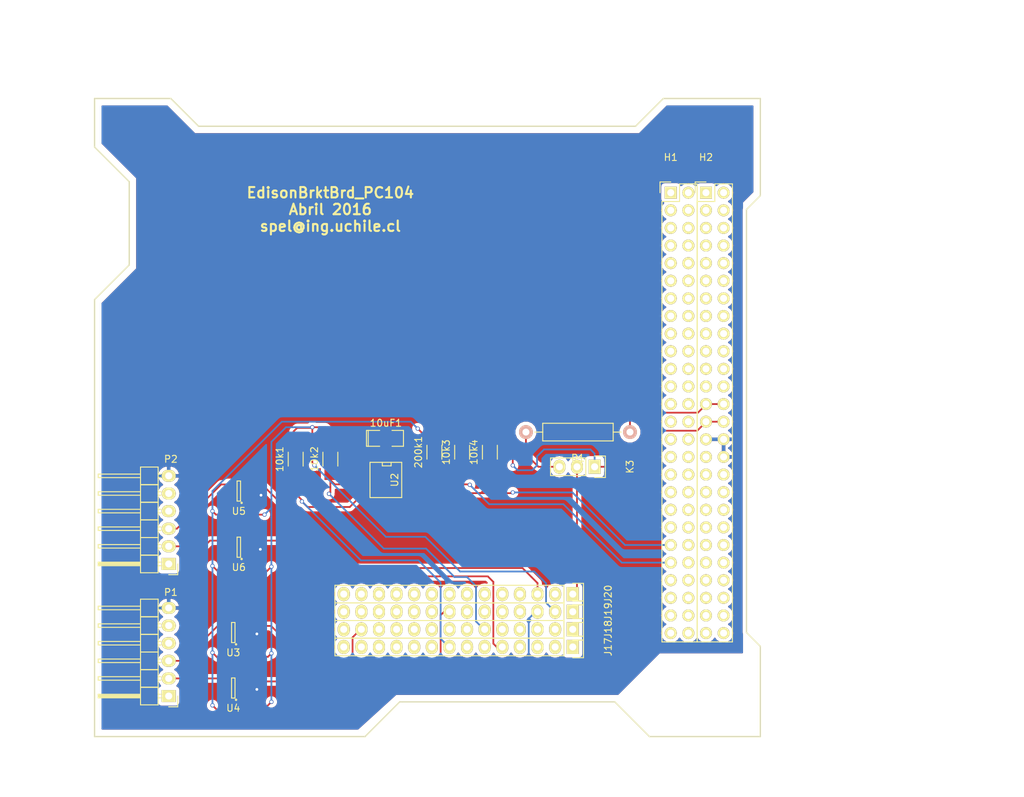
<source format=kicad_pcb>
(kicad_pcb (version 4) (host pcbnew "(2015-04-08 BZR 5585)-product")

  (general
    (links 64)
    (no_connects 10)
    (area 48.949999 54.949999 145.050001 147.050001)
    (thickness 1.6)
    (drawings 55)
    (tracks 258)
    (zones 0)
    (modules 21)
    (nets 158)
  )

  (page A4)
  (layers
    (0 F.Cu signal)
    (31 B.Cu signal)
    (32 B.Adhes user)
    (33 F.Adhes user)
    (34 B.Paste user)
    (35 F.Paste user)
    (36 B.SilkS user)
    (37 F.SilkS user)
    (38 B.Mask user)
    (39 F.Mask user)
    (40 Dwgs.User user)
    (41 Cmts.User user)
    (42 Eco1.User user)
    (43 Eco2.User user)
    (44 Edge.Cuts user)
    (45 Margin user)
    (46 B.CrtYd user)
    (47 F.CrtYd user)
    (48 B.Fab user)
    (49 F.Fab user)
  )

  (setup
    (last_trace_width 0.25)
    (trace_clearance 0.2)
    (zone_clearance 0.508)
    (zone_45_only no)
    (trace_min 0.2)
    (segment_width 0.2)
    (edge_width 0.1)
    (via_size 0.6)
    (via_drill 0.4)
    (via_min_size 0.4)
    (via_min_drill 0.3)
    (uvia_size 0.3)
    (uvia_drill 0.1)
    (uvias_allowed no)
    (uvia_min_size 0.2)
    (uvia_min_drill 0.1)
    (pcb_text_width 0.3)
    (pcb_text_size 1.5 1.5)
    (mod_edge_width 0.15)
    (mod_text_size 1 1)
    (mod_text_width 0.15)
    (pad_size 1.5 1.5)
    (pad_drill 0.6)
    (pad_to_mask_clearance 0)
    (aux_axis_origin 0 0)
    (visible_elements FFFFFF7F)
    (pcbplotparams
      (layerselection 0x018f0_80000001)
      (usegerberextensions false)
      (excludeedgelayer true)
      (linewidth 0.100000)
      (plotframeref false)
      (viasonmask false)
      (mode 1)
      (useauxorigin false)
      (hpglpennumber 1)
      (hpglpenspeed 20)
      (hpglpendiameter 15)
      (hpglpenoverlay 2)
      (psnegative false)
      (psa4output false)
      (plotreference true)
      (plotvalue true)
      (plotinvisibletext false)
      (padsonsilk false)
      (subtractmaskfromsilk false)
      (outputformat 1)
      (mirror false)
      (drillshape 0)
      (scaleselection 1)
      (outputdirectory gerber/))
  )

  (net 0 "")
  (net 1 +1.8V)
  (net 2 /GP15)
  (net 3 /GP110_SSP5_FS0)
  (net 4 /GP109_SSP5_CLK)
  (net 5 /GP115_SSP5_TXD)
  (net 6 /GP114_SSP5_RX)
  (net 7 GND)
  (net 8 /GP131_UART1_TX)
  (net 9 /GP130_UART1_RX)
  (net 10 /GP135_UART2_TX)
  (net 11 /GP134_UART2_RX)
  (net 12 /GP20_I2C1_SDA)
  (net 13 /SDA_SYS)
  (net 14 /GP19_I2C1_SCL)
  (net 15 /SCL_SYS)
  (net 16 "Net-(H1-Pad1)")
  (net 17 "Net-(H1-Pad2)")
  (net 18 "Net-(H1-Pad3)")
  (net 19 "Net-(H1-Pad4)")
  (net 20 "Net-(H1-Pad5)")
  (net 21 "Net-(H1-Pad6)")
  (net 22 "Net-(H1-Pad7)")
  (net 23 "Net-(H1-Pad8)")
  (net 24 "Net-(H1-Pad9)")
  (net 25 "Net-(H1-Pad10)")
  (net 26 "Net-(H1-Pad11)")
  (net 27 "Net-(H1-Pad12)")
  (net 28 "Net-(H1-Pad13)")
  (net 29 "Net-(H1-Pad14)")
  (net 30 "Net-(H1-Pad15)")
  (net 31 "Net-(H1-Pad16)")
  (net 32 /Fault)
  (net 33 /VREF0)
  (net 34 /Sense)
  (net 35 /VREF1)
  (net 36 /Reset)
  (net 37 /VREF2)
  (net 38 /OFF_VCC)
  (net 39 /5V_USB)
  (net 40 /PWR_MHX)
  (net 41 /RST_MHX)
  (net 42 /CTS_MHX)
  (net 43 /RTS_MHX)
  (net 44 /DSR_MHX)
  (net 45 /DTR_MHX)
  (net 46 /TXD_MHX)
  (net 47 /RXD_MHX)
  (net 48 /VBACKUP)
  (net 49 /RSVD0)
  (net 50 /RSVD1)
  (net 51 /RSVD2)
  (net 52 /USER0)
  (net 53 /USER1)
  (net 54 /USER2)
  (net 55 /USER3)
  (net 56 /USER4)
  (net 57 /USER5)
  (net 58 /AN7)
  (net 59 /AN6)
  (net 60 /AN5)
  (net 61 /AN4)
  (net 62 /AN3)
  (net 63 /AN2)
  (net 64 /AN1)
  (net 65 /AN0)
  (net 66 "Net-(H2-Pad10)")
  (net 67 "Net-(H2-Pad11)")
  (net 68 "Net-(H2-Pad12)")
  (net 69 "Net-(H2-Pad13)")
  (net 70 "Net-(H2-Pad14)")
  (net 71 "Net-(H2-Pad15)")
  (net 72 "Net-(H2-Pad16)")
  (net 73 "Net-(H2-Pad17)")
  (net 74 "Net-(H2-Pad18)")
  (net 75 "Net-(H2-Pad19)")
  (net 76 "Net-(H2-Pad20)")
  (net 77 "Net-(H2-Pad21)")
  (net 78 "Net-(H2-Pad22)")
  (net 79 "Net-(H2-Pad23)")
  (net 80 "Net-(H2-Pad24)")
  (net 81 /AGND)
  (net 82 /BAT_POS)
  (net 83 /S1)
  (net 84 /S2)
  (net 85 /S3)
  (net 86 /S4)
  (net 87 /S5)
  (net 88 /VBATT)
  (net 89 /USER6)
  (net 90 /USER7)
  (net 91 /USER8)
  (net 92 /USER9)
  (net 93 /USER10)
  (net 94 /USER11)
  (net 95 /GP182_PWM2)
  (net 96 /NC)
  (net 97 /VIN)
  (net 98 /RCVR_MODE)
  (net 99 /GP27_I2C6_SCL)
  (net 100 /GP28_I2C6_SDA)
  (net 101 /GP111_SSP5_FS1)
  (net 102 /OSC_CLK_OUT_0)
  (net 103 /GP128_UART1_CTS)
  (net 104 /GP13_PWM1)
  (net 105 /GP165)
  (net 106 /GPI_PWRBTN_N)
  (net 107 /MSIC_SLP_CLK2)
  (net 108 /V_VBAT_BKUP)
  (net 109 /GP12_PWM0)
  (net 110 /GP183_PWM3)
  (net 111 /GP129_UART1_RTS)
  (net 112 /FW_RCVR)
  (net 113 /GP44_ALS_INT_N)
  (net 114 /GP46_ACCELEROMETER_INT_1)
  (net 115 /GP48_GYRO_DRDY)
  (net 116 /RESET_OUT#)
  (net 117 /GP14_AUDIO_CODEC_INT)
  (net 118 /GP40_SSP2_CLK)
  (net 119 /GP43_SSP2_TXD)
  (net 120 /GP77_SD_CDN)
  (net 121 /GP82_SD_DAT2)
  (net 122 /GP83_SD_DAT3)
  (net 123 /V_V3P30)
  (net 124 /GP45_COMPASS_DRDY)
  (net 125 /GP47_ACCELEROMETER_INT_2)
  (net 126 /GP49_GYRO_INT)
  (net 127 /GP84_SD_CLK_FB)
  (net 128 /GP42_SSP2_RXD)
  (net 129 /GP41_SSP2_FS)
  (net 130 /GP78_SD_CLK)
  (net 131 /GP79_SD_CMD)
  (net 132 /GP80_SD_DAT0)
  (net 133 /GP81_SD_DAT1)
  (net 134 "Net-(H2-Pad9)")
  (net 135 +3V3)
  (net 136 +5V)
  (net 137 /V_VSYS)
  (net 138 "Net-(K3-Pad3)")
  (net 139 "Net-(H1-Pad17)")
  (net 140 "Net-(H1-Pad18)")
  (net 141 "Net-(H1-Pad19)")
  (net 142 "Net-(H1-Pad20)")
  (net 143 "Net-(H1-Pad21)")
  (net 144 "Net-(H1-Pad22)")
  (net 145 "Net-(H1-Pad23)")
  (net 146 "Net-(H1-Pad24)")
  (net 147 "Net-(10uF1-Pad2)")
  (net 148 "Net-(P1-Pad1)")
  (net 149 "Net-(P1-Pad4)")
  (net 150 "Net-(P1-Pad5)")
  (net 151 "Net-(P2-Pad1)")
  (net 152 "Net-(P2-Pad4)")
  (net 153 "Net-(P2-Pad5)")
  (net 154 /FTDI1_RX)
  (net 155 /FTDI1_TX)
  (net 156 /FTDI2_RX)
  (net 157 /FTDI2_TX)

  (net_class Default "This is the default net class."
    (clearance 0.2)
    (trace_width 0.25)
    (via_dia 0.6)
    (via_drill 0.4)
    (uvia_dia 0.3)
    (uvia_drill 0.1)
    (add_net +1.8V)
    (add_net +3V3)
    (add_net +5V)
    (add_net /5V_USB)
    (add_net /AGND)
    (add_net /AN0)
    (add_net /AN1)
    (add_net /AN2)
    (add_net /AN3)
    (add_net /AN4)
    (add_net /AN5)
    (add_net /AN6)
    (add_net /AN7)
    (add_net /BAT_POS)
    (add_net /CTS_MHX)
    (add_net /DSR_MHX)
    (add_net /DTR_MHX)
    (add_net /FTDI1_RX)
    (add_net /FTDI1_TX)
    (add_net /FTDI2_RX)
    (add_net /FTDI2_TX)
    (add_net /FW_RCVR)
    (add_net /Fault)
    (add_net /GP109_SSP5_CLK)
    (add_net /GP110_SSP5_FS0)
    (add_net /GP111_SSP5_FS1)
    (add_net /GP114_SSP5_RX)
    (add_net /GP115_SSP5_TXD)
    (add_net /GP128_UART1_CTS)
    (add_net /GP129_UART1_RTS)
    (add_net /GP12_PWM0)
    (add_net /GP130_UART1_RX)
    (add_net /GP131_UART1_TX)
    (add_net /GP134_UART2_RX)
    (add_net /GP135_UART2_TX)
    (add_net /GP13_PWM1)
    (add_net /GP14_AUDIO_CODEC_INT)
    (add_net /GP15)
    (add_net /GP165)
    (add_net /GP182_PWM2)
    (add_net /GP183_PWM3)
    (add_net /GP19_I2C1_SCL)
    (add_net /GP20_I2C1_SDA)
    (add_net /GP27_I2C6_SCL)
    (add_net /GP28_I2C6_SDA)
    (add_net /GP40_SSP2_CLK)
    (add_net /GP41_SSP2_FS)
    (add_net /GP42_SSP2_RXD)
    (add_net /GP43_SSP2_TXD)
    (add_net /GP44_ALS_INT_N)
    (add_net /GP45_COMPASS_DRDY)
    (add_net /GP46_ACCELEROMETER_INT_1)
    (add_net /GP47_ACCELEROMETER_INT_2)
    (add_net /GP48_GYRO_DRDY)
    (add_net /GP49_GYRO_INT)
    (add_net /GP77_SD_CDN)
    (add_net /GP78_SD_CLK)
    (add_net /GP79_SD_CMD)
    (add_net /GP80_SD_DAT0)
    (add_net /GP81_SD_DAT1)
    (add_net /GP82_SD_DAT2)
    (add_net /GP83_SD_DAT3)
    (add_net /GP84_SD_CLK_FB)
    (add_net /GPI_PWRBTN_N)
    (add_net /MSIC_SLP_CLK2)
    (add_net /NC)
    (add_net /OFF_VCC)
    (add_net /OSC_CLK_OUT_0)
    (add_net /PWR_MHX)
    (add_net /RCVR_MODE)
    (add_net /RESET_OUT#)
    (add_net /RST_MHX)
    (add_net /RSVD0)
    (add_net /RSVD1)
    (add_net /RSVD2)
    (add_net /RTS_MHX)
    (add_net /RXD_MHX)
    (add_net /Reset)
    (add_net /S1)
    (add_net /S2)
    (add_net /S3)
    (add_net /S4)
    (add_net /S5)
    (add_net /SCL_SYS)
    (add_net /SDA_SYS)
    (add_net /Sense)
    (add_net /TXD_MHX)
    (add_net /USER0)
    (add_net /USER1)
    (add_net /USER10)
    (add_net /USER11)
    (add_net /USER2)
    (add_net /USER3)
    (add_net /USER4)
    (add_net /USER5)
    (add_net /USER6)
    (add_net /USER7)
    (add_net /USER8)
    (add_net /USER9)
    (add_net /VBACKUP)
    (add_net /VBATT)
    (add_net /VIN)
    (add_net /VREF0)
    (add_net /VREF1)
    (add_net /VREF2)
    (add_net /V_V3P30)
    (add_net /V_VBAT_BKUP)
    (add_net /V_VSYS)
    (add_net GND)
    (add_net "Net-(10uF1-Pad2)")
    (add_net "Net-(H1-Pad1)")
    (add_net "Net-(H1-Pad10)")
    (add_net "Net-(H1-Pad11)")
    (add_net "Net-(H1-Pad12)")
    (add_net "Net-(H1-Pad13)")
    (add_net "Net-(H1-Pad14)")
    (add_net "Net-(H1-Pad15)")
    (add_net "Net-(H1-Pad16)")
    (add_net "Net-(H1-Pad17)")
    (add_net "Net-(H1-Pad18)")
    (add_net "Net-(H1-Pad19)")
    (add_net "Net-(H1-Pad2)")
    (add_net "Net-(H1-Pad20)")
    (add_net "Net-(H1-Pad21)")
    (add_net "Net-(H1-Pad22)")
    (add_net "Net-(H1-Pad23)")
    (add_net "Net-(H1-Pad24)")
    (add_net "Net-(H1-Pad3)")
    (add_net "Net-(H1-Pad4)")
    (add_net "Net-(H1-Pad5)")
    (add_net "Net-(H1-Pad6)")
    (add_net "Net-(H1-Pad7)")
    (add_net "Net-(H1-Pad8)")
    (add_net "Net-(H1-Pad9)")
    (add_net "Net-(H2-Pad10)")
    (add_net "Net-(H2-Pad11)")
    (add_net "Net-(H2-Pad12)")
    (add_net "Net-(H2-Pad13)")
    (add_net "Net-(H2-Pad14)")
    (add_net "Net-(H2-Pad15)")
    (add_net "Net-(H2-Pad16)")
    (add_net "Net-(H2-Pad17)")
    (add_net "Net-(H2-Pad18)")
    (add_net "Net-(H2-Pad19)")
    (add_net "Net-(H2-Pad20)")
    (add_net "Net-(H2-Pad21)")
    (add_net "Net-(H2-Pad22)")
    (add_net "Net-(H2-Pad23)")
    (add_net "Net-(H2-Pad24)")
    (add_net "Net-(H2-Pad9)")
    (add_net "Net-(K3-Pad3)")
    (add_net "Net-(P1-Pad1)")
    (add_net "Net-(P1-Pad4)")
    (add_net "Net-(P1-Pad5)")
    (add_net "Net-(P2-Pad1)")
    (add_net "Net-(P2-Pad4)")
    (add_net "Net-(P2-Pad5)")
  )

  (module SMD_Packages:SOIC-8-N (layer F.Cu) (tedit 57053546) (tstamp 56FEF377)
    (at 91 110 270)
    (descr "Module Narrow CMS SOJ 8 pins large")
    (tags "CMS SOJ")
    (path /56F9B472)
    (attr smd)
    (fp_text reference U2 (at 0 -1.27 270) (layer F.SilkS)
      (effects (font (size 1 1) (thickness 0.15)))
    )
    (fp_text value PCA9306 (at 0 1.27 270) (layer F.Fab)
      (effects (font (size 1 1) (thickness 0.15)))
    )
    (fp_line (start -2.54 -2.286) (end 2.54 -2.286) (layer F.SilkS) (width 0.15))
    (fp_line (start 2.54 -2.286) (end 2.54 2.286) (layer F.SilkS) (width 0.15))
    (fp_line (start 2.54 2.286) (end -2.54 2.286) (layer F.SilkS) (width 0.15))
    (fp_line (start -2.54 2.286) (end -2.54 -2.286) (layer F.SilkS) (width 0.15))
    (fp_line (start -2.54 -0.762) (end -2.032 -0.762) (layer F.SilkS) (width 0.15))
    (fp_line (start -2.032 -0.762) (end -2.032 0.508) (layer F.SilkS) (width 0.15))
    (fp_line (start -2.032 0.508) (end -2.54 0.508) (layer F.SilkS) (width 0.15))
    (pad 8 smd rect (at -1.905 -3.175 270) (size 0.508 2.2) (layers F.Cu F.Paste F.Mask)
      (net 147 "Net-(10uF1-Pad2)"))
    (pad 7 smd rect (at -0.635 -3.175 270) (size 0.508 2.2) (layers F.Cu F.Paste F.Mask)
      (net 147 "Net-(10uF1-Pad2)"))
    (pad 6 smd rect (at 0.635 -3.175 270) (size 0.508 2.2) (layers F.Cu F.Paste F.Mask)
      (net 15 /SCL_SYS))
    (pad 5 smd rect (at 1.905 -3.175 270) (size 0.508 2.2) (layers F.Cu F.Paste F.Mask)
      (net 13 /SDA_SYS))
    (pad 4 smd rect (at 1.905 3.175 270) (size 0.508 2.2) (layers F.Cu F.Paste F.Mask)
      (net 12 /GP20_I2C1_SDA))
    (pad 3 smd rect (at 0.635 3.175 270) (size 0.508 2.2) (layers F.Cu F.Paste F.Mask)
      (net 14 /GP19_I2C1_SCL))
    (pad 2 smd rect (at -0.635 3.175 270) (size 0.508 2.2) (layers F.Cu F.Paste F.Mask)
      (net 1 +1.8V))
    (pad 1 smd rect (at -1.905 3.175 270) (size 0.508 2.2) (layers F.Cu F.Paste F.Mask)
      (net 7 GND))
    (model SMD_Packages.3dshapes/SOIC-8-N.wrl
      (at (xyz 0 0 0))
      (scale (xyz 0.5 0.38 0.5))
      (rotate (xyz 0 0 0))
    )
  )

  (module Pin_Headers:Pin_Header_Straight_2x26 (layer F.Cu) (tedit 0) (tstamp 55269857)
    (at 132.08 68.58)
    (descr "Through hole pin header")
    (tags "pin header")
    (path /5523EB4C)
    (fp_text reference H1 (at 0 -5.1) (layer F.SilkS)
      (effects (font (size 1 1) (thickness 0.15)))
    )
    (fp_text value PC104_H (at 0 -3.1) (layer F.Fab)
      (effects (font (size 1 1) (thickness 0.15)))
    )
    (fp_line (start -1.75 -1.75) (end -1.75 65.25) (layer F.CrtYd) (width 0.05))
    (fp_line (start 4.3 -1.75) (end 4.3 65.25) (layer F.CrtYd) (width 0.05))
    (fp_line (start -1.75 -1.75) (end 4.3 -1.75) (layer F.CrtYd) (width 0.05))
    (fp_line (start -1.75 65.25) (end 4.3 65.25) (layer F.CrtYd) (width 0.05))
    (fp_line (start 3.81 -1.27) (end 3.81 64.77) (layer F.SilkS) (width 0.15))
    (fp_line (start -1.27 64.77) (end -1.27 1.27) (layer F.SilkS) (width 0.15))
    (fp_line (start 3.81 64.77) (end -1.27 64.77) (layer F.SilkS) (width 0.15))
    (fp_line (start 3.81 -1.27) (end 1.27 -1.27) (layer F.SilkS) (width 0.15))
    (fp_line (start 0 -1.55) (end -1.55 -1.55) (layer F.SilkS) (width 0.15))
    (fp_line (start 1.27 -1.27) (end 1.27 1.27) (layer F.SilkS) (width 0.15))
    (fp_line (start 1.27 1.27) (end -1.27 1.27) (layer F.SilkS) (width 0.15))
    (fp_line (start -1.55 -1.55) (end -1.55 0) (layer F.SilkS) (width 0.15))
    (pad 1 thru_hole rect (at 0 0) (size 1.7272 1.7272) (drill 1.016) (layers *.Cu *.Mask F.SilkS)
      (net 16 "Net-(H1-Pad1)"))
    (pad 2 thru_hole oval (at 2.54 0) (size 1.7272 1.7272) (drill 1.016) (layers *.Cu *.Mask F.SilkS)
      (net 17 "Net-(H1-Pad2)"))
    (pad 3 thru_hole oval (at 0 2.54) (size 1.7272 1.7272) (drill 1.016) (layers *.Cu *.Mask F.SilkS)
      (net 18 "Net-(H1-Pad3)"))
    (pad 4 thru_hole oval (at 2.54 2.54) (size 1.7272 1.7272) (drill 1.016) (layers *.Cu *.Mask F.SilkS)
      (net 19 "Net-(H1-Pad4)"))
    (pad 5 thru_hole oval (at 0 5.08) (size 1.7272 1.7272) (drill 1.016) (layers *.Cu *.Mask F.SilkS)
      (net 20 "Net-(H1-Pad5)"))
    (pad 6 thru_hole oval (at 2.54 5.08) (size 1.7272 1.7272) (drill 1.016) (layers *.Cu *.Mask F.SilkS)
      (net 21 "Net-(H1-Pad6)"))
    (pad 7 thru_hole oval (at 0 7.62) (size 1.7272 1.7272) (drill 1.016) (layers *.Cu *.Mask F.SilkS)
      (net 22 "Net-(H1-Pad7)"))
    (pad 8 thru_hole oval (at 2.54 7.62) (size 1.7272 1.7272) (drill 1.016) (layers *.Cu *.Mask F.SilkS)
      (net 23 "Net-(H1-Pad8)"))
    (pad 9 thru_hole oval (at 0 10.16) (size 1.7272 1.7272) (drill 1.016) (layers *.Cu *.Mask F.SilkS)
      (net 24 "Net-(H1-Pad9)"))
    (pad 10 thru_hole oval (at 2.54 10.16) (size 1.7272 1.7272) (drill 1.016) (layers *.Cu *.Mask F.SilkS)
      (net 25 "Net-(H1-Pad10)"))
    (pad 11 thru_hole oval (at 0 12.7) (size 1.7272 1.7272) (drill 1.016) (layers *.Cu *.Mask F.SilkS)
      (net 26 "Net-(H1-Pad11)"))
    (pad 12 thru_hole oval (at 2.54 12.7) (size 1.7272 1.7272) (drill 1.016) (layers *.Cu *.Mask F.SilkS)
      (net 27 "Net-(H1-Pad12)"))
    (pad 13 thru_hole oval (at 0 15.24) (size 1.7272 1.7272) (drill 1.016) (layers *.Cu *.Mask F.SilkS)
      (net 28 "Net-(H1-Pad13)"))
    (pad 14 thru_hole oval (at 2.54 15.24) (size 1.7272 1.7272) (drill 1.016) (layers *.Cu *.Mask F.SilkS)
      (net 29 "Net-(H1-Pad14)"))
    (pad 15 thru_hole oval (at 0 17.78) (size 1.7272 1.7272) (drill 1.016) (layers *.Cu *.Mask F.SilkS)
      (net 30 "Net-(H1-Pad15)"))
    (pad 16 thru_hole oval (at 2.54 17.78) (size 1.7272 1.7272) (drill 1.016) (layers *.Cu *.Mask F.SilkS)
      (net 31 "Net-(H1-Pad16)"))
    (pad 17 thru_hole oval (at 0 20.32) (size 1.7272 1.7272) (drill 1.016) (layers *.Cu *.Mask F.SilkS)
      (net 139 "Net-(H1-Pad17)"))
    (pad 18 thru_hole oval (at 2.54 20.32) (size 1.7272 1.7272) (drill 1.016) (layers *.Cu *.Mask F.SilkS)
      (net 140 "Net-(H1-Pad18)"))
    (pad 19 thru_hole oval (at 0 22.86) (size 1.7272 1.7272) (drill 1.016) (layers *.Cu *.Mask F.SilkS)
      (net 141 "Net-(H1-Pad19)"))
    (pad 20 thru_hole oval (at 2.54 22.86) (size 1.7272 1.7272) (drill 1.016) (layers *.Cu *.Mask F.SilkS)
      (net 142 "Net-(H1-Pad20)"))
    (pad 21 thru_hole oval (at 0 25.4) (size 1.7272 1.7272) (drill 1.016) (layers *.Cu *.Mask F.SilkS)
      (net 143 "Net-(H1-Pad21)"))
    (pad 22 thru_hole oval (at 2.54 25.4) (size 1.7272 1.7272) (drill 1.016) (layers *.Cu *.Mask F.SilkS)
      (net 144 "Net-(H1-Pad22)"))
    (pad 23 thru_hole oval (at 0 27.94) (size 1.7272 1.7272) (drill 1.016) (layers *.Cu *.Mask F.SilkS)
      (net 145 "Net-(H1-Pad23)"))
    (pad 24 thru_hole oval (at 2.54 27.94) (size 1.7272 1.7272) (drill 1.016) (layers *.Cu *.Mask F.SilkS)
      (net 146 "Net-(H1-Pad24)"))
    (pad 25 thru_hole oval (at 0 30.48) (size 1.7272 1.7272) (drill 1.016) (layers *.Cu *.Mask F.SilkS)
      (net 32 /Fault))
    (pad 26 thru_hole oval (at 2.54 30.48) (size 1.7272 1.7272) (drill 1.016) (layers *.Cu *.Mask F.SilkS)
      (net 33 /VREF0))
    (pad 27 thru_hole oval (at 0 33.02) (size 1.7272 1.7272) (drill 1.016) (layers *.Cu *.Mask F.SilkS)
      (net 34 /Sense))
    (pad 28 thru_hole oval (at 2.54 33.02) (size 1.7272 1.7272) (drill 1.016) (layers *.Cu *.Mask F.SilkS)
      (net 35 /VREF1))
    (pad 29 thru_hole oval (at 0 35.56) (size 1.7272 1.7272) (drill 1.016) (layers *.Cu *.Mask F.SilkS)
      (net 36 /Reset))
    (pad 30 thru_hole oval (at 2.54 35.56) (size 1.7272 1.7272) (drill 1.016) (layers *.Cu *.Mask F.SilkS)
      (net 37 /VREF2))
    (pad 31 thru_hole oval (at 0 38.1) (size 1.7272 1.7272) (drill 1.016) (layers *.Cu *.Mask F.SilkS)
      (net 38 /OFF_VCC))
    (pad 32 thru_hole oval (at 2.54 38.1) (size 1.7272 1.7272) (drill 1.016) (layers *.Cu *.Mask F.SilkS)
      (net 39 /5V_USB))
    (pad 33 thru_hole oval (at 0 40.64) (size 1.7272 1.7272) (drill 1.016) (layers *.Cu *.Mask F.SilkS)
      (net 40 /PWR_MHX))
    (pad 34 thru_hole oval (at 2.54 40.64) (size 1.7272 1.7272) (drill 1.016) (layers *.Cu *.Mask F.SilkS)
      (net 41 /RST_MHX))
    (pad 35 thru_hole oval (at 0 43.18) (size 1.7272 1.7272) (drill 1.016) (layers *.Cu *.Mask F.SilkS)
      (net 42 /CTS_MHX))
    (pad 36 thru_hole oval (at 2.54 43.18) (size 1.7272 1.7272) (drill 1.016) (layers *.Cu *.Mask F.SilkS)
      (net 43 /RTS_MHX))
    (pad 37 thru_hole oval (at 0 45.72) (size 1.7272 1.7272) (drill 1.016) (layers *.Cu *.Mask F.SilkS)
      (net 44 /DSR_MHX))
    (pad 38 thru_hole oval (at 2.54 45.72) (size 1.7272 1.7272) (drill 1.016) (layers *.Cu *.Mask F.SilkS)
      (net 45 /DTR_MHX))
    (pad 39 thru_hole oval (at 0 48.26) (size 1.7272 1.7272) (drill 1.016) (layers *.Cu *.Mask F.SilkS)
      (net 46 /TXD_MHX))
    (pad 40 thru_hole oval (at 2.54 48.26) (size 1.7272 1.7272) (drill 1.016) (layers *.Cu *.Mask F.SilkS)
      (net 47 /RXD_MHX))
    (pad 41 thru_hole oval (at 0 50.8) (size 1.7272 1.7272) (drill 1.016) (layers *.Cu *.Mask F.SilkS)
      (net 13 /SDA_SYS))
    (pad 42 thru_hole oval (at 2.54 50.8) (size 1.7272 1.7272) (drill 1.016) (layers *.Cu *.Mask F.SilkS)
      (net 48 /VBACKUP))
    (pad 43 thru_hole oval (at 0 53.34) (size 1.7272 1.7272) (drill 1.016) (layers *.Cu *.Mask F.SilkS)
      (net 15 /SCL_SYS))
    (pad 44 thru_hole oval (at 2.54 53.34) (size 1.7272 1.7272) (drill 1.016) (layers *.Cu *.Mask F.SilkS)
      (net 49 /RSVD0))
    (pad 45 thru_hole oval (at 0 55.88) (size 1.7272 1.7272) (drill 1.016) (layers *.Cu *.Mask F.SilkS)
      (net 50 /RSVD1))
    (pad 46 thru_hole oval (at 2.54 55.88) (size 1.7272 1.7272) (drill 1.016) (layers *.Cu *.Mask F.SilkS)
      (net 51 /RSVD2))
    (pad 47 thru_hole oval (at 0 58.42) (size 1.7272 1.7272) (drill 1.016) (layers *.Cu *.Mask F.SilkS)
      (net 52 /USER0))
    (pad 48 thru_hole oval (at 2.54 58.42) (size 1.7272 1.7272) (drill 1.016) (layers *.Cu *.Mask F.SilkS)
      (net 53 /USER1))
    (pad 49 thru_hole oval (at 0 60.96) (size 1.7272 1.7272) (drill 1.016) (layers *.Cu *.Mask F.SilkS)
      (net 54 /USER2))
    (pad 50 thru_hole oval (at 2.54 60.96) (size 1.7272 1.7272) (drill 1.016) (layers *.Cu *.Mask F.SilkS)
      (net 55 /USER3))
    (pad 51 thru_hole oval (at 0 63.5) (size 1.7272 1.7272) (drill 1.016) (layers *.Cu *.Mask F.SilkS)
      (net 56 /USER4))
    (pad 52 thru_hole oval (at 2.54 63.5) (size 1.7272 1.7272) (drill 1.016) (layers *.Cu *.Mask F.SilkS)
      (net 57 /USER5))
    (model Pin_Headers.3dshapes/Pin_Header_Straight_2x26.wrl
      (at (xyz 0.05 -1.25 0))
      (scale (xyz 1 1 1))
      (rotate (xyz 0 0 90))
    )
  )

  (module Pin_Headers:Pin_Header_Straight_2x26 (layer F.Cu) (tedit 0) (tstamp 5526988F)
    (at 137.16 68.58)
    (descr "Through hole pin header")
    (tags "pin header")
    (path /5523EB60)
    (fp_text reference H2 (at 0 -5.1) (layer F.SilkS)
      (effects (font (size 1 1) (thickness 0.15)))
    )
    (fp_text value PC104_H (at 0 -3.1) (layer F.Fab)
      (effects (font (size 1 1) (thickness 0.15)))
    )
    (fp_line (start -1.75 -1.75) (end -1.75 65.25) (layer F.CrtYd) (width 0.05))
    (fp_line (start 4.3 -1.75) (end 4.3 65.25) (layer F.CrtYd) (width 0.05))
    (fp_line (start -1.75 -1.75) (end 4.3 -1.75) (layer F.CrtYd) (width 0.05))
    (fp_line (start -1.75 65.25) (end 4.3 65.25) (layer F.CrtYd) (width 0.05))
    (fp_line (start 3.81 -1.27) (end 3.81 64.77) (layer F.SilkS) (width 0.15))
    (fp_line (start -1.27 64.77) (end -1.27 1.27) (layer F.SilkS) (width 0.15))
    (fp_line (start 3.81 64.77) (end -1.27 64.77) (layer F.SilkS) (width 0.15))
    (fp_line (start 3.81 -1.27) (end 1.27 -1.27) (layer F.SilkS) (width 0.15))
    (fp_line (start 0 -1.55) (end -1.55 -1.55) (layer F.SilkS) (width 0.15))
    (fp_line (start 1.27 -1.27) (end 1.27 1.27) (layer F.SilkS) (width 0.15))
    (fp_line (start 1.27 1.27) (end -1.27 1.27) (layer F.SilkS) (width 0.15))
    (fp_line (start -1.55 -1.55) (end -1.55 0) (layer F.SilkS) (width 0.15))
    (pad 1 thru_hole rect (at 0 0) (size 1.7272 1.7272) (drill 1.016) (layers *.Cu *.Mask F.SilkS)
      (net 58 /AN7))
    (pad 2 thru_hole oval (at 2.54 0) (size 1.7272 1.7272) (drill 1.016) (layers *.Cu *.Mask F.SilkS)
      (net 59 /AN6))
    (pad 3 thru_hole oval (at 0 2.54) (size 1.7272 1.7272) (drill 1.016) (layers *.Cu *.Mask F.SilkS)
      (net 60 /AN5))
    (pad 4 thru_hole oval (at 2.54 2.54) (size 1.7272 1.7272) (drill 1.016) (layers *.Cu *.Mask F.SilkS)
      (net 61 /AN4))
    (pad 5 thru_hole oval (at 0 5.08) (size 1.7272 1.7272) (drill 1.016) (layers *.Cu *.Mask F.SilkS)
      (net 62 /AN3))
    (pad 6 thru_hole oval (at 2.54 5.08) (size 1.7272 1.7272) (drill 1.016) (layers *.Cu *.Mask F.SilkS)
      (net 63 /AN2))
    (pad 7 thru_hole oval (at 0 7.62) (size 1.7272 1.7272) (drill 1.016) (layers *.Cu *.Mask F.SilkS)
      (net 64 /AN1))
    (pad 8 thru_hole oval (at 2.54 7.62) (size 1.7272 1.7272) (drill 1.016) (layers *.Cu *.Mask F.SilkS)
      (net 65 /AN0))
    (pad 9 thru_hole oval (at 0 10.16) (size 1.7272 1.7272) (drill 1.016) (layers *.Cu *.Mask F.SilkS)
      (net 134 "Net-(H2-Pad9)"))
    (pad 10 thru_hole oval (at 2.54 10.16) (size 1.7272 1.7272) (drill 1.016) (layers *.Cu *.Mask F.SilkS)
      (net 66 "Net-(H2-Pad10)"))
    (pad 11 thru_hole oval (at 0 12.7) (size 1.7272 1.7272) (drill 1.016) (layers *.Cu *.Mask F.SilkS)
      (net 67 "Net-(H2-Pad11)"))
    (pad 12 thru_hole oval (at 2.54 12.7) (size 1.7272 1.7272) (drill 1.016) (layers *.Cu *.Mask F.SilkS)
      (net 68 "Net-(H2-Pad12)"))
    (pad 13 thru_hole oval (at 0 15.24) (size 1.7272 1.7272) (drill 1.016) (layers *.Cu *.Mask F.SilkS)
      (net 69 "Net-(H2-Pad13)"))
    (pad 14 thru_hole oval (at 2.54 15.24) (size 1.7272 1.7272) (drill 1.016) (layers *.Cu *.Mask F.SilkS)
      (net 70 "Net-(H2-Pad14)"))
    (pad 15 thru_hole oval (at 0 17.78) (size 1.7272 1.7272) (drill 1.016) (layers *.Cu *.Mask F.SilkS)
      (net 71 "Net-(H2-Pad15)"))
    (pad 16 thru_hole oval (at 2.54 17.78) (size 1.7272 1.7272) (drill 1.016) (layers *.Cu *.Mask F.SilkS)
      (net 72 "Net-(H2-Pad16)"))
    (pad 17 thru_hole oval (at 0 20.32) (size 1.7272 1.7272) (drill 1.016) (layers *.Cu *.Mask F.SilkS)
      (net 73 "Net-(H2-Pad17)"))
    (pad 18 thru_hole oval (at 2.54 20.32) (size 1.7272 1.7272) (drill 1.016) (layers *.Cu *.Mask F.SilkS)
      (net 74 "Net-(H2-Pad18)"))
    (pad 19 thru_hole oval (at 0 22.86) (size 1.7272 1.7272) (drill 1.016) (layers *.Cu *.Mask F.SilkS)
      (net 75 "Net-(H2-Pad19)"))
    (pad 20 thru_hole oval (at 2.54 22.86) (size 1.7272 1.7272) (drill 1.016) (layers *.Cu *.Mask F.SilkS)
      (net 76 "Net-(H2-Pad20)"))
    (pad 21 thru_hole oval (at 0 25.4) (size 1.7272 1.7272) (drill 1.016) (layers *.Cu *.Mask F.SilkS)
      (net 77 "Net-(H2-Pad21)"))
    (pad 22 thru_hole oval (at 2.54 25.4) (size 1.7272 1.7272) (drill 1.016) (layers *.Cu *.Mask F.SilkS)
      (net 78 "Net-(H2-Pad22)"))
    (pad 23 thru_hole oval (at 0 27.94) (size 1.7272 1.7272) (drill 1.016) (layers *.Cu *.Mask F.SilkS)
      (net 79 "Net-(H2-Pad23)"))
    (pad 24 thru_hole oval (at 2.54 27.94) (size 1.7272 1.7272) (drill 1.016) (layers *.Cu *.Mask F.SilkS)
      (net 80 "Net-(H2-Pad24)"))
    (pad 25 thru_hole oval (at 0 30.48) (size 1.7272 1.7272) (drill 1.016) (layers *.Cu *.Mask F.SilkS)
      (net 136 +5V))
    (pad 26 thru_hole oval (at 2.54 30.48) (size 1.7272 1.7272) (drill 1.016) (layers *.Cu *.Mask F.SilkS)
      (net 136 +5V))
    (pad 27 thru_hole oval (at 0 33.02) (size 1.7272 1.7272) (drill 1.016) (layers *.Cu *.Mask F.SilkS)
      (net 135 +3V3))
    (pad 28 thru_hole oval (at 2.54 33.02) (size 1.7272 1.7272) (drill 1.016) (layers *.Cu *.Mask F.SilkS)
      (net 135 +3V3))
    (pad 29 thru_hole oval (at 0 35.56) (size 1.7272 1.7272) (drill 1.016) (layers *.Cu *.Mask F.SilkS)
      (net 7 GND))
    (pad 30 thru_hole oval (at 2.54 35.56) (size 1.7272 1.7272) (drill 1.016) (layers *.Cu *.Mask F.SilkS)
      (net 7 GND))
    (pad 31 thru_hole oval (at 0 38.1) (size 1.7272 1.7272) (drill 1.016) (layers *.Cu *.Mask F.SilkS)
      (net 81 /AGND))
    (pad 32 thru_hole oval (at 2.54 38.1) (size 1.7272 1.7272) (drill 1.016) (layers *.Cu *.Mask F.SilkS)
      (net 7 GND))
    (pad 33 thru_hole oval (at 0 40.64) (size 1.7272 1.7272) (drill 1.016) (layers *.Cu *.Mask F.SilkS)
      (net 82 /BAT_POS))
    (pad 34 thru_hole oval (at 2.54 40.64) (size 1.7272 1.7272) (drill 1.016) (layers *.Cu *.Mask F.SilkS)
      (net 82 /BAT_POS))
    (pad 35 thru_hole oval (at 0 43.18) (size 1.7272 1.7272) (drill 1.016) (layers *.Cu *.Mask F.SilkS)
      (net 83 /S1))
    (pad 36 thru_hole oval (at 2.54 43.18) (size 1.7272 1.7272) (drill 1.016) (layers *.Cu *.Mask F.SilkS)
      (net 83 /S1))
    (pad 37 thru_hole oval (at 0 45.72) (size 1.7272 1.7272) (drill 1.016) (layers *.Cu *.Mask F.SilkS)
      (net 84 /S2))
    (pad 38 thru_hole oval (at 2.54 45.72) (size 1.7272 1.7272) (drill 1.016) (layers *.Cu *.Mask F.SilkS)
      (net 84 /S2))
    (pad 39 thru_hole oval (at 0 48.26) (size 1.7272 1.7272) (drill 1.016) (layers *.Cu *.Mask F.SilkS)
      (net 85 /S3))
    (pad 40 thru_hole oval (at 2.54 48.26) (size 1.7272 1.7272) (drill 1.016) (layers *.Cu *.Mask F.SilkS)
      (net 85 /S3))
    (pad 41 thru_hole oval (at 0 50.8) (size 1.7272 1.7272) (drill 1.016) (layers *.Cu *.Mask F.SilkS)
      (net 86 /S4))
    (pad 42 thru_hole oval (at 2.54 50.8) (size 1.7272 1.7272) (drill 1.016) (layers *.Cu *.Mask F.SilkS)
      (net 86 /S4))
    (pad 43 thru_hole oval (at 0 53.34) (size 1.7272 1.7272) (drill 1.016) (layers *.Cu *.Mask F.SilkS)
      (net 87 /S5))
    (pad 44 thru_hole oval (at 2.54 53.34) (size 1.7272 1.7272) (drill 1.016) (layers *.Cu *.Mask F.SilkS)
      (net 87 /S5))
    (pad 45 thru_hole oval (at 0 55.88) (size 1.7272 1.7272) (drill 1.016) (layers *.Cu *.Mask F.SilkS)
      (net 88 /VBATT))
    (pad 46 thru_hole oval (at 2.54 55.88) (size 1.7272 1.7272) (drill 1.016) (layers *.Cu *.Mask F.SilkS)
      (net 88 /VBATT))
    (pad 47 thru_hole oval (at 0 58.42) (size 1.7272 1.7272) (drill 1.016) (layers *.Cu *.Mask F.SilkS)
      (net 89 /USER6))
    (pad 48 thru_hole oval (at 2.54 58.42) (size 1.7272 1.7272) (drill 1.016) (layers *.Cu *.Mask F.SilkS)
      (net 90 /USER7))
    (pad 49 thru_hole oval (at 0 60.96) (size 1.7272 1.7272) (drill 1.016) (layers *.Cu *.Mask F.SilkS)
      (net 91 /USER8))
    (pad 50 thru_hole oval (at 2.54 60.96) (size 1.7272 1.7272) (drill 1.016) (layers *.Cu *.Mask F.SilkS)
      (net 92 /USER9))
    (pad 51 thru_hole oval (at 0 63.5) (size 1.7272 1.7272) (drill 1.016) (layers *.Cu *.Mask F.SilkS)
      (net 93 /USER10))
    (pad 52 thru_hole oval (at 2.54 63.5) (size 1.7272 1.7272) (drill 1.016) (layers *.Cu *.Mask F.SilkS)
      (net 94 /USER11))
    (model Pin_Headers.3dshapes/Pin_Header_Straight_2x26.wrl
      (at (xyz 0.05 -1.25 0))
      (scale (xyz 1 1 1))
      (rotate (xyz 0 0 90))
    )
  )

  (module Pin_Headers:Pin_Header_Straight_1x14 (layer F.Cu) (tedit 0) (tstamp 552698A1)
    (at 117.95 134.08 270)
    (descr "Through hole pin header")
    (tags "pin header")
    (path /55242C39)
    (fp_text reference J17 (at 0 -5.1 270) (layer F.SilkS)
      (effects (font (size 1 1) (thickness 0.15)))
    )
    (fp_text value CONN_14 (at 0 -3.1 270) (layer F.Fab)
      (effects (font (size 1 1) (thickness 0.15)))
    )
    (fp_line (start -1.75 -1.75) (end -1.75 34.8) (layer F.CrtYd) (width 0.05))
    (fp_line (start 1.75 -1.75) (end 1.75 34.8) (layer F.CrtYd) (width 0.05))
    (fp_line (start -1.75 -1.75) (end 1.75 -1.75) (layer F.CrtYd) (width 0.05))
    (fp_line (start -1.75 34.8) (end 1.75 34.8) (layer F.CrtYd) (width 0.05))
    (fp_line (start -1.27 1.27) (end -1.27 34.29) (layer F.SilkS) (width 0.15))
    (fp_line (start -1.27 34.29) (end 1.27 34.29) (layer F.SilkS) (width 0.15))
    (fp_line (start 1.27 34.29) (end 1.27 1.27) (layer F.SilkS) (width 0.15))
    (fp_line (start 1.55 -1.55) (end 1.55 0) (layer F.SilkS) (width 0.15))
    (fp_line (start 1.27 1.27) (end -1.27 1.27) (layer F.SilkS) (width 0.15))
    (fp_line (start -1.55 0) (end -1.55 -1.55) (layer F.SilkS) (width 0.15))
    (fp_line (start -1.55 -1.55) (end 1.55 -1.55) (layer F.SilkS) (width 0.15))
    (pad 1 thru_hole rect (at 0 0 270) (size 2.032 1.7272) (drill 1.016) (layers *.Cu *.Mask F.SilkS)
      (net 95 /GP182_PWM2))
    (pad 2 thru_hole oval (at 0 2.54 270) (size 2.032 1.7272) (drill 1.016) (layers *.Cu *.Mask F.SilkS)
      (net 96 /NC))
    (pad 3 thru_hole oval (at 0 5.08 270) (size 2.032 1.7272) (drill 1.016) (layers *.Cu *.Mask F.SilkS)
      (net 96 /NC))
    (pad 4 thru_hole oval (at 0 7.62 270) (size 2.032 1.7272) (drill 1.016) (layers *.Cu *.Mask F.SilkS)
      (net 97 /VIN))
    (pad 5 thru_hole oval (at 0 10.16 270) (size 2.032 1.7272) (drill 1.016) (layers *.Cu *.Mask F.SilkS)
      (net 10 /GP135_UART2_TX))
    (pad 6 thru_hole oval (at 0 12.7 270) (size 2.032 1.7272) (drill 1.016) (layers *.Cu *.Mask F.SilkS)
      (net 98 /RCVR_MODE))
    (pad 7 thru_hole oval (at 0 15.24 270) (size 2.032 1.7272) (drill 1.016) (layers *.Cu *.Mask F.SilkS)
      (net 99 /GP27_I2C6_SCL))
    (pad 8 thru_hole oval (at 0 17.78 270) (size 2.032 1.7272) (drill 1.016) (layers *.Cu *.Mask F.SilkS)
      (net 12 /GP20_I2C1_SDA))
    (pad 9 thru_hole oval (at 0 20.32 270) (size 2.032 1.7272) (drill 1.016) (layers *.Cu *.Mask F.SilkS)
      (net 100 /GP28_I2C6_SDA))
    (pad 10 thru_hole oval (at 0 22.86 270) (size 2.032 1.7272) (drill 1.016) (layers *.Cu *.Mask F.SilkS)
      (net 101 /GP111_SSP5_FS1))
    (pad 11 thru_hole oval (at 0 25.4 270) (size 2.032 1.7272) (drill 1.016) (layers *.Cu *.Mask F.SilkS)
      (net 4 /GP109_SSP5_CLK))
    (pad 12 thru_hole oval (at 0 27.94 270) (size 2.032 1.7272) (drill 1.016) (layers *.Cu *.Mask F.SilkS)
      (net 5 /GP115_SSP5_TXD))
    (pad 13 thru_hole oval (at 0 30.48 270) (size 2.032 1.7272) (drill 1.016) (layers *.Cu *.Mask F.SilkS)
      (net 102 /OSC_CLK_OUT_0))
    (pad 14 thru_hole oval (at 0 33.02 270) (size 2.032 1.7272) (drill 1.016) (layers *.Cu *.Mask F.SilkS)
      (net 103 /GP128_UART1_CTS))
    (model Pin_Headers.3dshapes/Pin_Header_Straight_1x14.wrl
      (at (xyz 0 -0.65 0))
      (scale (xyz 1 1 1))
      (rotate (xyz 0 0 90))
    )
  )

  (module Pin_Headers:Pin_Header_Straight_1x14 (layer F.Cu) (tedit 0) (tstamp 552698B3)
    (at 117.95 131.54 270)
    (descr "Through hole pin header")
    (tags "pin header")
    (path /55242C69)
    (fp_text reference J18 (at 0 -5.1 270) (layer F.SilkS)
      (effects (font (size 1 1) (thickness 0.15)))
    )
    (fp_text value CONN_14 (at 0 -3.1 270) (layer F.Fab)
      (effects (font (size 1 1) (thickness 0.15)))
    )
    (fp_line (start -1.75 -1.75) (end -1.75 34.8) (layer F.CrtYd) (width 0.05))
    (fp_line (start 1.75 -1.75) (end 1.75 34.8) (layer F.CrtYd) (width 0.05))
    (fp_line (start -1.75 -1.75) (end 1.75 -1.75) (layer F.CrtYd) (width 0.05))
    (fp_line (start -1.75 34.8) (end 1.75 34.8) (layer F.CrtYd) (width 0.05))
    (fp_line (start -1.27 1.27) (end -1.27 34.29) (layer F.SilkS) (width 0.15))
    (fp_line (start -1.27 34.29) (end 1.27 34.29) (layer F.SilkS) (width 0.15))
    (fp_line (start 1.27 34.29) (end 1.27 1.27) (layer F.SilkS) (width 0.15))
    (fp_line (start 1.55 -1.55) (end 1.55 0) (layer F.SilkS) (width 0.15))
    (fp_line (start 1.27 1.27) (end -1.27 1.27) (layer F.SilkS) (width 0.15))
    (fp_line (start -1.55 0) (end -1.55 -1.55) (layer F.SilkS) (width 0.15))
    (fp_line (start -1.55 -1.55) (end 1.55 -1.55) (layer F.SilkS) (width 0.15))
    (pad 1 thru_hole rect (at 0 0 270) (size 2.032 1.7272) (drill 1.016) (layers *.Cu *.Mask F.SilkS)
      (net 104 /GP13_PWM1))
    (pad 2 thru_hole oval (at 0 2.54 270) (size 2.032 1.7272) (drill 1.016) (layers *.Cu *.Mask F.SilkS)
      (net 105 /GP165))
    (pad 3 thru_hole oval (at 0 5.08 270) (size 2.032 1.7272) (drill 1.016) (layers *.Cu *.Mask F.SilkS)
      (net 106 /GPI_PWRBTN_N))
    (pad 4 thru_hole oval (at 0 7.62 270) (size 2.032 1.7272) (drill 1.016) (layers *.Cu *.Mask F.SilkS)
      (net 107 /MSIC_SLP_CLK2))
    (pad 5 thru_hole oval (at 0 10.16 270) (size 2.032 1.7272) (drill 1.016) (layers *.Cu *.Mask F.SilkS)
      (net 108 /V_VBAT_BKUP))
    (pad 6 thru_hole oval (at 0 12.7 270) (size 2.032 1.7272) (drill 1.016) (layers *.Cu *.Mask F.SilkS)
      (net 14 /GP19_I2C1_SCL))
    (pad 7 thru_hole oval (at 0 15.24 270) (size 2.032 1.7272) (drill 1.016) (layers *.Cu *.Mask F.SilkS)
      (net 109 /GP12_PWM0))
    (pad 8 thru_hole oval (at 0 17.78 270) (size 2.032 1.7272) (drill 1.016) (layers *.Cu *.Mask F.SilkS)
      (net 110 /GP183_PWM3))
    (pad 9 thru_hole oval (at 0 20.32 270) (size 2.032 1.7272) (drill 1.016) (layers *.Cu *.Mask F.SilkS)
      (net 96 /NC))
    (pad 10 thru_hole oval (at 0 22.86 270) (size 2.032 1.7272) (drill 1.016) (layers *.Cu *.Mask F.SilkS)
      (net 3 /GP110_SSP5_FS0))
    (pad 11 thru_hole oval (at 0 25.4 270) (size 2.032 1.7272) (drill 1.016) (layers *.Cu *.Mask F.SilkS)
      (net 6 /GP114_SSP5_RX))
    (pad 12 thru_hole oval (at 0 27.94 270) (size 2.032 1.7272) (drill 1.016) (layers *.Cu *.Mask F.SilkS)
      (net 111 /GP129_UART1_RTS))
    (pad 13 thru_hole oval (at 0 30.48 270) (size 2.032 1.7272) (drill 1.016) (layers *.Cu *.Mask F.SilkS)
      (net 9 /GP130_UART1_RX))
    (pad 14 thru_hole oval (at 0 33.02 270) (size 2.032 1.7272) (drill 1.016) (layers *.Cu *.Mask F.SilkS)
      (net 112 /FW_RCVR))
    (model Pin_Headers.3dshapes/Pin_Header_Straight_1x14.wrl
      (at (xyz 0 -0.65 0))
      (scale (xyz 1 1 1))
      (rotate (xyz 0 0 90))
    )
  )

  (module Pin_Headers:Pin_Header_Straight_1x14 (layer F.Cu) (tedit 0) (tstamp 552698C5)
    (at 117.95 129 270)
    (descr "Through hole pin header")
    (tags "pin header")
    (path /55242CDB)
    (fp_text reference J19 (at 0 -5.1 270) (layer F.SilkS)
      (effects (font (size 1 1) (thickness 0.15)))
    )
    (fp_text value CONN_14 (at 0 -3.1 270) (layer F.Fab)
      (effects (font (size 1 1) (thickness 0.15)))
    )
    (fp_line (start -1.75 -1.75) (end -1.75 34.8) (layer F.CrtYd) (width 0.05))
    (fp_line (start 1.75 -1.75) (end 1.75 34.8) (layer F.CrtYd) (width 0.05))
    (fp_line (start -1.75 -1.75) (end 1.75 -1.75) (layer F.CrtYd) (width 0.05))
    (fp_line (start -1.75 34.8) (end 1.75 34.8) (layer F.CrtYd) (width 0.05))
    (fp_line (start -1.27 1.27) (end -1.27 34.29) (layer F.SilkS) (width 0.15))
    (fp_line (start -1.27 34.29) (end 1.27 34.29) (layer F.SilkS) (width 0.15))
    (fp_line (start 1.27 34.29) (end 1.27 1.27) (layer F.SilkS) (width 0.15))
    (fp_line (start 1.55 -1.55) (end 1.55 0) (layer F.SilkS) (width 0.15))
    (fp_line (start 1.27 1.27) (end -1.27 1.27) (layer F.SilkS) (width 0.15))
    (fp_line (start -1.55 0) (end -1.55 -1.55) (layer F.SilkS) (width 0.15))
    (fp_line (start -1.55 -1.55) (end 1.55 -1.55) (layer F.SilkS) (width 0.15))
    (pad 1 thru_hole rect (at 0 0 270) (size 2.032 1.7272) (drill 1.016) (layers *.Cu *.Mask F.SilkS)
      (net 96 /NC))
    (pad 2 thru_hole oval (at 0 2.54 270) (size 2.032 1.7272) (drill 1.016) (layers *.Cu *.Mask F.SilkS)
      (net 1 +1.8V))
    (pad 3 thru_hole oval (at 0 5.08 270) (size 2.032 1.7272) (drill 1.016) (layers *.Cu *.Mask F.SilkS)
      (net 7 GND))
    (pad 4 thru_hole oval (at 0 7.62 270) (size 2.032 1.7272) (drill 1.016) (layers *.Cu *.Mask F.SilkS)
      (net 113 /GP44_ALS_INT_N))
    (pad 5 thru_hole oval (at 0 10.16 270) (size 2.032 1.7272) (drill 1.016) (layers *.Cu *.Mask F.SilkS)
      (net 114 /GP46_ACCELEROMETER_INT_1))
    (pad 6 thru_hole oval (at 0 12.7 270) (size 2.032 1.7272) (drill 1.016) (layers *.Cu *.Mask F.SilkS)
      (net 115 /GP48_GYRO_DRDY))
    (pad 7 thru_hole oval (at 0 15.24 270) (size 2.032 1.7272) (drill 1.016) (layers *.Cu *.Mask F.SilkS)
      (net 116 /RESET_OUT#))
    (pad 8 thru_hole oval (at 0 17.78 270) (size 2.032 1.7272) (drill 1.016) (layers *.Cu *.Mask F.SilkS)
      (net 8 /GP131_UART1_TX))
    (pad 9 thru_hole oval (at 0 20.32 270) (size 2.032 1.7272) (drill 1.016) (layers *.Cu *.Mask F.SilkS)
      (net 117 /GP14_AUDIO_CODEC_INT))
    (pad 10 thru_hole oval (at 0 22.86 270) (size 2.032 1.7272) (drill 1.016) (layers *.Cu *.Mask F.SilkS)
      (net 118 /GP40_SSP2_CLK))
    (pad 11 thru_hole oval (at 0 25.4 270) (size 2.032 1.7272) (drill 1.016) (layers *.Cu *.Mask F.SilkS)
      (net 119 /GP43_SSP2_TXD))
    (pad 12 thru_hole oval (at 0 27.94 270) (size 2.032 1.7272) (drill 1.016) (layers *.Cu *.Mask F.SilkS)
      (net 120 /GP77_SD_CDN))
    (pad 13 thru_hole oval (at 0 30.48 270) (size 2.032 1.7272) (drill 1.016) (layers *.Cu *.Mask F.SilkS)
      (net 121 /GP82_SD_DAT2))
    (pad 14 thru_hole oval (at 0 33.02 270) (size 2.032 1.7272) (drill 1.016) (layers *.Cu *.Mask F.SilkS)
      (net 122 /GP83_SD_DAT3))
    (model Pin_Headers.3dshapes/Pin_Header_Straight_1x14.wrl
      (at (xyz 0 -0.65 0))
      (scale (xyz 1 1 1))
      (rotate (xyz 0 0 90))
    )
  )

  (module Pin_Headers:Pin_Header_Straight_1x14 (layer F.Cu) (tedit 0) (tstamp 552698D7)
    (at 117.95 126.46 270)
    (descr "Through hole pin header")
    (tags "pin header")
    (path /55242CE1)
    (fp_text reference J20 (at 0 -5.1 270) (layer F.SilkS)
      (effects (font (size 1 1) (thickness 0.15)))
    )
    (fp_text value CONN_14 (at 0 -3.1 270) (layer F.Fab)
      (effects (font (size 1 1) (thickness 0.15)))
    )
    (fp_line (start -1.75 -1.75) (end -1.75 34.8) (layer F.CrtYd) (width 0.05))
    (fp_line (start 1.75 -1.75) (end 1.75 34.8) (layer F.CrtYd) (width 0.05))
    (fp_line (start -1.75 -1.75) (end 1.75 -1.75) (layer F.CrtYd) (width 0.05))
    (fp_line (start -1.75 34.8) (end 1.75 34.8) (layer F.CrtYd) (width 0.05))
    (fp_line (start -1.27 1.27) (end -1.27 34.29) (layer F.SilkS) (width 0.15))
    (fp_line (start -1.27 34.29) (end 1.27 34.29) (layer F.SilkS) (width 0.15))
    (fp_line (start 1.27 34.29) (end 1.27 1.27) (layer F.SilkS) (width 0.15))
    (fp_line (start 1.55 -1.55) (end 1.55 0) (layer F.SilkS) (width 0.15))
    (fp_line (start 1.27 1.27) (end -1.27 1.27) (layer F.SilkS) (width 0.15))
    (fp_line (start -1.55 0) (end -1.55 -1.55) (layer F.SilkS) (width 0.15))
    (fp_line (start -1.55 -1.55) (end 1.55 -1.55) (layer F.SilkS) (width 0.15))
    (pad 1 thru_hole rect (at 0 0 270) (size 2.032 1.7272) (drill 1.016) (layers *.Cu *.Mask F.SilkS)
      (net 137 /V_VSYS))
    (pad 2 thru_hole oval (at 0 2.54 270) (size 2.032 1.7272) (drill 1.016) (layers *.Cu *.Mask F.SilkS)
      (net 123 /V_V3P30))
    (pad 3 thru_hole oval (at 0 5.08 270) (size 2.032 1.7272) (drill 1.016) (layers *.Cu *.Mask F.SilkS)
      (net 11 /GP134_UART2_RX))
    (pad 4 thru_hole oval (at 0 7.62 270) (size 2.032 1.7272) (drill 1.016) (layers *.Cu *.Mask F.SilkS)
      (net 124 /GP45_COMPASS_DRDY))
    (pad 5 thru_hole oval (at 0 10.16 270) (size 2.032 1.7272) (drill 1.016) (layers *.Cu *.Mask F.SilkS)
      (net 125 /GP47_ACCELEROMETER_INT_2))
    (pad 6 thru_hole oval (at 0 12.7 270) (size 2.032 1.7272) (drill 1.016) (layers *.Cu *.Mask F.SilkS)
      (net 126 /GP49_GYRO_INT))
    (pad 7 thru_hole oval (at 0 15.24 270) (size 2.032 1.7272) (drill 1.016) (layers *.Cu *.Mask F.SilkS)
      (net 2 /GP15))
    (pad 8 thru_hole oval (at 0 17.78 270) (size 2.032 1.7272) (drill 1.016) (layers *.Cu *.Mask F.SilkS)
      (net 127 /GP84_SD_CLK_FB))
    (pad 9 thru_hole oval (at 0 20.32 270) (size 2.032 1.7272) (drill 1.016) (layers *.Cu *.Mask F.SilkS)
      (net 128 /GP42_SSP2_RXD))
    (pad 10 thru_hole oval (at 0 22.86 270) (size 2.032 1.7272) (drill 1.016) (layers *.Cu *.Mask F.SilkS)
      (net 129 /GP41_SSP2_FS))
    (pad 11 thru_hole oval (at 0 25.4 270) (size 2.032 1.7272) (drill 1.016) (layers *.Cu *.Mask F.SilkS)
      (net 130 /GP78_SD_CLK))
    (pad 12 thru_hole oval (at 0 27.94 270) (size 2.032 1.7272) (drill 1.016) (layers *.Cu *.Mask F.SilkS)
      (net 131 /GP79_SD_CMD))
    (pad 13 thru_hole oval (at 0 30.48 270) (size 2.032 1.7272) (drill 1.016) (layers *.Cu *.Mask F.SilkS)
      (net 132 /GP80_SD_DAT0))
    (pad 14 thru_hole oval (at 0 33.02 270) (size 2.032 1.7272) (drill 1.016) (layers *.Cu *.Mask F.SilkS)
      (net 133 /GP81_SD_DAT1))
    (model Pin_Headers.3dshapes/Pin_Header_Straight_1x14.wrl
      (at (xyz 0 -0.65 0))
      (scale (xyz 1 1 1))
      (rotate (xyz 0 0 90))
    )
  )

  (module Pin_Headers:Pin_Header_Straight_1x03 (layer F.Cu) (tedit 0) (tstamp 56F96BA0)
    (at 121.1 108.1 270)
    (descr "Through hole pin header")
    (tags "pin header")
    (path /56F969B0)
    (fp_text reference K3 (at 0 -5.1 270) (layer F.SilkS)
      (effects (font (size 1 1) (thickness 0.15)))
    )
    (fp_text value CONN_3 (at 0 -3.1 270) (layer F.Fab)
      (effects (font (size 1 1) (thickness 0.15)))
    )
    (fp_line (start -1.75 -1.75) (end -1.75 6.85) (layer F.CrtYd) (width 0.05))
    (fp_line (start 1.75 -1.75) (end 1.75 6.85) (layer F.CrtYd) (width 0.05))
    (fp_line (start -1.75 -1.75) (end 1.75 -1.75) (layer F.CrtYd) (width 0.05))
    (fp_line (start -1.75 6.85) (end 1.75 6.85) (layer F.CrtYd) (width 0.05))
    (fp_line (start -1.27 1.27) (end -1.27 6.35) (layer F.SilkS) (width 0.15))
    (fp_line (start -1.27 6.35) (end 1.27 6.35) (layer F.SilkS) (width 0.15))
    (fp_line (start 1.27 6.35) (end 1.27 1.27) (layer F.SilkS) (width 0.15))
    (fp_line (start 1.55 -1.55) (end 1.55 0) (layer F.SilkS) (width 0.15))
    (fp_line (start 1.27 1.27) (end -1.27 1.27) (layer F.SilkS) (width 0.15))
    (fp_line (start -1.55 0) (end -1.55 -1.55) (layer F.SilkS) (width 0.15))
    (fp_line (start -1.55 -1.55) (end 1.55 -1.55) (layer F.SilkS) (width 0.15))
    (pad 1 thru_hole rect (at 0 0 270) (size 2.032 1.7272) (drill 1.016) (layers *.Cu *.Mask F.SilkS)
      (net 135 +3V3))
    (pad 2 thru_hole oval (at 0 2.54 270) (size 2.032 1.7272) (drill 1.016) (layers *.Cu *.Mask F.SilkS)
      (net 137 /V_VSYS))
    (pad 3 thru_hole oval (at 0 5.08 270) (size 2.032 1.7272) (drill 1.016) (layers *.Cu *.Mask F.SilkS)
      (net 138 "Net-(K3-Pad3)"))
    (model Pin_Headers.3dshapes/Pin_Header_Straight_1x03.wrl
      (at (xyz 0 -0.1 0))
      (scale (xyz 1 1 1))
      (rotate (xyz 0 0 90))
    )
  )

  (module Resistors_ThroughHole:Resistor_Horizontal_RM15mm (layer F.Cu) (tedit 57053E70) (tstamp 56F96BA6)
    (at 126.2 103.1 180)
    (descr "Resistor, Axial, RM 15mm,")
    (tags "Resistor Axial RM 15mm")
    (path /56F97720)
    (fp_text reference R1 (at 7.5 -3.74904 180) (layer F.SilkS)
      (effects (font (size 1 1) (thickness 0.15)))
    )
    (fp_text value R (at 7.7 -0.2 180) (layer F.Fab)
      (effects (font (size 1 1) (thickness 0.15)))
    )
    (fp_line (start -1.25 1.5) (end -1.25 -1.5) (layer F.CrtYd) (width 0.05))
    (fp_line (start -1.25 -1.5) (end 16.25 -1.5) (layer F.CrtYd) (width 0.05))
    (fp_line (start 16.25 -1.5) (end 16.25 1.5) (layer F.CrtYd) (width 0.05))
    (fp_line (start 16.25 1.5) (end -1.25 1.5) (layer F.CrtYd) (width 0.05))
    (fp_line (start 2.42 -1.27) (end 2.42 1.27) (layer F.SilkS) (width 0.15))
    (fp_line (start 2.42 1.27) (end 12.58 1.27) (layer F.SilkS) (width 0.15))
    (fp_line (start 12.58 1.27) (end 12.58 -1.27) (layer F.SilkS) (width 0.15))
    (fp_line (start 12.58 -1.27) (end 2.42 -1.27) (layer F.SilkS) (width 0.15))
    (fp_line (start 13.73 0) (end 12.58 0) (layer F.SilkS) (width 0.15))
    (fp_line (start 1.27 0) (end 2.42 0) (layer F.SilkS) (width 0.15))
    (pad 1 thru_hole circle (at 0 0 180) (size 1.99898 1.99898) (drill 1.00076) (layers *.Cu *.SilkS *.Mask)
      (net 136 +5V))
    (pad 2 thru_hole circle (at 15 0 180) (size 1.99898 1.99898) (drill 1.00076) (layers *.Cu *.SilkS *.Mask)
      (net 138 "Net-(K3-Pad3)"))
    (model Resistors_ThroughHole.3dshapes/Resistor_Horizontal_RM15mm.wrl
      (at (xyz 0.295 0 0))
      (scale (xyz 0.395 0.4 0.4))
      (rotate (xyz 0 0 0))
    )
  )

  (module Resistors_SMD:R_1206_HandSoldering (layer F.Cu) (tedit 5418A20D) (tstamp 56FEF104)
    (at 78 107 90)
    (descr "Resistor SMD 1206, hand soldering")
    (tags "resistor 1206")
    (path /56F9E3EF)
    (attr smd)
    (fp_text reference 10k1 (at 0 -2.3 90) (layer F.SilkS)
      (effects (font (size 1 1) (thickness 0.15)))
    )
    (fp_text value R (at 0 2.3 90) (layer F.Fab)
      (effects (font (size 1 1) (thickness 0.15)))
    )
    (fp_line (start -3.3 -1.2) (end 3.3 -1.2) (layer F.CrtYd) (width 0.05))
    (fp_line (start -3.3 1.2) (end 3.3 1.2) (layer F.CrtYd) (width 0.05))
    (fp_line (start -3.3 -1.2) (end -3.3 1.2) (layer F.CrtYd) (width 0.05))
    (fp_line (start 3.3 -1.2) (end 3.3 1.2) (layer F.CrtYd) (width 0.05))
    (fp_line (start 1 1.075) (end -1 1.075) (layer F.SilkS) (width 0.15))
    (fp_line (start -1 -1.075) (end 1 -1.075) (layer F.SilkS) (width 0.15))
    (pad 1 smd rect (at -2 0 90) (size 2 1.7) (layers F.Cu F.Paste F.Mask)
      (net 12 /GP20_I2C1_SDA))
    (pad 2 smd rect (at 2 0 90) (size 2 1.7) (layers F.Cu F.Paste F.Mask)
      (net 1 +1.8V))
    (model Resistors_SMD.3dshapes/R_1206_HandSoldering.wrl
      (at (xyz 0 0 0))
      (scale (xyz 1 1 1))
      (rotate (xyz 0 0 0))
    )
  )

  (module Resistors_SMD:R_1206_HandSoldering (layer F.Cu) (tedit 5418A20D) (tstamp 56FEF10A)
    (at 83 107 90)
    (descr "Resistor SMD 1206, hand soldering")
    (tags "resistor 1206")
    (path /56F9E341)
    (attr smd)
    (fp_text reference 10k2 (at 0 -2.3 90) (layer F.SilkS)
      (effects (font (size 1 1) (thickness 0.15)))
    )
    (fp_text value R (at 0 2.3 90) (layer F.Fab)
      (effects (font (size 1 1) (thickness 0.15)))
    )
    (fp_line (start -3.3 -1.2) (end 3.3 -1.2) (layer F.CrtYd) (width 0.05))
    (fp_line (start -3.3 1.2) (end 3.3 1.2) (layer F.CrtYd) (width 0.05))
    (fp_line (start -3.3 -1.2) (end -3.3 1.2) (layer F.CrtYd) (width 0.05))
    (fp_line (start 3.3 -1.2) (end 3.3 1.2) (layer F.CrtYd) (width 0.05))
    (fp_line (start 1 1.075) (end -1 1.075) (layer F.SilkS) (width 0.15))
    (fp_line (start -1 -1.075) (end 1 -1.075) (layer F.SilkS) (width 0.15))
    (pad 1 smd rect (at -2 0 90) (size 2 1.7) (layers F.Cu F.Paste F.Mask)
      (net 14 /GP19_I2C1_SCL))
    (pad 2 smd rect (at 2 0 90) (size 2 1.7) (layers F.Cu F.Paste F.Mask)
      (net 1 +1.8V))
    (model Resistors_SMD.3dshapes/R_1206_HandSoldering.wrl
      (at (xyz 0 0 0))
      (scale (xyz 1 1 1))
      (rotate (xyz 0 0 0))
    )
  )

  (module Resistors_SMD:R_1206_HandSoldering (layer F.Cu) (tedit 5418A20D) (tstamp 56FEF110)
    (at 102 106 90)
    (descr "Resistor SMD 1206, hand soldering")
    (tags "resistor 1206")
    (path /56F9D5C5)
    (attr smd)
    (fp_text reference 10k3 (at 0 -2.3 90) (layer F.SilkS)
      (effects (font (size 1 1) (thickness 0.15)))
    )
    (fp_text value R (at 0 2.3 90) (layer F.Fab)
      (effects (font (size 1 1) (thickness 0.15)))
    )
    (fp_line (start -3.3 -1.2) (end 3.3 -1.2) (layer F.CrtYd) (width 0.05))
    (fp_line (start -3.3 1.2) (end 3.3 1.2) (layer F.CrtYd) (width 0.05))
    (fp_line (start -3.3 -1.2) (end -3.3 1.2) (layer F.CrtYd) (width 0.05))
    (fp_line (start 3.3 -1.2) (end 3.3 1.2) (layer F.CrtYd) (width 0.05))
    (fp_line (start 1 1.075) (end -1 1.075) (layer F.SilkS) (width 0.15))
    (fp_line (start -1 -1.075) (end 1 -1.075) (layer F.SilkS) (width 0.15))
    (pad 1 smd rect (at -2 0 90) (size 2 1.7) (layers F.Cu F.Paste F.Mask)
      (net 15 /SCL_SYS))
    (pad 2 smd rect (at 2 0 90) (size 2 1.7) (layers F.Cu F.Paste F.Mask)
      (net 135 +3V3))
    (model Resistors_SMD.3dshapes/R_1206_HandSoldering.wrl
      (at (xyz 0 0 0))
      (scale (xyz 1 1 1))
      (rotate (xyz 0 0 0))
    )
  )

  (module Resistors_SMD:R_1206_HandSoldering (layer F.Cu) (tedit 5418A20D) (tstamp 56FEF116)
    (at 106 106 90)
    (descr "Resistor SMD 1206, hand soldering")
    (tags "resistor 1206")
    (path /56F9D615)
    (attr smd)
    (fp_text reference 10k4 (at 0 -2.3 90) (layer F.SilkS)
      (effects (font (size 1 1) (thickness 0.15)))
    )
    (fp_text value R (at 0 2.3 90) (layer F.Fab)
      (effects (font (size 1 1) (thickness 0.15)))
    )
    (fp_line (start -3.3 -1.2) (end 3.3 -1.2) (layer F.CrtYd) (width 0.05))
    (fp_line (start -3.3 1.2) (end 3.3 1.2) (layer F.CrtYd) (width 0.05))
    (fp_line (start -3.3 -1.2) (end -3.3 1.2) (layer F.CrtYd) (width 0.05))
    (fp_line (start 3.3 -1.2) (end 3.3 1.2) (layer F.CrtYd) (width 0.05))
    (fp_line (start 1 1.075) (end -1 1.075) (layer F.SilkS) (width 0.15))
    (fp_line (start -1 -1.075) (end 1 -1.075) (layer F.SilkS) (width 0.15))
    (pad 1 smd rect (at -2 0 90) (size 2 1.7) (layers F.Cu F.Paste F.Mask)
      (net 13 /SDA_SYS))
    (pad 2 smd rect (at 2 0 90) (size 2 1.7) (layers F.Cu F.Paste F.Mask)
      (net 135 +3V3))
    (model Resistors_SMD.3dshapes/R_1206_HandSoldering.wrl
      (at (xyz 0 0 0))
      (scale (xyz 1 1 1))
      (rotate (xyz 0 0 0))
    )
  )

  (module SMD_Packages:SMD-1206_Pol (layer F.Cu) (tedit 56FEF0F5) (tstamp 56FEF11C)
    (at 91 104)
    (path /56F9D275)
    (attr smd)
    (fp_text reference 10uF1 (at 0 -2.2) (layer F.SilkS)
      (effects (font (size 1 1) (thickness 0.15)))
    )
    (fp_text value C (at -0.1 2.2) (layer F.Fab)
      (effects (font (size 1 1) (thickness 0.15)))
    )
    (fp_line (start -2.54 -1.143) (end -2.794 -1.143) (layer F.SilkS) (width 0.15))
    (fp_line (start -2.794 -1.143) (end -2.794 1.143) (layer F.SilkS) (width 0.15))
    (fp_line (start -2.794 1.143) (end -2.54 1.143) (layer F.SilkS) (width 0.15))
    (fp_line (start -2.54 -1.143) (end -2.54 1.143) (layer F.SilkS) (width 0.15))
    (fp_line (start -2.54 1.143) (end -0.889 1.143) (layer F.SilkS) (width 0.15))
    (fp_line (start 0.889 -1.143) (end 2.54 -1.143) (layer F.SilkS) (width 0.15))
    (fp_line (start 2.54 -1.143) (end 2.54 1.143) (layer F.SilkS) (width 0.15))
    (fp_line (start 2.54 1.143) (end 0.889 1.143) (layer F.SilkS) (width 0.15))
    (fp_line (start -0.889 -1.143) (end -2.54 -1.143) (layer F.SilkS) (width 0.15))
    (pad 1 smd rect (at -1.651 0) (size 1.524 2.032) (layers F.Cu F.Paste F.Mask)
      (net 7 GND))
    (pad 2 smd rect (at 1.651 0) (size 1.524 2.032) (layers F.Cu F.Paste F.Mask)
      (net 147 "Net-(10uF1-Pad2)"))
    (model SMD_Packages.3dshapes/SMD-1206_Pol.wrl
      (at (xyz 0 0 0))
      (scale (xyz 0.17 0.16 0.16))
      (rotate (xyz 0 0 0))
    )
  )

  (module Resistors_SMD:R_1206_HandSoldering (layer F.Cu) (tedit 5418A20D) (tstamp 56FEF122)
    (at 98 106 90)
    (descr "Resistor SMD 1206, hand soldering")
    (tags "resistor 1206")
    (path /56F9CD7E)
    (attr smd)
    (fp_text reference 200k1 (at 0 -2.3 90) (layer F.SilkS)
      (effects (font (size 1 1) (thickness 0.15)))
    )
    (fp_text value R (at 0 2.3 90) (layer F.Fab)
      (effects (font (size 1 1) (thickness 0.15)))
    )
    (fp_line (start -3.3 -1.2) (end 3.3 -1.2) (layer F.CrtYd) (width 0.05))
    (fp_line (start -3.3 1.2) (end 3.3 1.2) (layer F.CrtYd) (width 0.05))
    (fp_line (start -3.3 -1.2) (end -3.3 1.2) (layer F.CrtYd) (width 0.05))
    (fp_line (start 3.3 -1.2) (end 3.3 1.2) (layer F.CrtYd) (width 0.05))
    (fp_line (start 1 1.075) (end -1 1.075) (layer F.SilkS) (width 0.15))
    (fp_line (start -1 -1.075) (end 1 -1.075) (layer F.SilkS) (width 0.15))
    (pad 1 smd rect (at -2 0 90) (size 2 1.7) (layers F.Cu F.Paste F.Mask)
      (net 147 "Net-(10uF1-Pad2)"))
    (pad 2 smd rect (at 2 0 90) (size 2 1.7) (layers F.Cu F.Paste F.Mask)
      (net 135 +3V3))
    (model Resistors_SMD.3dshapes/R_1206_HandSoldering.wrl
      (at (xyz 0 0 0))
      (scale (xyz 1 1 1))
      (rotate (xyz 0 0 0))
    )
  )

  (module Pin_Headers:Pin_Header_Angled_1x06 (layer F.Cu) (tedit 570536B1) (tstamp 56FEF12C)
    (at 59.69 141.16 180)
    (descr "Through hole pin header")
    (tags "pin header")
    (path /56FEC565)
    (fp_text reference P1 (at -0.31 14.96 180) (layer F.SilkS)
      (effects (font (size 1 1) (thickness 0.15)))
    )
    (fp_text value CONN_01X06 (at 0 -3.1 180) (layer F.Fab)
      (effects (font (size 1 1) (thickness 0.15)))
    )
    (fp_line (start -1.5 -1.75) (end -1.5 14.45) (layer F.CrtYd) (width 0.05))
    (fp_line (start 10.65 -1.75) (end 10.65 14.45) (layer F.CrtYd) (width 0.05))
    (fp_line (start -1.5 -1.75) (end 10.65 -1.75) (layer F.CrtYd) (width 0.05))
    (fp_line (start -1.5 14.45) (end 10.65 14.45) (layer F.CrtYd) (width 0.05))
    (fp_line (start -1.3 -1.55) (end -1.3 0) (layer F.SilkS) (width 0.15))
    (fp_line (start 0 -1.55) (end -1.3 -1.55) (layer F.SilkS) (width 0.15))
    (fp_line (start 4.191 -0.127) (end 10.033 -0.127) (layer F.SilkS) (width 0.15))
    (fp_line (start 10.033 -0.127) (end 10.033 0.127) (layer F.SilkS) (width 0.15))
    (fp_line (start 10.033 0.127) (end 4.191 0.127) (layer F.SilkS) (width 0.15))
    (fp_line (start 4.191 0.127) (end 4.191 0) (layer F.SilkS) (width 0.15))
    (fp_line (start 4.191 0) (end 10.033 0) (layer F.SilkS) (width 0.15))
    (fp_line (start 1.524 -0.254) (end 1.143 -0.254) (layer F.SilkS) (width 0.15))
    (fp_line (start 1.524 0.254) (end 1.143 0.254) (layer F.SilkS) (width 0.15))
    (fp_line (start 1.524 2.286) (end 1.143 2.286) (layer F.SilkS) (width 0.15))
    (fp_line (start 1.524 2.794) (end 1.143 2.794) (layer F.SilkS) (width 0.15))
    (fp_line (start 1.524 4.826) (end 1.143 4.826) (layer F.SilkS) (width 0.15))
    (fp_line (start 1.524 5.334) (end 1.143 5.334) (layer F.SilkS) (width 0.15))
    (fp_line (start 1.524 12.954) (end 1.143 12.954) (layer F.SilkS) (width 0.15))
    (fp_line (start 1.524 12.446) (end 1.143 12.446) (layer F.SilkS) (width 0.15))
    (fp_line (start 1.524 10.414) (end 1.143 10.414) (layer F.SilkS) (width 0.15))
    (fp_line (start 1.524 9.906) (end 1.143 9.906) (layer F.SilkS) (width 0.15))
    (fp_line (start 1.524 7.874) (end 1.143 7.874) (layer F.SilkS) (width 0.15))
    (fp_line (start 1.524 7.366) (end 1.143 7.366) (layer F.SilkS) (width 0.15))
    (fp_line (start 1.524 -1.27) (end 4.064 -1.27) (layer F.SilkS) (width 0.15))
    (fp_line (start 1.524 1.27) (end 4.064 1.27) (layer F.SilkS) (width 0.15))
    (fp_line (start 1.524 1.27) (end 1.524 3.81) (layer F.SilkS) (width 0.15))
    (fp_line (start 1.524 3.81) (end 4.064 3.81) (layer F.SilkS) (width 0.15))
    (fp_line (start 4.064 2.286) (end 10.16 2.286) (layer F.SilkS) (width 0.15))
    (fp_line (start 10.16 2.286) (end 10.16 2.794) (layer F.SilkS) (width 0.15))
    (fp_line (start 10.16 2.794) (end 4.064 2.794) (layer F.SilkS) (width 0.15))
    (fp_line (start 4.064 3.81) (end 4.064 1.27) (layer F.SilkS) (width 0.15))
    (fp_line (start 4.064 1.27) (end 4.064 -1.27) (layer F.SilkS) (width 0.15))
    (fp_line (start 10.16 0.254) (end 4.064 0.254) (layer F.SilkS) (width 0.15))
    (fp_line (start 10.16 -0.254) (end 10.16 0.254) (layer F.SilkS) (width 0.15))
    (fp_line (start 4.064 -0.254) (end 10.16 -0.254) (layer F.SilkS) (width 0.15))
    (fp_line (start 1.524 1.27) (end 4.064 1.27) (layer F.SilkS) (width 0.15))
    (fp_line (start 1.524 -1.27) (end 1.524 1.27) (layer F.SilkS) (width 0.15))
    (fp_line (start 1.524 8.89) (end 4.064 8.89) (layer F.SilkS) (width 0.15))
    (fp_line (start 1.524 8.89) (end 1.524 11.43) (layer F.SilkS) (width 0.15))
    (fp_line (start 1.524 11.43) (end 4.064 11.43) (layer F.SilkS) (width 0.15))
    (fp_line (start 4.064 9.906) (end 10.16 9.906) (layer F.SilkS) (width 0.15))
    (fp_line (start 10.16 9.906) (end 10.16 10.414) (layer F.SilkS) (width 0.15))
    (fp_line (start 10.16 10.414) (end 4.064 10.414) (layer F.SilkS) (width 0.15))
    (fp_line (start 4.064 11.43) (end 4.064 8.89) (layer F.SilkS) (width 0.15))
    (fp_line (start 4.064 13.97) (end 4.064 11.43) (layer F.SilkS) (width 0.15))
    (fp_line (start 10.16 12.954) (end 4.064 12.954) (layer F.SilkS) (width 0.15))
    (fp_line (start 10.16 12.446) (end 10.16 12.954) (layer F.SilkS) (width 0.15))
    (fp_line (start 4.064 12.446) (end 10.16 12.446) (layer F.SilkS) (width 0.15))
    (fp_line (start 1.524 13.97) (end 4.064 13.97) (layer F.SilkS) (width 0.15))
    (fp_line (start 1.524 11.43) (end 1.524 13.97) (layer F.SilkS) (width 0.15))
    (fp_line (start 1.524 11.43) (end 4.064 11.43) (layer F.SilkS) (width 0.15))
    (fp_line (start 1.524 6.35) (end 4.064 6.35) (layer F.SilkS) (width 0.15))
    (fp_line (start 1.524 6.35) (end 1.524 8.89) (layer F.SilkS) (width 0.15))
    (fp_line (start 1.524 8.89) (end 4.064 8.89) (layer F.SilkS) (width 0.15))
    (fp_line (start 4.064 7.366) (end 10.16 7.366) (layer F.SilkS) (width 0.15))
    (fp_line (start 10.16 7.366) (end 10.16 7.874) (layer F.SilkS) (width 0.15))
    (fp_line (start 10.16 7.874) (end 4.064 7.874) (layer F.SilkS) (width 0.15))
    (fp_line (start 4.064 8.89) (end 4.064 6.35) (layer F.SilkS) (width 0.15))
    (fp_line (start 4.064 6.35) (end 4.064 3.81) (layer F.SilkS) (width 0.15))
    (fp_line (start 10.16 5.334) (end 4.064 5.334) (layer F.SilkS) (width 0.15))
    (fp_line (start 10.16 4.826) (end 10.16 5.334) (layer F.SilkS) (width 0.15))
    (fp_line (start 4.064 4.826) (end 10.16 4.826) (layer F.SilkS) (width 0.15))
    (fp_line (start 1.524 6.35) (end 4.064 6.35) (layer F.SilkS) (width 0.15))
    (fp_line (start 1.524 3.81) (end 1.524 6.35) (layer F.SilkS) (width 0.15))
    (fp_line (start 1.524 3.81) (end 4.064 3.81) (layer F.SilkS) (width 0.15))
    (pad 1 thru_hole rect (at 0 0 180) (size 2.032 1.7272) (drill 1.016) (layers *.Cu *.Mask F.SilkS)
      (net 148 "Net-(P1-Pad1)"))
    (pad 2 thru_hole oval (at 0 2.54 180) (size 2.032 1.7272) (drill 1.016) (layers *.Cu *.Mask F.SilkS)
      (net 154 /FTDI1_RX))
    (pad 3 thru_hole oval (at 0 5.08 180) (size 2.032 1.7272) (drill 1.016) (layers *.Cu *.Mask F.SilkS)
      (net 155 /FTDI1_TX))
    (pad 4 thru_hole oval (at 0 7.62 180) (size 2.032 1.7272) (drill 1.016) (layers *.Cu *.Mask F.SilkS)
      (net 149 "Net-(P1-Pad4)"))
    (pad 5 thru_hole oval (at 0 10.16 180) (size 2.032 1.7272) (drill 1.016) (layers *.Cu *.Mask F.SilkS)
      (net 150 "Net-(P1-Pad5)"))
    (pad 6 thru_hole oval (at 0 12.7 180) (size 2.032 1.7272) (drill 1.016) (layers *.Cu *.Mask F.SilkS)
      (net 7 GND))
    (model Pin_Headers.3dshapes/Pin_Header_Angled_1x06.wrl
      (at (xyz 0 -0.25 0))
      (scale (xyz 1 1 1))
      (rotate (xyz 0 0 90))
    )
  )

  (module Pin_Headers:Pin_Header_Angled_1x06 (layer F.Cu) (tedit 570536B7) (tstamp 56FEF136)
    (at 59.69 122.11 180)
    (descr "Through hole pin header")
    (tags "pin header")
    (path /56FEA1AD)
    (fp_text reference P2 (at -0.31 15.11 180) (layer F.SilkS)
      (effects (font (size 1 1) (thickness 0.15)))
    )
    (fp_text value CONN_01X06 (at 0 -3.1 180) (layer F.Fab)
      (effects (font (size 1 1) (thickness 0.15)))
    )
    (fp_line (start -1.5 -1.75) (end -1.5 14.45) (layer F.CrtYd) (width 0.05))
    (fp_line (start 10.65 -1.75) (end 10.65 14.45) (layer F.CrtYd) (width 0.05))
    (fp_line (start -1.5 -1.75) (end 10.65 -1.75) (layer F.CrtYd) (width 0.05))
    (fp_line (start -1.5 14.45) (end 10.65 14.45) (layer F.CrtYd) (width 0.05))
    (fp_line (start -1.3 -1.55) (end -1.3 0) (layer F.SilkS) (width 0.15))
    (fp_line (start 0 -1.55) (end -1.3 -1.55) (layer F.SilkS) (width 0.15))
    (fp_line (start 4.191 -0.127) (end 10.033 -0.127) (layer F.SilkS) (width 0.15))
    (fp_line (start 10.033 -0.127) (end 10.033 0.127) (layer F.SilkS) (width 0.15))
    (fp_line (start 10.033 0.127) (end 4.191 0.127) (layer F.SilkS) (width 0.15))
    (fp_line (start 4.191 0.127) (end 4.191 0) (layer F.SilkS) (width 0.15))
    (fp_line (start 4.191 0) (end 10.033 0) (layer F.SilkS) (width 0.15))
    (fp_line (start 1.524 -0.254) (end 1.143 -0.254) (layer F.SilkS) (width 0.15))
    (fp_line (start 1.524 0.254) (end 1.143 0.254) (layer F.SilkS) (width 0.15))
    (fp_line (start 1.524 2.286) (end 1.143 2.286) (layer F.SilkS) (width 0.15))
    (fp_line (start 1.524 2.794) (end 1.143 2.794) (layer F.SilkS) (width 0.15))
    (fp_line (start 1.524 4.826) (end 1.143 4.826) (layer F.SilkS) (width 0.15))
    (fp_line (start 1.524 5.334) (end 1.143 5.334) (layer F.SilkS) (width 0.15))
    (fp_line (start 1.524 12.954) (end 1.143 12.954) (layer F.SilkS) (width 0.15))
    (fp_line (start 1.524 12.446) (end 1.143 12.446) (layer F.SilkS) (width 0.15))
    (fp_line (start 1.524 10.414) (end 1.143 10.414) (layer F.SilkS) (width 0.15))
    (fp_line (start 1.524 9.906) (end 1.143 9.906) (layer F.SilkS) (width 0.15))
    (fp_line (start 1.524 7.874) (end 1.143 7.874) (layer F.SilkS) (width 0.15))
    (fp_line (start 1.524 7.366) (end 1.143 7.366) (layer F.SilkS) (width 0.15))
    (fp_line (start 1.524 -1.27) (end 4.064 -1.27) (layer F.SilkS) (width 0.15))
    (fp_line (start 1.524 1.27) (end 4.064 1.27) (layer F.SilkS) (width 0.15))
    (fp_line (start 1.524 1.27) (end 1.524 3.81) (layer F.SilkS) (width 0.15))
    (fp_line (start 1.524 3.81) (end 4.064 3.81) (layer F.SilkS) (width 0.15))
    (fp_line (start 4.064 2.286) (end 10.16 2.286) (layer F.SilkS) (width 0.15))
    (fp_line (start 10.16 2.286) (end 10.16 2.794) (layer F.SilkS) (width 0.15))
    (fp_line (start 10.16 2.794) (end 4.064 2.794) (layer F.SilkS) (width 0.15))
    (fp_line (start 4.064 3.81) (end 4.064 1.27) (layer F.SilkS) (width 0.15))
    (fp_line (start 4.064 1.27) (end 4.064 -1.27) (layer F.SilkS) (width 0.15))
    (fp_line (start 10.16 0.254) (end 4.064 0.254) (layer F.SilkS) (width 0.15))
    (fp_line (start 10.16 -0.254) (end 10.16 0.254) (layer F.SilkS) (width 0.15))
    (fp_line (start 4.064 -0.254) (end 10.16 -0.254) (layer F.SilkS) (width 0.15))
    (fp_line (start 1.524 1.27) (end 4.064 1.27) (layer F.SilkS) (width 0.15))
    (fp_line (start 1.524 -1.27) (end 1.524 1.27) (layer F.SilkS) (width 0.15))
    (fp_line (start 1.524 8.89) (end 4.064 8.89) (layer F.SilkS) (width 0.15))
    (fp_line (start 1.524 8.89) (end 1.524 11.43) (layer F.SilkS) (width 0.15))
    (fp_line (start 1.524 11.43) (end 4.064 11.43) (layer F.SilkS) (width 0.15))
    (fp_line (start 4.064 9.906) (end 10.16 9.906) (layer F.SilkS) (width 0.15))
    (fp_line (start 10.16 9.906) (end 10.16 10.414) (layer F.SilkS) (width 0.15))
    (fp_line (start 10.16 10.414) (end 4.064 10.414) (layer F.SilkS) (width 0.15))
    (fp_line (start 4.064 11.43) (end 4.064 8.89) (layer F.SilkS) (width 0.15))
    (fp_line (start 4.064 13.97) (end 4.064 11.43) (layer F.SilkS) (width 0.15))
    (fp_line (start 10.16 12.954) (end 4.064 12.954) (layer F.SilkS) (width 0.15))
    (fp_line (start 10.16 12.446) (end 10.16 12.954) (layer F.SilkS) (width 0.15))
    (fp_line (start 4.064 12.446) (end 10.16 12.446) (layer F.SilkS) (width 0.15))
    (fp_line (start 1.524 13.97) (end 4.064 13.97) (layer F.SilkS) (width 0.15))
    (fp_line (start 1.524 11.43) (end 1.524 13.97) (layer F.SilkS) (width 0.15))
    (fp_line (start 1.524 11.43) (end 4.064 11.43) (layer F.SilkS) (width 0.15))
    (fp_line (start 1.524 6.35) (end 4.064 6.35) (layer F.SilkS) (width 0.15))
    (fp_line (start 1.524 6.35) (end 1.524 8.89) (layer F.SilkS) (width 0.15))
    (fp_line (start 1.524 8.89) (end 4.064 8.89) (layer F.SilkS) (width 0.15))
    (fp_line (start 4.064 7.366) (end 10.16 7.366) (layer F.SilkS) (width 0.15))
    (fp_line (start 10.16 7.366) (end 10.16 7.874) (layer F.SilkS) (width 0.15))
    (fp_line (start 10.16 7.874) (end 4.064 7.874) (layer F.SilkS) (width 0.15))
    (fp_line (start 4.064 8.89) (end 4.064 6.35) (layer F.SilkS) (width 0.15))
    (fp_line (start 4.064 6.35) (end 4.064 3.81) (layer F.SilkS) (width 0.15))
    (fp_line (start 10.16 5.334) (end 4.064 5.334) (layer F.SilkS) (width 0.15))
    (fp_line (start 10.16 4.826) (end 10.16 5.334) (layer F.SilkS) (width 0.15))
    (fp_line (start 4.064 4.826) (end 10.16 4.826) (layer F.SilkS) (width 0.15))
    (fp_line (start 1.524 6.35) (end 4.064 6.35) (layer F.SilkS) (width 0.15))
    (fp_line (start 1.524 3.81) (end 1.524 6.35) (layer F.SilkS) (width 0.15))
    (fp_line (start 1.524 3.81) (end 4.064 3.81) (layer F.SilkS) (width 0.15))
    (pad 1 thru_hole rect (at 0 0 180) (size 2.032 1.7272) (drill 1.016) (layers *.Cu *.Mask F.SilkS)
      (net 151 "Net-(P2-Pad1)"))
    (pad 2 thru_hole oval (at 0 2.54 180) (size 2.032 1.7272) (drill 1.016) (layers *.Cu *.Mask F.SilkS)
      (net 156 /FTDI2_RX))
    (pad 3 thru_hole oval (at 0 5.08 180) (size 2.032 1.7272) (drill 1.016) (layers *.Cu *.Mask F.SilkS)
      (net 157 /FTDI2_TX))
    (pad 4 thru_hole oval (at 0 7.62 180) (size 2.032 1.7272) (drill 1.016) (layers *.Cu *.Mask F.SilkS)
      (net 152 "Net-(P2-Pad4)"))
    (pad 5 thru_hole oval (at 0 10.16 180) (size 2.032 1.7272) (drill 1.016) (layers *.Cu *.Mask F.SilkS)
      (net 153 "Net-(P2-Pad5)"))
    (pad 6 thru_hole oval (at 0 12.7 180) (size 2.032 1.7272) (drill 1.016) (layers *.Cu *.Mask F.SilkS)
      (net 7 GND))
    (model Pin_Headers.3dshapes/Pin_Header_Angled_1x06.wrl
      (at (xyz 0 -0.25 0))
      (scale (xyz 1 1 1))
      (rotate (xyz 0 0 90))
    )
  )

  (module TO_SOT_Packages_SMD:SOT-23-6 (layer F.Cu) (tedit 53DE8DE3) (tstamp 56FEF140)
    (at 69 132 180)
    (descr "6-pin SOT-23 package")
    (tags SOT-23-6)
    (path /56FA8762)
    (attr smd)
    (fp_text reference U3 (at 0 -2.9 180) (layer F.SilkS)
      (effects (font (size 1 1) (thickness 0.15)))
    )
    (fp_text value SN74LVC1T45 (at 0 2.9 180) (layer F.Fab)
      (effects (font (size 1 1) (thickness 0.15)))
    )
    (fp_circle (center -0.4 -1.7) (end -0.3 -1.7) (layer F.SilkS) (width 0.15))
    (fp_line (start 0.25 -1.45) (end -0.25 -1.45) (layer F.SilkS) (width 0.15))
    (fp_line (start 0.25 1.45) (end 0.25 -1.45) (layer F.SilkS) (width 0.15))
    (fp_line (start -0.25 1.45) (end 0.25 1.45) (layer F.SilkS) (width 0.15))
    (fp_line (start -0.25 -1.45) (end -0.25 1.45) (layer F.SilkS) (width 0.15))
    (pad 1 smd rect (at -1.1 -0.95 180) (size 1.06 0.65) (layers F.Cu F.Paste F.Mask)
      (net 1 +1.8V))
    (pad 2 smd rect (at -1.1 0 180) (size 1.06 0.65) (layers F.Cu F.Paste F.Mask)
      (net 7 GND))
    (pad 3 smd rect (at -1.1 0.95 180) (size 1.06 0.65) (layers F.Cu F.Paste F.Mask)
      (net 9 /GP130_UART1_RX))
    (pad 4 smd rect (at 1.1 0.95 180) (size 1.06 0.65) (layers F.Cu F.Paste F.Mask)
      (net 155 /FTDI1_TX))
    (pad 6 smd rect (at 1.1 -0.95 180) (size 1.06 0.65) (layers F.Cu F.Paste F.Mask)
      (net 135 +3V3))
    (pad 5 smd rect (at 1.1 0 180) (size 1.06 0.65) (layers F.Cu F.Paste F.Mask)
      (net 7 GND))
    (model TO_SOT_Packages_SMD.3dshapes/SOT-23-6.wrl
      (at (xyz 0 0 0))
      (scale (xyz 1 1 1))
      (rotate (xyz 0 0 0))
    )
  )

  (module TO_SOT_Packages_SMD:SOT-23-6 (layer F.Cu) (tedit 53DE8DE3) (tstamp 56FEF14A)
    (at 69 140 180)
    (descr "6-pin SOT-23 package")
    (tags SOT-23-6)
    (path /56FA8740)
    (attr smd)
    (fp_text reference U4 (at 0 -2.9 180) (layer F.SilkS)
      (effects (font (size 1 1) (thickness 0.15)))
    )
    (fp_text value SN74LVC1T45 (at 0 2.9 180) (layer F.Fab)
      (effects (font (size 1 1) (thickness 0.15)))
    )
    (fp_circle (center -0.4 -1.7) (end -0.3 -1.7) (layer F.SilkS) (width 0.15))
    (fp_line (start 0.25 -1.45) (end -0.25 -1.45) (layer F.SilkS) (width 0.15))
    (fp_line (start 0.25 1.45) (end 0.25 -1.45) (layer F.SilkS) (width 0.15))
    (fp_line (start -0.25 1.45) (end 0.25 1.45) (layer F.SilkS) (width 0.15))
    (fp_line (start -0.25 -1.45) (end -0.25 1.45) (layer F.SilkS) (width 0.15))
    (pad 1 smd rect (at -1.1 -0.95 180) (size 1.06 0.65) (layers F.Cu F.Paste F.Mask)
      (net 1 +1.8V))
    (pad 2 smd rect (at -1.1 0 180) (size 1.06 0.65) (layers F.Cu F.Paste F.Mask)
      (net 7 GND))
    (pad 3 smd rect (at -1.1 0.95 180) (size 1.06 0.65) (layers F.Cu F.Paste F.Mask)
      (net 8 /GP131_UART1_TX))
    (pad 4 smd rect (at 1.1 0.95 180) (size 1.06 0.65) (layers F.Cu F.Paste F.Mask)
      (net 154 /FTDI1_RX))
    (pad 6 smd rect (at 1.1 -0.95 180) (size 1.06 0.65) (layers F.Cu F.Paste F.Mask)
      (net 135 +3V3))
    (pad 5 smd rect (at 1.1 0 180) (size 1.06 0.65) (layers F.Cu F.Paste F.Mask)
      (net 1 +1.8V))
    (model TO_SOT_Packages_SMD.3dshapes/SOT-23-6.wrl
      (at (xyz 0 0 0))
      (scale (xyz 1 1 1))
      (rotate (xyz 0 0 0))
    )
  )

  (module TO_SOT_Packages_SMD:SOT-23-6 (layer F.Cu) (tedit 53DE8DE3) (tstamp 56FEF154)
    (at 69.8 111.6 180)
    (descr "6-pin SOT-23 package")
    (tags SOT-23-6)
    (path /56FA7860)
    (attr smd)
    (fp_text reference U5 (at 0 -2.9 180) (layer F.SilkS)
      (effects (font (size 1 1) (thickness 0.15)))
    )
    (fp_text value SN74LVC1T45 (at 0 2.9 180) (layer F.Fab)
      (effects (font (size 1 1) (thickness 0.15)))
    )
    (fp_circle (center -0.4 -1.7) (end -0.3 -1.7) (layer F.SilkS) (width 0.15))
    (fp_line (start 0.25 -1.45) (end -0.25 -1.45) (layer F.SilkS) (width 0.15))
    (fp_line (start 0.25 1.45) (end 0.25 -1.45) (layer F.SilkS) (width 0.15))
    (fp_line (start -0.25 1.45) (end 0.25 1.45) (layer F.SilkS) (width 0.15))
    (fp_line (start -0.25 -1.45) (end -0.25 1.45) (layer F.SilkS) (width 0.15))
    (pad 1 smd rect (at -1.1 -0.95 180) (size 1.06 0.65) (layers F.Cu F.Paste F.Mask)
      (net 1 +1.8V))
    (pad 2 smd rect (at -1.1 0 180) (size 1.06 0.65) (layers F.Cu F.Paste F.Mask)
      (net 7 GND))
    (pad 3 smd rect (at -1.1 0.95 180) (size 1.06 0.65) (layers F.Cu F.Paste F.Mask)
      (net 11 /GP134_UART2_RX))
    (pad 4 smd rect (at 1.1 0.95 180) (size 1.06 0.65) (layers F.Cu F.Paste F.Mask)
      (net 157 /FTDI2_TX))
    (pad 6 smd rect (at 1.1 -0.95 180) (size 1.06 0.65) (layers F.Cu F.Paste F.Mask)
      (net 135 +3V3))
    (pad 5 smd rect (at 1.1 0 180) (size 1.06 0.65) (layers F.Cu F.Paste F.Mask)
      (net 7 GND))
    (model TO_SOT_Packages_SMD.3dshapes/SOT-23-6.wrl
      (at (xyz 0 0 0))
      (scale (xyz 1 1 1))
      (rotate (xyz 0 0 0))
    )
  )

  (module TO_SOT_Packages_SMD:SOT-23-6 (layer F.Cu) (tedit 53DE8DE3) (tstamp 56FEF15E)
    (at 69.8 119.7 180)
    (descr "6-pin SOT-23 package")
    (tags SOT-23-6)
    (path /56F9EFCF)
    (attr smd)
    (fp_text reference U6 (at 0 -2.9 180) (layer F.SilkS)
      (effects (font (size 1 1) (thickness 0.15)))
    )
    (fp_text value SN74LVC1T45 (at 0 2.9 180) (layer F.Fab)
      (effects (font (size 1 1) (thickness 0.15)))
    )
    (fp_circle (center -0.4 -1.7) (end -0.3 -1.7) (layer F.SilkS) (width 0.15))
    (fp_line (start 0.25 -1.45) (end -0.25 -1.45) (layer F.SilkS) (width 0.15))
    (fp_line (start 0.25 1.45) (end 0.25 -1.45) (layer F.SilkS) (width 0.15))
    (fp_line (start -0.25 1.45) (end 0.25 1.45) (layer F.SilkS) (width 0.15))
    (fp_line (start -0.25 -1.45) (end -0.25 1.45) (layer F.SilkS) (width 0.15))
    (pad 1 smd rect (at -1.1 -0.95 180) (size 1.06 0.65) (layers F.Cu F.Paste F.Mask)
      (net 1 +1.8V))
    (pad 2 smd rect (at -1.1 0 180) (size 1.06 0.65) (layers F.Cu F.Paste F.Mask)
      (net 7 GND))
    (pad 3 smd rect (at -1.1 0.95 180) (size 1.06 0.65) (layers F.Cu F.Paste F.Mask)
      (net 10 /GP135_UART2_TX))
    (pad 4 smd rect (at 1.1 0.95 180) (size 1.06 0.65) (layers F.Cu F.Paste F.Mask)
      (net 156 /FTDI2_RX))
    (pad 6 smd rect (at 1.1 -0.95 180) (size 1.06 0.65) (layers F.Cu F.Paste F.Mask)
      (net 135 +3V3))
    (pad 5 smd rect (at 1.1 0 180) (size 1.06 0.65) (layers F.Cu F.Paste F.Mask)
      (net 1 +1.8V))
    (model TO_SOT_Packages_SMD.3dshapes/SOT-23-6.wrl
      (at (xyz 0 0 0))
      (scale (xyz 1 1 1))
      (rotate (xyz 0 0 0))
    )
  )

  (gr_text "footprint for SOT-23-6 " (at 71.6 109.6) (layer Eco2.User) (tstamp 570535EB)
    (effects (font (size 0.25 0.25) (thickness 0.03175)))
  )
  (gr_text "footprint for SOT96-1 (SO8)" (at 91 113.6) (layer Eco2.User)
    (effects (font (size 0.25 0.25) (thickness 0.03175)))
  )
  (dimension 18 (width 0.3) (layer Eco2.User)
    (gr_text "18.000 mm" (at 74 156.35) (layer Eco2.User)
      (effects (font (size 1.5 1.5) (thickness 0.3)))
    )
    (feature1 (pts (xy 65 147) (xy 65 157.7)))
    (feature2 (pts (xy 83 147) (xy 83 157.7)))
    (crossbar (pts (xy 83 155) (xy 65 155)))
    (arrow1a (pts (xy 65 155) (xy 66.126504 154.413579)))
    (arrow1b (pts (xy 65 155) (xy 66.126504 155.586421)))
    (arrow2a (pts (xy 83 155) (xy 81.873496 154.413579)))
    (arrow2b (pts (xy 83 155) (xy 81.873496 155.586421)))
  )
  (dimension 46 (width 0.3) (layer Eco2.User)
    (gr_text "46.000 mm" (at 153.35 124 90) (layer Eco2.User)
      (effects (font (size 1.5 1.5) (thickness 0.3)))
    )
    (feature1 (pts (xy 49 101) (xy 154.7 101)))
    (feature2 (pts (xy 49 147) (xy 154.7 147)))
    (crossbar (pts (xy 152 147) (xy 152 101)))
    (arrow1a (pts (xy 152 101) (xy 152.586421 102.126504)))
    (arrow1b (pts (xy 152 101) (xy 151.413579 102.126504)))
    (arrow2a (pts (xy 152 147) (xy 152.586421 145.873496)))
    (arrow2b (pts (xy 152 147) (xy 151.413579 145.873496)))
  )
  (dimension 11 (width 0.3) (layer Eco2.User)
    (gr_text "11.000 mm" (at 180.35 141.5 90) (layer Eco2.User)
      (effects (font (size 1.5 1.5) (thickness 0.3)))
    )
    (feature1 (pts (xy 120 136) (xy 181.7 136)))
    (feature2 (pts (xy 120 147) (xy 181.7 147)))
    (crossbar (pts (xy 179 147) (xy 179 136)))
    (arrow1a (pts (xy 179 136) (xy 179.586421 137.126504)))
    (arrow1b (pts (xy 179 136) (xy 178.413579 137.126504)))
    (arrow2a (pts (xy 179 147) (xy 179.586421 145.873496)))
    (arrow2b (pts (xy 179 147) (xy 178.413579 145.873496)))
  )
  (gr_line (start 93 142) (end 124 142) (angle 90) (layer Edge.Cuts) (width 0.1))
  (dimension 13 (width 0.3) (layer Eco2.User)
    (gr_text "13.000 mm" (at 162.35 117.5 90) (layer Eco2.User)
      (effects (font (size 1.5 1.5) (thickness 0.3)))
    )
    (feature1 (pts (xy 120 111) (xy 163.7 111)))
    (feature2 (pts (xy 120 124) (xy 163.7 124)))
    (crossbar (pts (xy 161 124) (xy 161 111)))
    (arrow1a (pts (xy 161 111) (xy 161.586421 112.126504)))
    (arrow1b (pts (xy 161 111) (xy 160.413579 112.126504)))
    (arrow2a (pts (xy 161 124) (xy 161.586421 122.873496)))
    (arrow2b (pts (xy 161 124) (xy 160.413579 122.873496)))
  )
  (dimension 5 (width 0.3) (layer Eco2.User)
    (gr_text "5.000 mm" (at 166.35 144.5 270) (layer Eco2.User)
      (effects (font (size 1.5 1.5) (thickness 0.3)))
    )
    (feature1 (pts (xy 102 147) (xy 167.7 147)))
    (feature2 (pts (xy 102 142) (xy 167.7 142)))
    (crossbar (pts (xy 165 142) (xy 165 147)))
    (arrow1a (pts (xy 165 147) (xy 164.413579 145.873496)))
    (arrow1b (pts (xy 165 147) (xy 165.586421 145.873496)))
    (arrow2a (pts (xy 165 142) (xy 164.413579 143.126504)))
    (arrow2b (pts (xy 165 142) (xy 165.586421 143.126504)))
  )
  (dimension 10 (width 0.3) (layer Eco2.User)
    (gr_text "10.000 mm" (at 125 154.35) (layer Eco2.User)
      (effects (font (size 1.5 1.5) (thickness 0.3)))
    )
    (feature1 (pts (xy 120 136) (xy 120 155.7)))
    (feature2 (pts (xy 130 136) (xy 130 155.7)))
    (crossbar (pts (xy 130 153) (xy 120 153)))
    (arrow1a (pts (xy 120 153) (xy 121.126504 152.413579)))
    (arrow1b (pts (xy 120 153) (xy 121.126504 153.586421)))
    (arrow2a (pts (xy 130 153) (xy 128.873496 152.413579)))
    (arrow2b (pts (xy 130 153) (xy 128.873496 153.586421)))
  )
  (gr_text "EdisonBrktBrd_PC104\nAbril 2016\nspel@ing.uchile.cl" (at 83 71) (layer F.SilkS)
    (effects (font (size 1.5 1.5) (thickness 0.3)))
  )
  (gr_line (start 145 134) (end 145 147) (angle 90) (layer F.SilkS) (width 0.2))
  (gr_line (start 143 132) (end 145 134) (angle 90) (layer F.SilkS) (width 0.2))
  (gr_line (start 143 71) (end 143 132) (angle 90) (layer F.SilkS) (width 0.2))
  (gr_line (start 145 69) (end 143 71) (angle 90) (layer F.SilkS) (width 0.2))
  (gr_line (start 145 55) (end 145 69) (angle 90) (layer F.SilkS) (width 0.2))
  (gr_line (start 131 55) (end 145 55) (angle 90) (layer F.SilkS) (width 0.2))
  (gr_line (start 127 59) (end 131 55) (angle 90) (layer F.SilkS) (width 0.2))
  (gr_line (start 64 59) (end 127 59) (angle 90) (layer F.SilkS) (width 0.2))
  (gr_line (start 60 55) (end 64 59) (angle 90) (layer F.SilkS) (width 0.2))
  (gr_line (start 49 55) (end 60 55) (angle 90) (layer F.SilkS) (width 0.2))
  (gr_line (start 49 62) (end 49 55) (angle 90) (layer F.SilkS) (width 0.2))
  (gr_line (start 54 67) (end 49 62) (angle 90) (layer F.SilkS) (width 0.2))
  (gr_line (start 54 79) (end 54 67) (angle 90) (layer F.SilkS) (width 0.2))
  (gr_line (start 49 84) (end 54 79) (angle 90) (layer F.SilkS) (width 0.2))
  (gr_line (start 49 147) (end 49 84) (angle 90) (layer F.SilkS) (width 0.2))
  (gr_line (start 88 147) (end 49 147) (angle 90) (layer F.SilkS) (width 0.2))
  (gr_line (start 93 142) (end 88 147) (angle 90) (layer F.SilkS) (width 0.2))
  (gr_line (start 124 142) (end 93 142) (angle 90) (layer F.SilkS) (width 0.2))
  (gr_line (start 129 147) (end 124 142) (angle 90) (layer F.SilkS) (width 0.2))
  (gr_line (start 145 147) (end 129 147) (angle 90) (layer F.SilkS) (width 0.2))
  (gr_line (start 145 69) (end 145 55) (angle 90) (layer Edge.Cuts) (width 0.1))
  (gr_line (start 143 71) (end 145 69) (angle 90) (layer Edge.Cuts) (width 0.1))
  (gr_line (start 143 132) (end 143 71) (angle 90) (layer Edge.Cuts) (width 0.1))
  (gr_line (start 145 134) (end 143 132) (angle 90) (layer Edge.Cuts) (width 0.1))
  (gr_line (start 145 147) (end 145 134) (angle 90) (layer Edge.Cuts) (width 0.1))
  (gr_line (start 129 147) (end 145 147) (angle 90) (layer Edge.Cuts) (width 0.1))
  (gr_line (start 124 142) (end 129 147) (angle 90) (layer Edge.Cuts) (width 0.1))
  (gr_line (start 88 147) (end 93 142) (angle 90) (layer Edge.Cuts) (width 0.1))
  (gr_line (start 49 147) (end 88 147) (angle 90) (layer Edge.Cuts) (width 0.1))
  (gr_line (start 49 84) (end 49 147) (angle 90) (layer Edge.Cuts) (width 0.1))
  (gr_line (start 54 79) (end 49 84) (angle 90) (layer Edge.Cuts) (width 0.1))
  (gr_line (start 54 67) (end 54 79) (angle 90) (layer Edge.Cuts) (width 0.1))
  (gr_line (start 49 62) (end 54 67) (angle 90) (layer Edge.Cuts) (width 0.1))
  (gr_line (start 49 55) (end 49 62) (angle 90) (layer Edge.Cuts) (width 0.1))
  (gr_line (start 60 55) (end 49 55) (angle 90) (layer Edge.Cuts) (width 0.1))
  (gr_line (start 64 59) (end 60 55) (angle 90) (layer Edge.Cuts) (width 0.1))
  (gr_line (start 127 59) (end 64 59) (angle 90) (layer Edge.Cuts) (width 0.1))
  (gr_line (start 131 55) (end 127 59) (angle 90) (layer Edge.Cuts) (width 0.1))
  (gr_line (start 145 55) (end 131 55) (angle 90) (layer Edge.Cuts) (width 0.1))
  (dimension 5 (width 0.3) (layer Eco2.User)
    (gr_text "5.000 mm" (at 142.5 50.65) (layer Eco2.User)
      (effects (font (size 1.5 1.5) (thickness 0.3)))
    )
    (feature1 (pts (xy 140 68) (xy 140 49.3)))
    (feature2 (pts (xy 145 68) (xy 145 49.3)))
    (crossbar (pts (xy 145 52) (xy 140 52)))
    (arrow1a (pts (xy 140 52) (xy 141.126504 51.413579)))
    (arrow1b (pts (xy 140 52) (xy 141.126504 52.586421)))
    (arrow2a (pts (xy 145 52) (xy 143.873496 51.413579)))
    (arrow2b (pts (xy 145 52) (xy 143.873496 52.586421)))
  )
  (dimension 13 (width 0.3) (layer Eco2.User)
    (gr_text "13.000 mm" (at 152.35 61.5 270) (layer Eco2.User)
      (effects (font (size 1.5 1.5) (thickness 0.3)))
    )
    (feature1 (pts (xy 145 68) (xy 153.7 68)))
    (feature2 (pts (xy 145 55) (xy 153.7 55)))
    (crossbar (pts (xy 151 55) (xy 151 68)))
    (arrow1a (pts (xy 151 68) (xy 150.413579 66.873496)))
    (arrow1b (pts (xy 151 68) (xy 151.586421 66.873496)))
    (arrow2a (pts (xy 151 55) (xy 150.413579 56.126504)))
    (arrow2b (pts (xy 151 55) (xy 151.586421 56.126504)))
  )
  (dimension 92 (width 0.3) (layer Eco2.User)
    (gr_text "92.000 mm" (at 41.65 101 90) (layer Eco2.User)
      (effects (font (size 1.5 1.5) (thickness 0.3)))
    )
    (feature1 (pts (xy 49 55) (xy 40.3 55)))
    (feature2 (pts (xy 49 147) (xy 40.3 147)))
    (crossbar (pts (xy 43 147) (xy 43 55)))
    (arrow1a (pts (xy 43 55) (xy 43.586421 56.126504)))
    (arrow1b (pts (xy 43 55) (xy 42.413579 56.126504)))
    (arrow2a (pts (xy 43 147) (xy 43.586421 145.873496)))
    (arrow2b (pts (xy 43 147) (xy 42.413579 145.873496)))
  )
  (dimension 96 (width 0.3) (layer Eco2.User)
    (gr_text "96.000 mm" (at 97 151.35) (layer Eco2.User)
      (effects (font (size 1.5 1.5) (thickness 0.3)))
    )
    (feature1 (pts (xy 49 147) (xy 49 152.7)))
    (feature2 (pts (xy 145 147) (xy 145 152.7)))
    (crossbar (pts (xy 145 150) (xy 49 150)))
    (arrow1a (pts (xy 49 150) (xy 50.126504 149.413579)))
    (arrow1b (pts (xy 49 150) (xy 50.126504 150.586421)))
    (arrow2a (pts (xy 145 150) (xy 143.873496 149.413579)))
    (arrow2b (pts (xy 145 150) (xy 143.873496 150.586421)))
  )
  (dimension 96 (width 0.3) (layer Eco2.User)
    (gr_text "96.000 mm" (at 97 42.65) (layer Eco2.User)
      (effects (font (size 1.5 1.5) (thickness 0.3)))
    )
    (feature1 (pts (xy 49 55) (xy 49 41.3)))
    (feature2 (pts (xy 145 55) (xy 145 41.3)))
    (crossbar (pts (xy 145 44) (xy 49 44)))
    (arrow1a (pts (xy 49 44) (xy 50.126504 43.413579)))
    (arrow1b (pts (xy 49 44) (xy 50.126504 44.586421)))
    (arrow2a (pts (xy 145 44) (xy 143.873496 43.413579)))
    (arrow2b (pts (xy 145 44) (xy 143.873496 44.586421)))
  )
  (dimension 92 (width 0.3) (layer Eco2.User)
    (gr_text "92.000 mm" (at 158.35 101 270) (layer Eco2.User)
      (effects (font (size 1.5 1.5) (thickness 0.3)))
    )
    (feature1 (pts (xy 145 147) (xy 159.7 147)))
    (feature2 (pts (xy 145 55) (xy 159.7 55)))
    (crossbar (pts (xy 157 55) (xy 157 147)))
    (arrow1a (pts (xy 157 147) (xy 156.413579 145.873496)))
    (arrow1b (pts (xy 157 147) (xy 157.586421 145.873496)))
    (arrow2a (pts (xy 157 55) (xy 156.413579 56.126504)))
    (arrow2b (pts (xy 157 55) (xy 157.586421 56.126504)))
  )

  (segment (start 92.3 118.2) (end 91 118.2) (width 0.25) (layer B.Cu) (net 1))
  (segment (start 96.7 118.2) (end 92.3 118.2) (width 0.25) (layer B.Cu) (net 1) (tstamp 57052806))
  (segment (start 101.7 123.2) (end 96.7 118.2) (width 0.25) (layer B.Cu) (net 1) (tstamp 57052803))
  (segment (start 112.4 123.2) (end 101.7 123.2) (width 0.25) (layer B.Cu) (net 1) (tstamp 57052801))
  (segment (start 114.1 124.9) (end 112.4 123.2) (width 0.25) (layer B.Cu) (net 1) (tstamp 570527FE))
  (segment (start 114.1 127.7) (end 114.1 124.9) (width 0.25) (layer B.Cu) (net 1) (tstamp 570527FC))
  (segment (start 115.4 129) (end 114.1 127.7) (width 0.25) (layer B.Cu) (net 1) (tstamp 570527FA))
  (segment (start 80.4 107.6) (end 80.4 102.4) (width 0.25) (layer F.Cu) (net 1) (tstamp 57052C64))
  (segment (start 80.7 107.9) (end 80.4 107.6) (width 0.25) (layer F.Cu) (net 1) (tstamp 57052C63))
  (via (at 80.7 107.9) (size 0.6) (layers F.Cu B.Cu) (net 1))
  (segment (start 91 118.2) (end 80.7 107.9) (width 0.25) (layer B.Cu) (net 1) (tstamp 57052C57))
  (segment (start 68.7 119.7) (end 69.2 119.7) (width 0.25) (layer F.Cu) (net 1))
  (segment (start 69.2 119.7) (end 70.15 120.65) (width 0.25) (layer F.Cu) (net 1) (tstamp 57052B91))
  (segment (start 70.15 120.65) (end 70.9 120.65) (width 0.25) (layer F.Cu) (net 1) (tstamp 57052B92))
  (segment (start 70.1 140.95) (end 69.55 140.95) (width 0.25) (layer F.Cu) (net 1))
  (segment (start 68.6 140) (end 67.9 140) (width 0.25) (layer F.Cu) (net 1) (tstamp 57052B8A))
  (segment (start 69.55 140.95) (end 68.6 140) (width 0.25) (layer F.Cu) (net 1) (tstamp 57052B87))
  (segment (start 74.5 135) (end 74.5 142) (width 0.25) (layer B.Cu) (net 1))
  (segment (start 70.1 141.6) (end 70.1 140.95) (width 0.25) (layer F.Cu) (net 1) (tstamp 57052B0C))
  (segment (start 71.5 143) (end 70.1 141.6) (width 0.25) (layer F.Cu) (net 1) (tstamp 57052B0A))
  (segment (start 73.5 143) (end 71.5 143) (width 0.25) (layer F.Cu) (net 1) (tstamp 57052B08))
  (segment (start 74.5 142) (end 73.5 143) (width 0.25) (layer F.Cu) (net 1) (tstamp 57052B07))
  (via (at 74.5 142) (size 0.6) (layers F.Cu B.Cu) (net 1))
  (segment (start 74.5 122.5) (end 74.5 135) (width 0.25) (layer B.Cu) (net 1))
  (segment (start 70.1 134.1) (end 70.1 132.95) (width 0.25) (layer F.Cu) (net 1) (tstamp 57052AFC))
  (segment (start 71.5 135.5) (end 70.1 134.1) (width 0.25) (layer F.Cu) (net 1) (tstamp 57052AF8))
  (segment (start 74 135.5) (end 71.5 135.5) (width 0.25) (layer F.Cu) (net 1) (tstamp 57052AF4))
  (segment (start 74.5 135) (end 74 135.5) (width 0.25) (layer F.Cu) (net 1) (tstamp 57052AF3))
  (via (at 74.5 135) (size 0.6) (layers F.Cu B.Cu) (net 1))
  (segment (start 74.5 114) (end 74.5 122.5) (width 0.25) (layer B.Cu) (net 1))
  (segment (start 70.9 122.4) (end 70.9 120.65) (width 0.25) (layer F.Cu) (net 1) (tstamp 57052ADE))
  (segment (start 72 123.5) (end 70.9 122.4) (width 0.25) (layer F.Cu) (net 1) (tstamp 57052ADC))
  (segment (start 73.5 123.5) (end 72 123.5) (width 0.25) (layer F.Cu) (net 1) (tstamp 57052ADA))
  (segment (start 74.5 122.5) (end 73.5 123.5) (width 0.25) (layer F.Cu) (net 1) (tstamp 57052AD9))
  (via (at 74.5 122.5) (size 0.6) (layers F.Cu B.Cu) (net 1))
  (segment (start 70.9 112.55) (end 70.9 113.4) (width 0.25) (layer F.Cu) (net 1))
  (segment (start 76.6 102.4) (end 80.4 102.4) (width 0.25) (layer B.Cu) (net 1) (tstamp 57052AD0))
  (via (at 80.4 102.4) (size 0.6) (layers F.Cu B.Cu) (net 1))
  (segment (start 74.5 114) (end 74.5 104.5) (width 0.25) (layer B.Cu) (net 1) (tstamp 57052ACC))
  (segment (start 74.5 104.5) (end 76.6 102.4) (width 0.25) (layer B.Cu) (net 1) (tstamp 57052ACE))
  (segment (start 73.5 115) (end 74.5 114) (width 0.25) (layer B.Cu) (net 1) (tstamp 57052ACB))
  (via (at 73.5 115) (size 0.6) (layers F.Cu B.Cu) (net 1))
  (segment (start 72.5 115) (end 73.5 115) (width 0.25) (layer F.Cu) (net 1) (tstamp 57052AC7))
  (segment (start 70.9 113.4) (end 72.5 115) (width 0.25) (layer F.Cu) (net 1) (tstamp 57052AC0))
  (segment (start 87.825 109.365) (end 86.465 109.365) (width 0.25) (layer F.Cu) (net 1))
  (segment (start 85 104.7) (end 83.3 104.7) (width 0.25) (layer F.Cu) (net 1) (tstamp 57052951))
  (segment (start 85.4 105.1) (end 85 104.7) (width 0.25) (layer F.Cu) (net 1) (tstamp 57052950))
  (segment (start 85.4 108.3) (end 85.4 105.1) (width 0.25) (layer F.Cu) (net 1) (tstamp 5705294D))
  (segment (start 86.465 109.365) (end 85.4 108.3) (width 0.25) (layer F.Cu) (net 1) (tstamp 5705294C))
  (segment (start 83.3 104.7) (end 83 105) (width 0.25) (layer F.Cu) (net 1) (tstamp 57052953))
  (segment (start 80.4 102.4) (end 82.3 102.4) (width 0.25) (layer F.Cu) (net 1))
  (segment (start 82.3 102.4) (end 83 103.1) (width 0.25) (layer F.Cu) (net 1) (tstamp 57052823))
  (segment (start 83 103.1) (end 83 105) (width 0.25) (layer F.Cu) (net 1) (tstamp 57052824))
  (segment (start 115.41 129) (end 115.4 129) (width 0.25) (layer B.Cu) (net 1))
  (segment (start 80.4 102.4) (end 80.3 102.5) (width 0.25) (layer F.Cu) (net 1) (tstamp 57052814))
  (segment (start 77.7 103) (end 77.7 104.7) (width 0.25) (layer F.Cu) (net 1) (tstamp 5705281E))
  (segment (start 78.2 102.5) (end 77.7 103) (width 0.25) (layer F.Cu) (net 1) (tstamp 57052816))
  (segment (start 80.3 102.5) (end 78.2 102.5) (width 0.25) (layer F.Cu) (net 1) (tstamp 57052815))
  (segment (start 77.7 104.7) (end 78 105) (width 0.25) (layer F.Cu) (net 1) (tstamp 57052820))
  (segment (start 112.87 129) (end 112.6 129) (width 0.25) (layer B.Cu) (net 7))
  (segment (start 112.6 129) (end 111.6 130) (width 0.25) (layer B.Cu) (net 7) (tstamp 57052CDC))
  (segment (start 111.6 130) (end 111.6 136.3) (width 0.25) (layer B.Cu) (net 7) (tstamp 57052CDE))
  (segment (start 111.6 136.3) (end 111.7 136.4) (width 0.25) (layer B.Cu) (net 7) (tstamp 57052CE0))
  (segment (start 70.1 140) (end 72.2 140) (width 0.25) (layer F.Cu) (net 7))
  (segment (start 72.5 140.3) (end 72.5 141.4) (width 0.25) (layer B.Cu) (net 7) (tstamp 57052CB9))
  (segment (start 72.4 140.2) (end 72.5 140.3) (width 0.25) (layer B.Cu) (net 7) (tstamp 57052CB8))
  (via (at 72.4 140.2) (size 0.6) (layers F.Cu B.Cu) (net 7))
  (segment (start 72.2 140) (end 72.4 140.2) (width 0.25) (layer F.Cu) (net 7) (tstamp 57052CB5))
  (segment (start 70.1 132) (end 72.2 132) (width 0.25) (layer F.Cu) (net 7))
  (segment (start 72.5 132.3) (end 72.5 133.1) (width 0.25) (layer B.Cu) (net 7) (tstamp 57052CAA))
  (segment (start 72.4 132.2) (end 72.5 132.3) (width 0.25) (layer B.Cu) (net 7) (tstamp 57052CA9))
  (via (at 72.4 132.2) (size 0.6) (layers F.Cu B.Cu) (net 7))
  (segment (start 72.2 132) (end 72.4 132.2) (width 0.25) (layer F.Cu) (net 7) (tstamp 57052CA6))
  (segment (start 70.1 132) (end 67.9 132) (width 0.25) (layer F.Cu) (net 7))
  (segment (start 70.9 111.6) (end 68.7 111.6) (width 0.25) (layer F.Cu) (net 7))
  (segment (start 70.9 119.7) (end 72.6 119.7) (width 0.25) (layer F.Cu) (net 7))
  (segment (start 73 120.1) (end 73 121.2) (width 0.25) (layer B.Cu) (net 7) (tstamp 57052C98))
  (segment (start 72.9 120) (end 73 120.1) (width 0.25) (layer B.Cu) (net 7) (tstamp 57052C97))
  (via (at 72.9 120) (size 0.6) (layers F.Cu B.Cu) (net 7))
  (segment (start 72.6 119.7) (end 72.9 120) (width 0.25) (layer F.Cu) (net 7) (tstamp 57052C94))
  (segment (start 70.9 111.6) (end 72.4 111.6) (width 0.25) (layer F.Cu) (net 7))
  (segment (start 73.1 112.3) (end 73.1 113.2) (width 0.25) (layer B.Cu) (net 7) (tstamp 57052C85))
  (segment (start 73 112.2) (end 73.1 112.3) (width 0.25) (layer B.Cu) (net 7) (tstamp 57052C84))
  (via (at 73 112.2) (size 0.6) (layers F.Cu B.Cu) (net 7))
  (segment (start 72.4 111.6) (end 73 112.2) (width 0.25) (layer F.Cu) (net 7) (tstamp 57052C7C))
  (segment (start 139.7 104.14) (end 139.7 106.68) (width 0.25) (layer F.Cu) (net 7))
  (segment (start 137.16 104.14) (end 139.7 104.14) (width 0.25) (layer F.Cu) (net 7))
  (segment (start 70.1 139.05) (end 76.75 139.05) (width 0.25) (layer F.Cu) (net 8))
  (segment (start 98.9 129.5) (end 99.4 129) (width 0.25) (layer F.Cu) (net 8) (tstamp 5706BC07))
  (segment (start 98.9 135.6) (end 98.9 129.5) (width 0.25) (layer F.Cu) (net 8) (tstamp 5706BC03))
  (segment (start 97.6 136.9) (end 98.9 135.6) (width 0.25) (layer F.Cu) (net 8) (tstamp 5706BBFE))
  (segment (start 78.9 136.9) (end 97.6 136.9) (width 0.25) (layer F.Cu) (net 8) (tstamp 5706BBFC))
  (segment (start 76.75 139.05) (end 78.9 136.9) (width 0.25) (layer F.Cu) (net 8) (tstamp 5706BBF9))
  (segment (start 99.4 129) (end 100.17 129) (width 0.25) (layer F.Cu) (net 8) (tstamp 5706BC08))
  (segment (start 100.17 129) (end 100.1 129) (width 0.25) (layer F.Cu) (net 8))
  (segment (start 87.47 131.54) (end 87.36 131.54) (width 0.25) (layer F.Cu) (net 9))
  (segment (start 87.36 131.54) (end 86.2 132.7) (width 0.25) (layer F.Cu) (net 9) (tstamp 570522DF))
  (segment (start 86.2 132.7) (end 86.2 135.1) (width 0.25) (layer F.Cu) (net 9) (tstamp 570522E0))
  (segment (start 86.2 135.1) (end 85.3 136) (width 0.25) (layer F.Cu) (net 9) (tstamp 570522E2))
  (segment (start 85.3 136) (end 79.4 136) (width 0.25) (layer F.Cu) (net 9) (tstamp 570522E4))
  (segment (start 79.4 136) (end 74.45 131.05) (width 0.25) (layer F.Cu) (net 9) (tstamp 570522E5))
  (segment (start 74.45 131.05) (end 70.1 131.05) (width 0.25) (layer F.Cu) (net 9) (tstamp 570522E7))
  (segment (start 98.4 123.9) (end 105.7 123.9) (width 0.25) (layer F.Cu) (net 10))
  (segment (start 106.5 133.6) (end 106.98 134.08) (width 0.25) (layer F.Cu) (net 10) (tstamp 5706BC54))
  (segment (start 106.5 124.7) (end 106.5 133.6) (width 0.25) (layer F.Cu) (net 10) (tstamp 5706BC52))
  (segment (start 105.7 123.9) (end 106.5 124.7) (width 0.25) (layer F.Cu) (net 10) (tstamp 5706BC4F))
  (segment (start 106.98 134.08) (end 107.79 134.08) (width 0.25) (layer F.Cu) (net 10) (tstamp 5706BC58))
  (segment (start 70.9 118.75) (end 75.55 118.75) (width 0.25) (layer F.Cu) (net 10))
  (segment (start 80.7 123.9) (end 98.4 123.9) (width 0.25) (layer F.Cu) (net 10) (tstamp 5706BC23))
  (segment (start 98.4 123.9) (end 98.5 123.9) (width 0.25) (layer F.Cu) (net 10) (tstamp 5706BC4D))
  (segment (start 75.55 118.75) (end 80.7 123.9) (width 0.25) (layer F.Cu) (net 10) (tstamp 5706BC20))
  (segment (start 112.87 126.46) (end 112.87 124.87) (width 0.25) (layer F.Cu) (net 11))
  (segment (start 73.15 110.65) (end 70.9 110.65) (width 0.25) (layer F.Cu) (net 11) (tstamp 5705238E))
  (segment (start 85.2 122.7) (end 73.15 110.65) (width 0.25) (layer F.Cu) (net 11) (tstamp 57052389))
  (segment (start 99 122.7) (end 85.2 122.7) (width 0.25) (layer F.Cu) (net 11) (tstamp 57052386))
  (segment (start 110.7 122.7) (end 99 122.7) (width 0.25) (layer F.Cu) (net 11) (tstamp 57052384))
  (segment (start 112 124) (end 110.7 122.7) (width 0.25) (layer F.Cu) (net 11) (tstamp 57052383))
  (segment (start 112.87 124.87) (end 112 124) (width 0.25) (layer F.Cu) (net 11) (tstamp 57052382))
  (segment (start 78.9 113.1) (end 78.9 112.9) (width 0.25) (layer F.Cu) (net 12))
  (segment (start 78 112) (end 78 109) (width 0.25) (layer F.Cu) (net 12) (tstamp 57052944))
  (segment (start 78.9 112.9) (end 78 112) (width 0.25) (layer F.Cu) (net 12) (tstamp 57052943))
  (segment (start 87.825 111.905) (end 87.795 111.905) (width 0.25) (layer F.Cu) (net 12))
  (segment (start 87.795 111.905) (end 85.8 113.9) (width 0.25) (layer F.Cu) (net 12) (tstamp 570527BC))
  (segment (start 85.8 113.9) (end 79.7 113.9) (width 0.25) (layer F.Cu) (net 12) (tstamp 570527BE))
  (segment (start 79.7 113.9) (end 78.9 113.1) (width 0.25) (layer F.Cu) (net 12) (tstamp 570527C1))
  (segment (start 100.17 134.08) (end 100.08 134.08) (width 0.25) (layer B.Cu) (net 12))
  (segment (start 100.08 134.08) (end 98.9 132.9) (width 0.25) (layer B.Cu) (net 12) (tstamp 57052794))
  (segment (start 98.9 132.9) (end 98.9 124.8) (width 0.25) (layer B.Cu) (net 12) (tstamp 57052796))
  (segment (start 98.9 124.8) (end 95.7 121.6) (width 0.25) (layer B.Cu) (net 12) (tstamp 5705279F))
  (segment (start 95.7 121.6) (end 87.4 121.6) (width 0.25) (layer B.Cu) (net 12) (tstamp 570527A1))
  (segment (start 87.4 121.6) (end 79 113.2) (width 0.25) (layer B.Cu) (net 12) (tstamp 570527A6))
  (segment (start 79 113.2) (end 78.9 113.1) (width 0.25) (layer B.Cu) (net 12) (tstamp 570527A8))
  (via (at 78.9 113.1) (size 0.6) (layers F.Cu B.Cu) (net 12))
  (segment (start 78.9 113.1) (end 79 113) (width 0.25) (layer F.Cu) (net 12) (tstamp 570527AF))
  (segment (start 132.08 119.38) (end 125.48 119.38) (width 0.25) (layer B.Cu) (net 13))
  (segment (start 104.5 111.9) (end 104.5 111.905) (width 0.25) (layer F.Cu) (net 13) (tstamp 570528EB))
  (segment (start 104.505 111.905) (end 104.5 111.9) (width 0.25) (layer F.Cu) (net 13) (tstamp 570528EA))
  (segment (start 109.195 111.905) (end 104.505 111.905) (width 0.25) (layer F.Cu) (net 13) (tstamp 570528E9))
  (segment (start 109.3 111.8) (end 109.195 111.905) (width 0.25) (layer F.Cu) (net 13) (tstamp 570528E8))
  (via (at 109.3 111.8) (size 0.6) (layers F.Cu B.Cu) (net 13))
  (segment (start 117.9 111.8) (end 109.3 111.8) (width 0.25) (layer B.Cu) (net 13) (tstamp 570528E3))
  (segment (start 125.48 119.38) (end 117.9 111.8) (width 0.25) (layer B.Cu) (net 13) (tstamp 570528E0))
  (segment (start 94.175 111.905) (end 104.5 111.905) (width 0.25) (layer F.Cu) (net 13))
  (segment (start 104.5 111.905) (end 104.695 111.905) (width 0.25) (layer F.Cu) (net 13) (tstamp 570528EC))
  (segment (start 106 110.6) (end 106 108) (width 0.25) (layer F.Cu) (net 13) (tstamp 5705286C))
  (segment (start 104.695 111.905) (end 106 110.6) (width 0.25) (layer F.Cu) (net 13) (tstamp 5705286A))
  (segment (start 83 109) (end 83 111.8) (width 0.25) (layer F.Cu) (net 14))
  (via (at 82.8 112) (size 0.6) (layers F.Cu B.Cu) (net 14))
  (segment (start 82.8 112) (end 90.7 119.9) (width 0.25) (layer B.Cu) (net 14) (tstamp 570527CF))
  (segment (start 90.7 119.9) (end 96.8 119.9) (width 0.25) (layer B.Cu) (net 14) (tstamp 570527D0))
  (segment (start 96.8 119.9) (end 100.9 124) (width 0.25) (layer B.Cu) (net 14) (tstamp 570527D9))
  (segment (start 100.9 124) (end 102.7 124) (width 0.25) (layer B.Cu) (net 14) (tstamp 570527DE))
  (segment (start 102.7 124) (end 104 125.3) (width 0.25) (layer B.Cu) (net 14) (tstamp 570527E2))
  (segment (start 104 125.3) (end 104 130.4) (width 0.25) (layer B.Cu) (net 14) (tstamp 570527E4))
  (segment (start 104 130.4) (end 105.14 131.54) (width 0.25) (layer B.Cu) (net 14) (tstamp 570527E6))
  (segment (start 83 111.8) (end 82.8 112) (width 0.25) (layer F.Cu) (net 14) (tstamp 57052940))
  (segment (start 87.825 110.635) (end 83.635 110.635) (width 0.25) (layer F.Cu) (net 14))
  (segment (start 83.635 110.635) (end 83 110) (width 0.25) (layer F.Cu) (net 14) (tstamp 5705293B))
  (segment (start 83 110) (end 83 109) (width 0.25) (layer F.Cu) (net 14) (tstamp 5705293D))
  (segment (start 105.14 131.54) (end 105.25 131.54) (width 0.25) (layer B.Cu) (net 14) (tstamp 570527EA))
  (segment (start 101.165 110.635) (end 103.035 110.635) (width 0.25) (layer F.Cu) (net 15))
  (segment (start 125.02 121.92) (end 132.08 121.92) (width 0.25) (layer B.Cu) (net 15) (tstamp 570528F5))
  (segment (start 116.6 113.5) (end 125.02 121.92) (width 0.25) (layer B.Cu) (net 15) (tstamp 570528F3))
  (segment (start 105.9 113.5) (end 116.6 113.5) (width 0.25) (layer B.Cu) (net 15) (tstamp 570528F1))
  (segment (start 103.1 110.7) (end 105.9 113.5) (width 0.25) (layer B.Cu) (net 15) (tstamp 570528F0))
  (via (at 103.1 110.7) (size 0.6) (layers F.Cu B.Cu) (net 15))
  (segment (start 103.035 110.635) (end 103.1 110.7) (width 0.25) (layer F.Cu) (net 15) (tstamp 570528EE))
  (segment (start 94.175 110.635) (end 101.165 110.635) (width 0.25) (layer F.Cu) (net 15))
  (segment (start 102 109.8) (end 102 108) (width 0.25) (layer F.Cu) (net 15) (tstamp 57052866))
  (segment (start 101.165 110.635) (end 102 109.8) (width 0.25) (layer F.Cu) (net 15) (tstamp 57052865))
  (segment (start 66 134.9) (end 66 142.5) (width 0.25) (layer B.Cu) (net 135))
  (segment (start 67.9 142.7) (end 67.9 140.95) (width 0.25) (layer F.Cu) (net 135) (tstamp 57052C02))
  (segment (start 67.3 143.3) (end 67.9 142.7) (width 0.25) (layer F.Cu) (net 135) (tstamp 57052C01))
  (segment (start 66.8 143.3) (end 67.3 143.3) (width 0.25) (layer F.Cu) (net 135) (tstamp 57052C00))
  (segment (start 66 142.5) (end 66.8 143.3) (width 0.25) (layer F.Cu) (net 135) (tstamp 57052BFF))
  (via (at 66 142.5) (size 0.6) (layers F.Cu B.Cu) (net 135))
  (segment (start 66 122.4) (end 66 134.9) (width 0.25) (layer B.Cu) (net 135))
  (segment (start 67.9 135.3) (end 67.9 132.95) (width 0.25) (layer F.Cu) (net 135) (tstamp 57052BF3))
  (segment (start 67.6 135.6) (end 67.9 135.3) (width 0.25) (layer F.Cu) (net 135) (tstamp 57052BF2))
  (segment (start 66.7 135.6) (end 67.6 135.6) (width 0.25) (layer F.Cu) (net 135) (tstamp 57052BF1))
  (segment (start 66 134.9) (end 66.7 135.6) (width 0.25) (layer F.Cu) (net 135) (tstamp 57052BF0))
  (via (at 66 134.9) (size 0.6) (layers F.Cu B.Cu) (net 135))
  (segment (start 66 114.5) (end 66 122.4) (width 0.25) (layer B.Cu) (net 135))
  (segment (start 68.7 122.6) (end 68.7 120.65) (width 0.25) (layer F.Cu) (net 135) (tstamp 57052BE4))
  (segment (start 68 123.3) (end 68.7 122.6) (width 0.25) (layer F.Cu) (net 135) (tstamp 57052BE3))
  (segment (start 66.9 123.3) (end 68 123.3) (width 0.25) (layer F.Cu) (net 135) (tstamp 57052BE2))
  (segment (start 66 122.4) (end 66.9 123.3) (width 0.25) (layer F.Cu) (net 135) (tstamp 57052BE1))
  (via (at 66 122.4) (size 0.6) (layers F.Cu B.Cu) (net 135))
  (segment (start 98 104) (end 97 104) (width 0.25) (layer F.Cu) (net 135))
  (segment (start 68.7 114.2) (end 68.7 112.55) (width 0.25) (layer F.Cu) (net 135) (tstamp 57052BD2))
  (segment (start 67.9 115) (end 68.7 114.2) (width 0.25) (layer F.Cu) (net 135) (tstamp 57052BD1))
  (segment (start 66.5 115) (end 67.9 115) (width 0.25) (layer F.Cu) (net 135) (tstamp 57052BD0))
  (segment (start 66 114.5) (end 66.5 115) (width 0.25) (layer F.Cu) (net 135) (tstamp 57052BCF))
  (via (at 66 114.5) (size 0.6) (layers F.Cu B.Cu) (net 135))
  (segment (start 66 111.6) (end 66 114.5) (width 0.25) (layer B.Cu) (net 135) (tstamp 57052BC1))
  (segment (start 76 101.6) (end 66 111.6) (width 0.25) (layer B.Cu) (net 135) (tstamp 57052BBF))
  (segment (start 94.6 101.6) (end 76 101.6) (width 0.25) (layer B.Cu) (net 135) (tstamp 57052BB9))
  (segment (start 95.6 102.6) (end 94.6 101.6) (width 0.25) (layer B.Cu) (net 135) (tstamp 57052BB8))
  (via (at 95.6 102.6) (size 0.6) (layers F.Cu B.Cu) (net 135))
  (segment (start 97 104) (end 95.6 102.6) (width 0.25) (layer F.Cu) (net 135) (tstamp 57052BB1))
  (segment (start 106 104) (end 108 104) (width 0.25) (layer F.Cu) (net 135))
  (segment (start 121.1 106.2) (end 121.1 108.1) (width 0.25) (layer B.Cu) (net 135) (tstamp 57052893))
  (segment (start 120.5 105.6) (end 121.1 106.2) (width 0.25) (layer B.Cu) (net 135) (tstamp 57052892))
  (segment (start 113.8 105.6) (end 120.5 105.6) (width 0.25) (layer B.Cu) (net 135) (tstamp 57052890))
  (segment (start 112.8 106.6) (end 113.8 105.6) (width 0.25) (layer B.Cu) (net 135) (tstamp 5705288E))
  (segment (start 112.8 107.9) (end 112.8 106.6) (width 0.25) (layer B.Cu) (net 135) (tstamp 5705288C))
  (segment (start 112.1 108.6) (end 112.8 107.9) (width 0.25) (layer B.Cu) (net 135) (tstamp 5705288B))
  (segment (start 110 108.6) (end 112.1 108.6) (width 0.25) (layer B.Cu) (net 135) (tstamp 5705288A))
  (segment (start 109.3 107.9) (end 110 108.6) (width 0.25) (layer B.Cu) (net 135) (tstamp 57052889))
  (via (at 109.3 107.9) (size 0.6) (layers F.Cu B.Cu) (net 135))
  (segment (start 109.3 105.3) (end 109.3 107.9) (width 0.25) (layer F.Cu) (net 135) (tstamp 57052880))
  (segment (start 108 104) (end 109.3 105.3) (width 0.25) (layer F.Cu) (net 135) (tstamp 57052874))
  (segment (start 102 104) (end 98 104) (width 0.25) (layer F.Cu) (net 135))
  (segment (start 102 104) (end 106 104) (width 0.25) (layer F.Cu) (net 135))
  (segment (start 137.16 101.6) (end 137.16 101.64) (width 0.25) (layer F.Cu) (net 135))
  (segment (start 137.16 101.64) (end 135.9 102.9) (width 0.25) (layer F.Cu) (net 135) (tstamp 57052611))
  (segment (start 135.9 102.9) (end 129.7 102.9) (width 0.25) (layer F.Cu) (net 135) (tstamp 57052613))
  (segment (start 129.7 102.9) (end 128.6 104) (width 0.25) (layer F.Cu) (net 135) (tstamp 57052616))
  (segment (start 128.6 104) (end 128.6 105.3) (width 0.25) (layer F.Cu) (net 135) (tstamp 57052618))
  (segment (start 128.6 105.3) (end 125.8 108.1) (width 0.25) (layer F.Cu) (net 135) (tstamp 5705261C))
  (segment (start 125.8 108.1) (end 121.1 108.1) (width 0.25) (layer F.Cu) (net 135) (tstamp 5705261F))
  (segment (start 137.16 101.6) (end 137.1 101.6) (width 0.25) (layer F.Cu) (net 135))
  (segment (start 121.3 107.9) (end 121.1 108.1) (width 0.25) (layer F.Cu) (net 135) (tstamp 570524C4))
  (segment (start 139.7 101.6) (end 137.16 101.6) (width 0.25) (layer F.Cu) (net 135))
  (segment (start 137.16 99.06) (end 137.16 99.14) (width 0.25) (layer F.Cu) (net 136))
  (segment (start 137.16 99.14) (end 136 100.3) (width 0.25) (layer F.Cu) (net 136) (tstamp 570525FF))
  (segment (start 126.2 100.9) (end 126.2 103.1) (width 0.25) (layer F.Cu) (net 136) (tstamp 5705260C))
  (segment (start 126.8 100.3) (end 126.2 100.9) (width 0.25) (layer F.Cu) (net 136) (tstamp 57052609))
  (segment (start 136 100.3) (end 126.8 100.3) (width 0.25) (layer F.Cu) (net 136) (tstamp 57052607))
  (segment (start 139.7 99.06) (end 137.16 99.06) (width 0.25) (layer F.Cu) (net 136))
  (segment (start 118.56 108.1) (end 118.56 126.85) (width 0.25) (layer F.Cu) (net 137))
  (segment (start 118.56 125.85) (end 117.95 126.46) (width 0.25) (layer F.Cu) (net 137) (tstamp 570524D2))
  (segment (start 118.54 125.87) (end 117.95 126.46) (width 0.25) (layer F.Cu) (net 137) (tstamp 5705243A))
  (segment (start 116.02 108.1) (end 113 108.1) (width 0.25) (layer F.Cu) (net 138))
  (segment (start 111.2 106.3) (end 111.2 103.1) (width 0.25) (layer F.Cu) (net 138) (tstamp 570524BD))
  (segment (start 113 108.1) (end 111.2 106.3) (width 0.25) (layer F.Cu) (net 138) (tstamp 570524BB))
  (segment (start 132.06 94) (end 132.08 93.98) (width 0.25) (layer F.Cu) (net 143) (tstamp 5526BB07))
  (segment (start 134.62 93.98) (end 134.02 93.98) (width 0.25) (layer F.Cu) (net 144))
  (segment (start 134.62 96.52) (end 134.62 96.42) (width 0.25) (layer F.Cu) (net 146))
  (segment (start 134.62 96.52) (end 134.52 96.52) (width 0.25) (layer B.Cu) (net 146))
  (segment (start 94.175 109.365) (end 97.935 109.365) (width 0.25) (layer F.Cu) (net 147))
  (segment (start 98 109.3) (end 98 108) (width 0.25) (layer F.Cu) (net 147) (tstamp 57052862))
  (segment (start 97.935 109.365) (end 98 109.3) (width 0.25) (layer F.Cu) (net 147) (tstamp 57052861))
  (segment (start 94.175 108.095) (end 94.175 104.475) (width 0.25) (layer F.Cu) (net 147))
  (segment (start 93.7 104) (end 92.651 104) (width 0.25) (layer F.Cu) (net 147) (tstamp 57052831))
  (segment (start 94.175 104.475) (end 93.7 104) (width 0.25) (layer F.Cu) (net 147) (tstamp 5705282D))
  (segment (start 94.175 108.095) (end 94.175 109.365) (width 0.25) (layer F.Cu) (net 147))
  (segment (start 59.69 138.62) (end 67.47 138.62) (width 0.25) (layer F.Cu) (net 154))
  (segment (start 67.47 138.62) (end 67.9 139.05) (width 0.25) (layer F.Cu) (net 154) (tstamp 570522F5))
  (segment (start 67.9 131.05) (end 66.75 131.05) (width 0.25) (layer F.Cu) (net 155))
  (segment (start 61.72 136.08) (end 59.69 136.08) (width 0.25) (layer F.Cu) (net 155) (tstamp 570522F1))
  (segment (start 66.75 131.05) (end 61.72 136.08) (width 0.25) (layer F.Cu) (net 155) (tstamp 570522EF))
  (segment (start 59.69 119.57) (end 64.83 119.57) (width 0.25) (layer F.Cu) (net 156))
  (segment (start 65.65 118.75) (end 68.7 118.75) (width 0.25) (layer F.Cu) (net 156) (tstamp 57052365))
  (segment (start 64.83 119.57) (end 65.65 118.75) (width 0.25) (layer F.Cu) (net 156) (tstamp 57052363))
  (segment (start 68.7 110.65) (end 67.25 110.65) (width 0.25) (layer F.Cu) (net 157))
  (segment (start 60.87 117.03) (end 59.69 117.03) (width 0.25) (layer F.Cu) (net 157) (tstamp 5705235F))
  (segment (start 67.25 110.65) (end 60.87 117.03) (width 0.25) (layer F.Cu) (net 157) (tstamp 5705235D))

  (zone (net 7) (net_name GND) (layer F.Cu) (tstamp 570529C7) (hatch edge 0.508)
    (connect_pads (clearance 0.508))
    (min_thickness 0.254)
    (fill yes (arc_segments 16) (thermal_gap 0.508) (thermal_bridge_width 0.508))
    (polygon
      (pts
        (xy 142.5 132) (xy 142.5 135) (xy 130.5 135) (xy 124.5 141) (xy 93.5 141)
        (xy 92.5 141) (xy 87 146) (xy 50 146) (xy 50 85.5) (xy 50 85)
        (xy 50 84.5) (xy 54.5 80) (xy 55 79.5) (xy 55 67) (xy 55 66.5)
        (xy 50.5 62) (xy 50 61.5) (xy 50 56) (xy 59.5 56) (xy 63 59.5)
        (xy 63.5 60) (xy 84 60) (xy 127 60) (xy 127.5 60) (xy 131.5 56)
        (xy 144 56) (xy 144 68.5) (xy 142.5 70) (xy 142.5 77.5) (xy 142.5 132)
      )
    )
    (filled_polygon
      (pts
        (xy 78.557541 136.232343) (xy 78.362599 136.362599) (xy 76.435198 138.29) (xy 71.103762 138.29) (xy 71.090673 138.270073)
        (xy 70.87964 138.127623) (xy 70.63 138.07756) (xy 69.57 138.07756) (xy 69.327877 138.124537) (xy 69.115073 138.264327)
        (xy 68.999433 138.43564) (xy 68.890673 138.270073) (xy 68.67964 138.127623) (xy 68.43 138.07756) (xy 67.999859 138.07756)
        (xy 67.760839 137.917852) (xy 67.47 137.86) (xy 61.134648 137.86) (xy 60.934415 137.56033) (xy 60.619634 137.35)
        (xy 60.934415 137.13967) (xy 61.134648 136.84) (xy 61.72 136.84) (xy 62.010839 136.782148) (xy 62.257401 136.617401)
        (xy 66.747799 132.127002) (xy 66.893748 132.127002) (xy 66.735 132.28575) (xy 66.735 132.45131) (xy 66.750087 132.487734)
        (xy 66.72256 132.625) (xy 66.72256 133.275) (xy 66.769537 133.517123) (xy 66.909327 133.729927) (xy 67.12036 133.872377)
        (xy 67.14 133.876315) (xy 67.14 134.84) (xy 67.014802 134.84) (xy 66.935122 134.760319) (xy 66.935162 134.714833)
        (xy 66.793117 134.371057) (xy 66.530327 134.107808) (xy 66.186799 133.965162) (xy 65.814833 133.964838) (xy 65.471057 134.106883)
        (xy 65.207808 134.369673) (xy 65.065162 134.713201) (xy 65.064838 135.085167) (xy 65.206883 135.428943) (xy 65.469673 135.692192)
        (xy 65.813201 135.834838) (xy 65.860076 135.834878) (xy 66.162598 136.137401) (xy 66.162599 136.137401) (xy 66.327345 136.24748)
        (xy 66.40916 136.302147) (xy 66.409161 136.302148) (xy 66.7 136.36) (xy 67.6 136.36) (xy 67.890839 136.302148)
        (xy 68.137401 136.137401) (xy 68.437401 135.837401) (xy 68.602148 135.590839) (xy 68.66 135.3) (xy 68.66 133.877815)
        (xy 68.672123 133.875463) (xy 68.884927 133.735673) (xy 69.000566 133.564359) (xy 69.109327 133.729927) (xy 69.32036 133.872377)
        (xy 69.34 133.876315) (xy 69.34 134.1) (xy 69.397852 134.390839) (xy 69.562599 134.637401) (xy 70.962599 136.037401)
        (xy 71.209161 136.202148) (xy 71.5 136.26) (xy 74 136.26) (xy 74.290839 136.202148) (xy 74.537401 136.037401)
        (xy 74.639679 135.935122) (xy 74.685167 135.935162) (xy 75.028943 135.793117) (xy 75.292192 135.530327) (xy 75.434838 135.186799)
        (xy 75.435162 134.814833) (xy 75.293117 134.471057) (xy 75.030327 134.207808) (xy 74.686799 134.065162) (xy 74.314833 134.064838)
        (xy 73.971057 134.206883) (xy 73.707808 134.469673) (xy 73.595557 134.74) (xy 71.814802 134.74) (xy 70.919284 133.844482)
        (xy 71.084927 133.735673) (xy 71.227377 133.52464) (xy 71.27744 133.275) (xy 71.27744 132.625) (xy 71.250522 132.486262)
        (xy 71.265 132.45131) (xy 71.265 132.28575) (xy 71.10625 132.127) (xy 71.026862 132.127) (xy 70.87964 132.027623)
        (xy 70.743746 132.00037) (xy 70.872123 131.975463) (xy 71.028103 131.873) (xy 71.10625 131.873) (xy 71.16925 131.81)
        (xy 74.135198 131.81) (xy 78.557541 136.232343)
      )
    )
    (filled_polygon
      (pts
        (xy 84.565198 123.14) (xy 81.014802 123.14) (xy 76.087401 118.212599) (xy 75.840839 118.047852) (xy 75.55 117.99)
        (xy 71.903762 117.99) (xy 71.890673 117.970073) (xy 71.67964 117.827623) (xy 71.43 117.77756) (xy 70.37 117.77756)
        (xy 70.127877 117.824537) (xy 69.915073 117.964327) (xy 69.799433 118.13564) (xy 69.690673 117.970073) (xy 69.47964 117.827623)
        (xy 69.23 117.77756) (xy 68.17 117.77756) (xy 67.927877 117.824537) (xy 67.715073 117.964327) (xy 67.697743 117.99)
        (xy 65.65 117.99) (xy 65.359161 118.047852) (xy 65.112599 118.212599) (xy 64.515198 118.81) (xy 61.134648 118.81)
        (xy 60.934415 118.51033) (xy 60.619634 118.3) (xy 60.934415 118.08967) (xy 61.183357 117.717101) (xy 61.407401 117.567401)
        (xy 67.564802 111.41) (xy 67.63075 111.41) (xy 67.69375 111.473) (xy 67.773137 111.473) (xy 67.92036 111.572377)
        (xy 68.056253 111.599629) (xy 67.927877 111.624537) (xy 67.771896 111.727) (xy 67.69375 111.727) (xy 67.535 111.88575)
        (xy 67.535 112.05131) (xy 67.550087 112.087734) (xy 67.52256 112.225) (xy 67.52256 112.875) (xy 67.569537 113.117123)
        (xy 67.709327 113.329927) (xy 67.92036 113.472377) (xy 67.94 113.476315) (xy 67.94 113.885198) (xy 67.585198 114.24)
        (xy 66.904241 114.24) (xy 66.793117 113.971057) (xy 66.530327 113.707808) (xy 66.186799 113.565162) (xy 65.814833 113.564838)
        (xy 65.471057 113.706883) (xy 65.207808 113.969673) (xy 65.065162 114.313201) (xy 65.064838 114.685167) (xy 65.206883 115.028943)
        (xy 65.469673 115.292192) (xy 65.813201 115.434838) (xy 65.860076 115.434878) (xy 65.962599 115.537401) (xy 66.209161 115.702148)
        (xy 66.5 115.76) (xy 67.9 115.76) (xy 68.190839 115.702148) (xy 68.437401 115.537401) (xy 69.237401 114.737401)
        (xy 69.402148 114.490839) (xy 69.46 114.2) (xy 69.46 113.477815) (xy 69.472123 113.475463) (xy 69.684927 113.335673)
        (xy 69.800566 113.164359) (xy 69.909327 113.329927) (xy 70.12036 113.472377) (xy 70.15581 113.479486) (xy 70.197852 113.690839)
        (xy 70.362599 113.937401) (xy 71.962599 115.537401) (xy 72.209161 115.702148) (xy 72.5 115.76) (xy 72.937537 115.76)
        (xy 72.969673 115.792192) (xy 73.313201 115.934838) (xy 73.685167 115.935162) (xy 74.028943 115.793117) (xy 74.292192 115.530327)
        (xy 74.434838 115.186799) (xy 74.435162 114.814833) (xy 74.293117 114.471057) (xy 74.030327 114.207808) (xy 73.686799 114.065162)
        (xy 73.314833 114.064838) (xy 72.971057 114.206883) (xy 72.937882 114.24) (xy 72.814802 114.24) (xy 71.895222 113.32042)
        (xy 72.027377 113.12464) (xy 72.07744 112.875) (xy 72.07744 112.225) (xy 72.050522 112.086262) (xy 72.065 112.05131)
        (xy 72.065 111.88575) (xy 71.90625 111.727) (xy 71.826862 111.727) (xy 71.67964 111.627623) (xy 71.543746 111.60037)
        (xy 71.672123 111.575463) (xy 71.828103 111.473) (xy 71.90625 111.473) (xy 71.96925 111.41) (xy 72.835198 111.41)
        (xy 84.565198 123.14)
      )
    )
    (filled_polygon
      (pts
        (xy 113.017 129.127) (xy 112.997 129.127) (xy 112.997 129.147) (xy 112.743 129.147) (xy 112.743 129.127)
        (xy 112.723 129.127) (xy 112.723 128.873) (xy 112.743 128.873) (xy 112.743 128.853) (xy 112.997 128.853)
        (xy 112.997 128.873) (xy 113.017 128.873) (xy 113.017 129.127)
      )
    )
    (filled_polygon
      (pts
        (xy 143.873 68.447395) (xy 142.373 69.947395) (xy 142.373 70.729096) (xy 142.367143 70.737862) (xy 142.315 71)
        (xy 142.315 132) (xy 142.367143 132.262138) (xy 142.373 132.270903) (xy 142.373 134.873) (xy 141.227959 134.873)
        (xy 141.227959 132.08) (xy 141.113885 131.506511) (xy 140.789029 131.02033) (xy 140.474248 130.81) (xy 140.789029 130.59967)
        (xy 141.113885 130.113489) (xy 141.227959 129.54) (xy 141.113885 128.966511) (xy 140.789029 128.48033) (xy 140.474248 128.27)
        (xy 140.789029 128.05967) (xy 141.113885 127.573489) (xy 141.227959 127) (xy 141.113885 126.426511) (xy 140.789029 125.94033)
        (xy 140.474248 125.73) (xy 140.789029 125.51967) (xy 141.113885 125.033489) (xy 141.227959 124.46) (xy 141.113885 123.886511)
        (xy 140.789029 123.40033) (xy 140.474248 123.19) (xy 140.789029 122.97967) (xy 141.113885 122.493489) (xy 141.227959 121.92)
        (xy 141.113885 121.346511) (xy 140.789029 120.86033) (xy 140.474248 120.65) (xy 140.789029 120.43967) (xy 141.113885 119.953489)
        (xy 141.227959 119.38) (xy 141.113885 118.806511) (xy 140.789029 118.32033) (xy 140.474248 118.11) (xy 140.789029 117.89967)
        (xy 141.113885 117.413489) (xy 141.227959 116.84) (xy 141.113885 116.266511) (xy 140.789029 115.78033) (xy 140.474248 115.57)
        (xy 140.789029 115.35967) (xy 141.113885 114.873489) (xy 141.227959 114.3) (xy 141.113885 113.726511) (xy 140.789029 113.24033)
        (xy 140.474248 113.03) (xy 140.789029 112.81967) (xy 141.113885 112.333489) (xy 141.227959 111.76) (xy 141.113885 111.186511)
        (xy 140.789029 110.70033) (xy 140.474248 110.49) (xy 140.789029 110.27967) (xy 141.113885 109.793489) (xy 141.227959 109.22)
        (xy 141.113885 108.646511) (xy 140.789029 108.16033) (xy 140.465771 107.944336) (xy 140.58849 107.886821) (xy 140.982688 107.454947)
        (xy 141.154958 107.039026) (xy 141.154958 106.320974) (xy 140.982688 105.905053) (xy 140.58849 105.473179) (xy 140.453687 105.41)
        (xy 140.58849 105.346821) (xy 140.982688 104.914947) (xy 141.154958 104.499026) (xy 141.033817 104.267) (xy 139.827 104.267)
        (xy 139.827 105.345531) (xy 139.827 105.474469) (xy 139.827 106.553) (xy 141.033817 106.553) (xy 141.154958 106.320974)
        (xy 141.154958 107.039026) (xy 141.033817 106.807) (xy 139.827 106.807) (xy 139.827 106.827) (xy 139.573 106.827)
        (xy 139.573 106.807) (xy 139.553 106.807) (xy 139.553 106.553) (xy 139.573 106.553) (xy 139.573 105.474469)
        (xy 139.573 105.345531) (xy 139.573 104.267) (xy 138.493817 104.267) (xy 138.366183 104.267) (xy 137.287 104.267)
        (xy 137.287 104.287) (xy 137.033 104.287) (xy 137.033 104.267) (xy 137.013 104.267) (xy 137.013 104.013)
        (xy 137.033 104.013) (xy 137.033 103.993) (xy 137.287 103.993) (xy 137.287 104.013) (xy 138.366183 104.013)
        (xy 138.493817 104.013) (xy 139.573 104.013) (xy 139.573 103.993) (xy 139.827 103.993) (xy 139.827 104.013)
        (xy 141.033817 104.013) (xy 141.154958 103.780974) (xy 140.982688 103.365053) (xy 140.58849 102.933179) (xy 140.465771 102.875663)
        (xy 140.789029 102.65967) (xy 141.113885 102.173489) (xy 141.227959 101.6) (xy 141.113885 101.026511) (xy 140.789029 100.54033)
        (xy 140.474248 100.33) (xy 140.789029 100.11967) (xy 141.113885 99.633489) (xy 141.227959 99.06) (xy 141.113885 98.486511)
        (xy 140.789029 98.00033) (xy 140.474248 97.79) (xy 140.789029 97.57967) (xy 141.113885 97.093489) (xy 141.227959 96.52)
        (xy 141.113885 95.946511) (xy 140.789029 95.46033) (xy 140.474248 95.25) (xy 140.789029 95.03967) (xy 141.113885 94.553489)
        (xy 141.227959 93.98) (xy 141.113885 93.406511) (xy 140.789029 92.92033) (xy 140.474248 92.71) (xy 140.789029 92.49967)
        (xy 141.113885 92.013489) (xy 141.227959 91.44) (xy 141.113885 90.866511) (xy 140.789029 90.38033) (xy 140.474248 90.17)
        (xy 140.789029 89.95967) (xy 141.113885 89.473489) (xy 141.227959 88.9) (xy 141.113885 88.326511) (xy 140.789029 87.84033)
        (xy 140.474248 87.63) (xy 140.789029 87.41967) (xy 141.113885 86.933489) (xy 141.227959 86.36) (xy 141.113885 85.786511)
        (xy 140.789029 85.30033) (xy 140.474248 85.09) (xy 140.789029 84.87967) (xy 141.113885 84.393489) (xy 141.227959 83.82)
        (xy 141.113885 83.246511) (xy 140.789029 82.76033) (xy 140.474248 82.55) (xy 140.789029 82.33967) (xy 141.113885 81.853489)
        (xy 141.227959 81.28) (xy 141.113885 80.706511) (xy 140.789029 80.22033) (xy 140.474248 80.01) (xy 140.789029 79.79967)
        (xy 141.113885 79.313489) (xy 141.227959 78.74) (xy 141.113885 78.166511) (xy 140.789029 77.68033) (xy 140.474248 77.47)
        (xy 140.789029 77.25967) (xy 141.113885 76.773489) (xy 141.227959 76.2) (xy 141.113885 75.626511) (xy 140.789029 75.14033)
        (xy 140.474248 74.93) (xy 140.789029 74.71967) (xy 141.113885 74.233489) (xy 141.227959 73.66) (xy 141.113885 73.086511)
        (xy 140.789029 72.60033) (xy 140.474248 72.39) (xy 140.789029 72.17967) (xy 141.113885 71.693489) (xy 141.227959 71.12)
        (xy 141.113885 70.546511) (xy 140.789029 70.06033) (xy 140.474248 69.85) (xy 140.789029 69.63967) (xy 141.113885 69.153489)
        (xy 141.227959 68.58) (xy 141.113885 68.006511) (xy 140.789029 67.52033) (xy 140.302848 67.195474) (xy 139.729359 67.0814)
        (xy 139.670641 67.0814) (xy 139.097152 67.195474) (xy 138.63047 67.5073) (xy 138.624063 67.474277) (xy 138.484273 67.261473)
        (xy 138.27324 67.119023) (xy 138.0236 67.06896) (xy 136.2964 67.06896) (xy 136.054277 67.115937) (xy 135.841473 67.255727)
        (xy 135.699023 67.46676) (xy 135.690731 67.508104) (xy 135.222848 67.195474) (xy 134.649359 67.0814) (xy 134.590641 67.0814)
        (xy 134.017152 67.195474) (xy 133.55047 67.5073) (xy 133.544063 67.474277) (xy 133.404273 67.261473) (xy 133.19324 67.119023)
        (xy 132.9436 67.06896) (xy 131.2164 67.06896) (xy 130.974277 67.115937) (xy 130.761473 67.255727) (xy 130.619023 67.46676)
        (xy 130.56896 67.7164) (xy 130.56896 69.4436) (xy 130.615937 69.685723) (xy 130.755727 69.898527) (xy 130.96676 70.040977)
        (xy 131.007659 70.049179) (xy 130.990971 70.06033) (xy 130.666115 70.546511) (xy 130.552041 71.12) (xy 130.666115 71.693489)
        (xy 130.990971 72.17967) (xy 131.305751 72.39) (xy 130.990971 72.60033) (xy 130.666115 73.086511) (xy 130.552041 73.66)
        (xy 130.666115 74.233489) (xy 130.990971 74.71967) (xy 131.305751 74.93) (xy 130.990971 75.14033) (xy 130.666115 75.626511)
        (xy 130.552041 76.2) (xy 130.666115 76.773489) (xy 130.990971 77.25967) (xy 131.305751 77.47) (xy 130.990971 77.68033)
        (xy 130.666115 78.166511) (xy 130.552041 78.74) (xy 130.666115 79.313489) (xy 130.990971 79.79967) (xy 131.305751 80.01)
        (xy 130.990971 80.22033) (xy 130.666115 80.706511) (xy 130.552041 81.28) (xy 130.666115 81.853489) (xy 130.990971 82.33967)
        (xy 131.305751 82.55) (xy 130.990971 82.76033) (xy 130.666115 83.246511) (xy 130.552041 83.82) (xy 130.666115 84.393489)
        (xy 130.990971 84.87967) (xy 131.305751 85.09) (xy 130.990971 85.30033) (xy 130.666115 85.786511) (xy 130.552041 86.36)
        (xy 130.666115 86.933489) (xy 130.990971 87.41967) (xy 131.305751 87.63) (xy 130.990971 87.84033) (xy 130.666115 88.326511)
        (xy 130.552041 88.9) (xy 130.666115 89.473489) (xy 130.990971 89.95967) (xy 131.305751 90.17) (xy 130.990971 90.38033)
        (xy 130.666115 90.866511) (xy 130.552041 91.44) (xy 130.666115 92.013489) (xy 130.990971 92.49967) (xy 131.305751 92.71)
        (xy 130.990971 92.92033) (xy 130.666115 93.406511) (xy 130.552041 93.98) (xy 130.666115 94.553489) (xy 130.990971 95.03967)
        (xy 131.305751 95.25) (xy 130.990971 95.46033) (xy 130.666115 95.946511) (xy 130.552041 96.52) (xy 130.666115 97.093489)
        (xy 130.990971 97.57967) (xy 131.305751 97.79) (xy 130.990971 98.00033) (xy 130.666115 98.486511) (xy 130.552041 99.06)
        (xy 130.647518 99.54) (xy 126.8 99.54) (xy 126.509161 99.597852) (xy 126.262599 99.762599) (xy 125.662599 100.362599)
        (xy 125.497852 100.609161) (xy 125.44 100.9) (xy 125.44 101.645503) (xy 125.275345 101.713538) (xy 124.815154 102.172927)
        (xy 124.565794 102.773453) (xy 124.565226 103.423694) (xy 124.813538 104.024655) (xy 125.272927 104.484846) (xy 125.873453 104.734206)
        (xy 126.523694 104.734774) (xy 127.124655 104.486462) (xy 127.584846 104.027073) (xy 127.834206 103.426547) (xy 127.834774 102.776306)
        (xy 127.586462 102.175345) (xy 127.127073 101.715154) (xy 126.96 101.645779) (xy 126.96 101.214802) (xy 127.114802 101.06)
        (xy 130.659453 101.06) (xy 130.552041 101.6) (xy 130.659453 102.14) (xy 129.7 102.14) (xy 129.409161 102.197852)
        (xy 129.162599 102.362599) (xy 128.062599 103.462599) (xy 127.897852 103.709161) (xy 127.84 104) (xy 127.84 104.985198)
        (xy 125.485198 107.34) (xy 122.61104 107.34) (xy 122.61104 107.084) (xy 122.564063 106.841877) (xy 122.424273 106.629073)
        (xy 122.21324 106.486623) (xy 121.9636 106.43656) (xy 120.2364 106.43656) (xy 119.994277 106.483537) (xy 119.781473 106.623327)
        (xy 119.639023 106.83436) (xy 119.631281 106.872962) (xy 119.61967 106.855585) (xy 119.133489 106.530729) (xy 118.56 106.416655)
        (xy 117.986511 106.530729) (xy 117.50033 106.855585) (xy 117.29 107.170365) (xy 117.07967 106.855585) (xy 116.593489 106.530729)
        (xy 116.02 106.416655) (xy 115.446511 106.530729) (xy 114.96033 106.855585) (xy 114.636654 107.34) (xy 113.314802 107.34)
        (xy 111.96 105.985198) (xy 111.96 104.554496) (xy 112.124655 104.486462) (xy 112.584846 104.027073) (xy 112.834206 103.426547)
        (xy 112.834774 102.776306) (xy 112.586462 102.175345) (xy 112.127073 101.715154) (xy 111.526547 101.465794) (xy 110.876306 101.465226)
        (xy 110.275345 101.713538) (xy 109.815154 102.172927) (xy 109.565794 102.773453) (xy 109.565226 103.423694) (xy 109.813538 104.024655)
        (xy 110.272927 104.484846) (xy 110.44 104.55422) (xy 110.44 106.3) (xy 110.497852 106.590839) (xy 110.662599 106.837401)
        (xy 112.462599 108.637401) (xy 112.70916 108.802148) (xy 112.709161 108.802148) (xy 112.757413 108.811746) (xy 113 108.86)
        (xy 114.636654 108.86) (xy 114.96033 109.344415) (xy 115.446511 109.669271) (xy 116.02 109.783345) (xy 116.593489 109.669271)
        (xy 117.07967 109.344415) (xy 117.29 109.029634) (xy 117.50033 109.344415) (xy 117.8 109.544648) (xy 117.8 124.79656)
        (xy 117.0864 124.79656) (xy 116.844277 124.843537) (xy 116.631473 124.983327) (xy 116.489023 125.19436) (xy 116.481281 125.232962)
        (xy 116.46967 125.215585) (xy 115.983489 124.890729) (xy 115.41 124.776655) (xy 114.836511 124.890729) (xy 114.35033 125.215585)
        (xy 114.14 125.530365) (xy 113.92967 125.215585) (xy 113.63 125.015351) (xy 113.63 124.87) (xy 113.572148 124.579161)
        (xy 113.407401 124.332599) (xy 112.537401 123.462599) (xy 111.237401 122.162599) (xy 110.990839 121.997852) (xy 110.7 121.94)
        (xy 110.235162 121.94) (xy 110.235162 111.614833) (xy 110.235162 107.714833) (xy 110.093117 107.371057) (xy 110.06 107.337882)
        (xy 110.06 105.3) (xy 110.002148 105.009161) (xy 109.837401 104.762599) (xy 108.537401 103.462599) (xy 108.290839 103.297852)
        (xy 108 103.24) (xy 107.49744 103.24) (xy 107.49744 103) (xy 107.450463 102.757877) (xy 107.310673 102.545073)
        (xy 107.09964 102.402623) (xy 106.85 102.35256) (xy 105.15 102.35256) (xy 104.907877 102.399537) (xy 104.695073 102.539327)
        (xy 104.552623 102.75036) (xy 104.50256 103) (xy 104.50256 103.24) (xy 103.49744 103.24) (xy 103.49744 103)
        (xy 103.450463 102.757877) (xy 103.310673 102.545073) (xy 103.09964 102.402623) (xy 102.85 102.35256) (xy 101.15 102.35256)
        (xy 100.907877 102.399537) (xy 100.695073 102.539327) (xy 100.552623 102.75036) (xy 100.50256 103) (xy 100.50256 103.24)
        (xy 99.49744 103.24) (xy 99.49744 103) (xy 99.450463 102.757877) (xy 99.310673 102.545073) (xy 99.09964 102.402623)
        (xy 98.85 102.35256) (xy 97.15 102.35256) (xy 96.907877 102.399537) (xy 96.695073 102.539327) (xy 96.662453 102.587651)
        (xy 96.535122 102.46032) (xy 96.535162 102.414833) (xy 96.393117 102.071057) (xy 96.130327 101.807808) (xy 95.786799 101.665162)
        (xy 95.414833 101.664838) (xy 95.071057 101.806883) (xy 94.807808 102.069673) (xy 94.665162 102.413201) (xy 94.664838 102.785167)
        (xy 94.806883 103.128943) (xy 95.069673 103.392192) (xy 95.413201 103.534838) (xy 95.460076 103.534878) (xy 96.462599 104.537401)
        (xy 96.50256 104.564102) (xy 96.50256 105) (xy 96.549537 105.242123) (xy 96.689327 105.454927) (xy 96.90036 105.597377)
        (xy 97.15 105.64744) (xy 98.85 105.64744) (xy 99.092123 105.600463) (xy 99.304927 105.460673) (xy 99.447377 105.24964)
        (xy 99.49744 105) (xy 99.49744 104.76) (xy 100.50256 104.76) (xy 100.50256 105) (xy 100.549537 105.242123)
        (xy 100.689327 105.454927) (xy 100.90036 105.597377) (xy 101.15 105.64744) (xy 102.85 105.64744) (xy 103.092123 105.600463)
        (xy 103.304927 105.460673) (xy 103.447377 105.24964) (xy 103.49744 105) (xy 103.49744 104.76) (xy 104.50256 104.76)
        (xy 104.50256 105) (xy 104.549537 105.242123) (xy 104.689327 105.454927) (xy 104.90036 105.597377) (xy 105.15 105.64744)
        (xy 106.85 105.64744) (xy 107.092123 105.600463) (xy 107.304927 105.460673) (xy 107.447377 105.24964) (xy 107.49744 105)
        (xy 107.49744 104.76) (xy 107.685198 104.76) (xy 108.54 105.614802) (xy 108.54 107.337537) (xy 108.507808 107.369673)
        (xy 108.365162 107.713201) (xy 108.364838 108.085167) (xy 108.506883 108.428943) (xy 108.769673 108.692192) (xy 109.113201 108.834838)
        (xy 109.485167 108.835162) (xy 109.828943 108.693117) (xy 110.092192 108.430327) (xy 110.234838 108.086799) (xy 110.235162 107.714833)
        (xy 110.235162 111.614833) (xy 110.093117 111.271057) (xy 109.830327 111.007808) (xy 109.486799 110.865162) (xy 109.114833 110.864838)
        (xy 108.771057 111.006883) (xy 108.632698 111.145) (xy 106.529802 111.145) (xy 106.537401 111.137401) (xy 106.702148 110.890839)
        (xy 106.76 110.6) (xy 106.76 109.64744) (xy 106.85 109.64744) (xy 107.092123 109.600463) (xy 107.304927 109.460673)
        (xy 107.447377 109.24964) (xy 107.49744 109) (xy 107.49744 107) (xy 107.450463 106.757877) (xy 107.310673 106.545073)
        (xy 107.09964 106.402623) (xy 106.85 106.35256) (xy 105.15 106.35256) (xy 104.907877 106.399537) (xy 104.695073 106.539327)
        (xy 104.552623 106.75036) (xy 104.50256 107) (xy 104.50256 109) (xy 104.549537 109.242123) (xy 104.689327 109.454927)
        (xy 104.90036 109.597377) (xy 105.15 109.64744) (xy 105.24 109.64744) (xy 105.24 110.285198) (xy 104.380198 111.145)
        (xy 103.927623 111.145) (xy 104.034838 110.886799) (xy 104.035162 110.514833) (xy 103.893117 110.171057) (xy 103.630327 109.907808)
        (xy 103.286799 109.765162) (xy 102.914833 109.764838) (xy 102.753755 109.831393) (xy 102.76 109.8) (xy 102.76 109.64744)
        (xy 102.85 109.64744) (xy 103.092123 109.600463) (xy 103.304927 109.460673) (xy 103.447377 109.24964) (xy 103.49744 109)
        (xy 103.49744 107) (xy 103.450463 106.757877) (xy 103.310673 106.545073) (xy 103.09964 106.402623) (xy 102.85 106.35256)
        (xy 101.15 106.35256) (xy 100.907877 106.399537) (xy 100.695073 106.539327) (xy 100.552623 106.75036) (xy 100.50256 107)
        (xy 100.50256 109) (xy 100.549537 109.242123) (xy 100.689327 109.454927) (xy 100.90036 109.597377) (xy 101.089825 109.635372)
        (xy 100.850198 109.875) (xy 98.499802 109.875) (xy 98.537401 109.837401) (xy 98.664328 109.64744) (xy 98.85 109.64744)
        (xy 99.092123 109.600463) (xy 99.304927 109.460673) (xy 99.447377 109.24964) (xy 99.49744 109) (xy 99.49744 107)
        (xy 99.450463 106.757877) (xy 99.310673 106.545073) (xy 99.09964 106.402623) (xy 98.85 106.35256) (xy 97.15 106.35256)
        (xy 96.907877 106.399537) (xy 96.695073 106.539327) (xy 96.552623 106.75036) (xy 96.50256 107) (xy 96.50256 108.605)
        (xy 95.868083 108.605) (xy 95.872377 108.59864) (xy 95.92244 108.349) (xy 95.92244 107.841) (xy 95.875463 107.598877)
        (xy 95.735673 107.386073) (xy 95.52464 107.243623) (xy 95.275 107.19356) (xy 94.935 107.19356) (xy 94.935 104.475)
        (xy 94.886746 104.232413) (xy 94.877148 104.184161) (xy 94.877148 104.18416) (xy 94.712401 103.937599) (xy 94.237401 103.462599)
        (xy 94.06044 103.344357) (xy 94.06044 102.984) (xy 94.013463 102.741877) (xy 93.873673 102.529073) (xy 93.66264 102.386623)
        (xy 93.413 102.33656) (xy 91.889 102.33656) (xy 91.646877 102.383537) (xy 91.434073 102.523327) (xy 91.291623 102.73436)
        (xy 91.24156 102.984) (xy 91.24156 105.016) (xy 91.288537 105.258123) (xy 91.428327 105.470927) (xy 91.63936 105.613377)
        (xy 91.889 105.66344) (xy 93.413 105.66344) (xy 93.415 105.663051) (xy 93.415 107.19356) (xy 93.075 107.19356)
        (xy 92.832877 107.240537) (xy 92.620073 107.380327) (xy 92.477623 107.59136) (xy 92.42756 107.841) (xy 92.42756 108.349)
        (xy 92.474537 108.591123) (xy 92.566025 108.730396) (xy 92.477623 108.86136) (xy 92.42756 109.111) (xy 92.42756 109.619)
        (xy 92.474537 109.861123) (xy 92.566025 110.000396) (xy 92.477623 110.13136) (xy 92.42756 110.381) (xy 92.42756 110.889)
        (xy 92.474537 111.131123) (xy 92.566025 111.270396) (xy 92.477623 111.40136) (xy 92.42756 111.651) (xy 92.42756 112.159)
        (xy 92.474537 112.401123) (xy 92.614327 112.613927) (xy 92.82536 112.756377) (xy 93.075 112.80644) (xy 95.275 112.80644)
        (xy 95.517123 112.759463) (xy 95.660925 112.665) (xy 104.5 112.665) (xy 104.505 112.665) (xy 104.695 112.665)
        (xy 108.945013 112.665) (xy 109.113201 112.734838) (xy 109.485167 112.735162) (xy 109.828943 112.593117) (xy 110.092192 112.330327)
        (xy 110.234838 111.986799) (xy 110.235162 111.614833) (xy 110.235162 121.94) (xy 99 121.94) (xy 90.746 121.94)
        (xy 90.746 105.14231) (xy 90.746 104.889691) (xy 90.746 104.28575) (xy 90.746 103.71425) (xy 90.746 103.110309)
        (xy 90.746 102.85769) (xy 90.649327 102.624301) (xy 90.470698 102.445673) (xy 90.237309 102.349) (xy 89.63475 102.349)
        (xy 89.476 102.50775) (xy 89.476 103.873) (xy 90.58725 103.873) (xy 90.746 103.71425) (xy 90.746 104.28575)
        (xy 90.58725 104.127) (xy 89.476 104.127) (xy 89.476 105.49225) (xy 89.63475 105.651) (xy 90.237309 105.651)
        (xy 90.470698 105.554327) (xy 90.649327 105.375699) (xy 90.746 105.14231) (xy 90.746 121.94) (xy 89.57244 121.94)
        (xy 89.57244 112.159) (xy 89.57244 111.651) (xy 89.525463 111.408877) (xy 89.433974 111.269603) (xy 89.522377 111.13864)
        (xy 89.57244 110.889) (xy 89.57244 110.381) (xy 89.525463 110.138877) (xy 89.433974 109.999603) (xy 89.522377 109.86864)
        (xy 89.57244 109.619) (xy 89.57244 109.111) (xy 89.525463 108.868877) (xy 89.437323 108.734701) (xy 89.463327 108.708698)
        (xy 89.56 108.475309) (xy 89.56 108.38075) (xy 89.56 107.80925) (xy 89.56 107.714691) (xy 89.463327 107.481302)
        (xy 89.284699 107.302673) (xy 89.222 107.276702) (xy 89.222 105.49225) (xy 89.222 104.127) (xy 89.222 103.873)
        (xy 89.222 102.50775) (xy 89.06325 102.349) (xy 88.460691 102.349) (xy 88.227302 102.445673) (xy 88.048673 102.624301)
        (xy 87.952 102.85769) (xy 87.952 103.110309) (xy 87.952 103.71425) (xy 88.11075 103.873) (xy 89.222 103.873)
        (xy 89.222 104.127) (xy 88.11075 104.127) (xy 87.952 104.28575) (xy 87.952 104.889691) (xy 87.952 105.14231)
        (xy 88.048673 105.375699) (xy 88.227302 105.554327) (xy 88.460691 105.651) (xy 89.06325 105.651) (xy 89.222 105.49225)
        (xy 89.222 107.276702) (xy 89.05131 107.206) (xy 88.798691 107.206) (xy 88.11075 107.206) (xy 87.952 107.36475)
        (xy 87.952 107.968) (xy 89.40125 107.968) (xy 89.56 107.80925) (xy 89.56 108.38075) (xy 89.40125 108.222)
        (xy 87.952 108.222) (xy 87.952 108.242) (xy 87.698 108.242) (xy 87.698 108.222) (xy 87.678 108.222)
        (xy 87.678 107.968) (xy 87.698 107.968) (xy 87.698 107.36475) (xy 87.53925 107.206) (xy 86.851309 107.206)
        (xy 86.59869 107.206) (xy 86.365301 107.302673) (xy 86.186673 107.481302) (xy 86.16 107.545696) (xy 86.16 105.1)
        (xy 86.111746 104.857413) (xy 86.102148 104.809161) (xy 86.102148 104.80916) (xy 85.937401 104.562599) (xy 85.537401 104.162599)
        (xy 85.290839 103.997852) (xy 85 103.94) (xy 84.485798 103.94) (xy 84.450463 103.757877) (xy 84.310673 103.545073)
        (xy 84.09964 103.402623) (xy 83.85 103.35256) (xy 83.76 103.35256) (xy 83.76 103.1) (xy 83.702148 102.809161)
        (xy 83.702147 102.80916) (xy 83.64748 102.727345) (xy 83.537401 102.562599) (xy 83.537401 102.562598) (xy 82.837401 101.862599)
        (xy 82.590839 101.697852) (xy 82.3 101.64) (xy 80.962462 101.64) (xy 80.930327 101.607808) (xy 80.586799 101.465162)
        (xy 80.214833 101.464838) (xy 79.871057 101.606883) (xy 79.737707 101.74) (xy 78.2 101.74) (xy 77.909161 101.797852)
        (xy 77.662599 101.962599) (xy 77.162599 102.462599) (xy 76.997852 102.709161) (xy 76.94 103) (xy 76.94 103.393304)
        (xy 76.907877 103.399537) (xy 76.695073 103.539327) (xy 76.552623 103.75036) (xy 76.50256 104) (xy 76.50256 106)
        (xy 76.549537 106.242123) (xy 76.689327 106.454927) (xy 76.90036 106.597377) (xy 77.15 106.64744) (xy 78.85 106.64744)
        (xy 79.092123 106.600463) (xy 79.304927 106.460673) (xy 79.447377 106.24964) (xy 79.49744 106) (xy 79.49744 104)
        (xy 79.450463 103.757877) (xy 79.310673 103.545073) (xy 79.09964 103.402623) (xy 78.85 103.35256) (xy 78.46 103.35256)
        (xy 78.46 103.314802) (xy 78.514802 103.26) (xy 79.64 103.26) (xy 79.64 107.6) (xy 79.697852 107.890839)
        (xy 79.764919 107.991213) (xy 79.764838 108.085167) (xy 79.906883 108.428943) (xy 80.169673 108.692192) (xy 80.513201 108.834838)
        (xy 80.885167 108.835162) (xy 81.228943 108.693117) (xy 81.492192 108.430327) (xy 81.50256 108.405358) (xy 81.50256 110)
        (xy 81.549537 110.242123) (xy 81.689327 110.454927) (xy 81.90036 110.597377) (xy 82.15 110.64744) (xy 82.24 110.64744)
        (xy 82.24 111.237885) (xy 82.007808 111.469673) (xy 81.865162 111.813201) (xy 81.864838 112.185167) (xy 82.006883 112.528943)
        (xy 82.269673 112.792192) (xy 82.613201 112.934838) (xy 82.985167 112.935162) (xy 83.328943 112.793117) (xy 83.592192 112.530327)
        (xy 83.734838 112.186799) (xy 83.735065 111.925351) (xy 83.76 111.8) (xy 83.76 111.395) (xy 86.131916 111.395)
        (xy 86.127623 111.40136) (xy 86.07756 111.651) (xy 86.07756 112.159) (xy 86.124537 112.401123) (xy 86.163999 112.461198)
        (xy 85.485198 113.14) (xy 80.014802 113.14) (xy 79.835122 112.96032) (xy 79.835162 112.914833) (xy 79.693117 112.571057)
        (xy 79.430327 112.307808) (xy 79.348726 112.273924) (xy 78.76 111.685198) (xy 78.76 110.64744) (xy 78.85 110.64744)
        (xy 79.092123 110.600463) (xy 79.304927 110.460673) (xy 79.447377 110.24964) (xy 79.49744 110) (xy 79.49744 108)
        (xy 79.450463 107.757877) (xy 79.310673 107.545073) (xy 79.09964 107.402623) (xy 78.85 107.35256) (xy 77.15 107.35256)
        (xy 76.907877 107.399537) (xy 76.695073 107.539327) (xy 76.552623 107.75036) (xy 76.50256 108) (xy 76.50256 110)
        (xy 76.549537 110.242123) (xy 76.689327 110.454927) (xy 76.90036 110.597377) (xy 77.15 110.64744) (xy 77.24 110.64744)
        (xy 77.24 112) (xy 77.297852 112.290839) (xy 77.462599 112.537401) (xy 77.965051 113.039853) (xy 77.964838 113.285167)
        (xy 78.106883 113.628943) (xy 78.369673 113.892192) (xy 78.713201 114.034838) (xy 78.760076 114.034878) (xy 79.162599 114.437401)
        (xy 79.409161 114.602148) (xy 79.7 114.66) (xy 85.8 114.66) (xy 86.090839 114.602148) (xy 86.337401 114.437401)
        (xy 87.968362 112.80644) (xy 88.925 112.80644) (xy 89.167123 112.759463) (xy 89.379927 112.619673) (xy 89.522377 112.40864)
        (xy 89.57244 112.159) (xy 89.57244 121.94) (xy 85.514801 121.94) (xy 73.687401 110.112599) (xy 73.440839 109.947852)
        (xy 73.15 109.89) (xy 71.903762 109.89) (xy 71.890673 109.870073) (xy 71.67964 109.727623) (xy 71.43 109.67756)
        (xy 70.37 109.67756) (xy 70.127877 109.724537) (xy 69.915073 109.864327) (xy 69.799433 110.03564) (xy 69.690673 109.870073)
        (xy 69.47964 109.727623) (xy 69.23 109.67756) (xy 68.17 109.67756) (xy 67.927877 109.724537) (xy 67.715073 109.864327)
        (xy 67.697743 109.89) (xy 67.25 109.89) (xy 66.959161 109.947852) (xy 66.712599 110.112599) (xy 60.88673 115.938467)
        (xy 60.619634 115.76) (xy 60.934415 115.54967) (xy 61.259271 115.063489) (xy 61.373345 114.49) (xy 61.259271 113.916511)
        (xy 60.934415 113.43033) (xy 60.619634 113.22) (xy 60.934415 113.00967) (xy 61.259271 112.523489) (xy 61.373345 111.95)
        (xy 61.259271 111.376511) (xy 60.934415 110.89033) (xy 60.62493 110.683539) (xy 61.040732 110.312036) (xy 61.294709 109.784791)
        (xy 61.297358 109.769026) (xy 61.297358 109.050974) (xy 61.294709 109.035209) (xy 61.040732 108.507964) (xy 60.60432 108.118046)
        (xy 60.051913 107.924816) (xy 59.817 108.069076) (xy 59.817 109.283) (xy 61.176217 109.283) (xy 61.297358 109.050974)
        (xy 61.297358 109.769026) (xy 61.176217 109.537) (xy 59.817 109.537) (xy 59.817 109.557) (xy 59.563 109.557)
        (xy 59.563 109.537) (xy 59.563 109.283) (xy 59.563 108.069076) (xy 59.328087 107.924816) (xy 58.77568 108.118046)
        (xy 58.339268 108.507964) (xy 58.085291 109.035209) (xy 58.082642 109.050974) (xy 58.203783 109.283) (xy 59.563 109.283)
        (xy 59.563 109.537) (xy 58.203783 109.537) (xy 58.082642 109.769026) (xy 58.085291 109.784791) (xy 58.339268 110.312036)
        (xy 58.755069 110.683539) (xy 58.445585 110.89033) (xy 58.120729 111.376511) (xy 58.006655 111.95) (xy 58.120729 112.523489)
        (xy 58.445585 113.00967) (xy 58.760365 113.22) (xy 58.445585 113.43033) (xy 58.120729 113.916511) (xy 58.006655 114.49)
        (xy 58.120729 115.063489) (xy 58.445585 115.54967) (xy 58.760365 115.76) (xy 58.445585 115.97033) (xy 58.120729 116.456511)
        (xy 58.006655 117.03) (xy 58.120729 117.603489) (xy 58.445585 118.08967) (xy 58.760365 118.3) (xy 58.445585 118.51033)
        (xy 58.120729 118.996511) (xy 58.006655 119.57) (xy 58.120729 120.143489) (xy 58.445585 120.62967) (xy 58.461367 120.640215)
        (xy 58.431877 120.645937) (xy 58.219073 120.785727) (xy 58.076623 120.99676) (xy 58.02656 121.2464) (xy 58.02656 122.9736)
        (xy 58.073537 123.215723) (xy 58.213327 123.428527) (xy 58.42436 123.570977) (xy 58.674 123.62104) (xy 60.706 123.62104)
        (xy 60.948123 123.574063) (xy 61.160927 123.434273) (xy 61.303377 123.22324) (xy 61.35344 122.9736) (xy 61.35344 121.2464)
        (xy 61.306463 121.004277) (xy 61.166673 120.791473) (xy 60.95564 120.649023) (xy 60.917037 120.641281) (xy 60.934415 120.62967)
        (xy 61.134648 120.33) (xy 64.83 120.33) (xy 65.120839 120.272148) (xy 65.367401 120.107401) (xy 65.964802 119.51)
        (xy 67.52256 119.51) (xy 67.52256 120.025) (xy 67.552144 120.177478) (xy 67.52256 120.325) (xy 67.52256 120.975)
        (xy 67.569537 121.217123) (xy 67.709327 121.429927) (xy 67.92036 121.572377) (xy 67.94 121.576315) (xy 67.94 122.285197)
        (xy 67.685197 122.54) (xy 67.214802 122.54) (xy 66.935122 122.26032) (xy 66.935162 122.214833) (xy 66.793117 121.871057)
        (xy 66.530327 121.607808) (xy 66.186799 121.465162) (xy 65.814833 121.464838) (xy 65.471057 121.606883) (xy 65.207808 121.869673)
        (xy 65.065162 122.213201) (xy 65.064838 122.585167) (xy 65.206883 122.928943) (xy 65.469673 123.192192) (xy 65.813201 123.334838)
        (xy 65.860076 123.334878) (xy 66.362599 123.837401) (xy 66.60916 124.002148) (xy 66.609161 124.002148) (xy 66.9 124.06)
        (xy 68 124.06) (xy 68.290839 124.002148) (xy 68.537401 123.837401) (xy 69.237401 123.137402) (xy 69.237401 123.137401)
        (xy 69.34748 122.972655) (xy 69.402147 122.89084) (xy 69.402148 122.890839) (xy 69.459999 122.6) (xy 69.46 122.6)
        (xy 69.46 121.577815) (xy 69.472123 121.575463) (xy 69.684927 121.435673) (xy 69.77794 121.297878) (xy 69.857509 121.351044)
        (xy 69.909327 121.429927) (xy 70.12036 121.572377) (xy 70.14 121.576315) (xy 70.14 122.4) (xy 70.197852 122.690839)
        (xy 70.362599 122.937401) (xy 71.462599 124.037401) (xy 71.709161 124.202148) (xy 72 124.26) (xy 73.5 124.26)
        (xy 73.790839 124.202148) (xy 74.037401 124.037401) (xy 74.639679 123.435122) (xy 74.685167 123.435162) (xy 75.028943 123.293117)
        (xy 75.292192 123.030327) (xy 75.434838 122.686799) (xy 75.435162 122.314833) (xy 75.293117 121.971057) (xy 75.030327 121.707808)
        (xy 74.686799 121.565162) (xy 74.314833 121.564838) (xy 73.971057 121.706883) (xy 73.707808 121.969673) (xy 73.565162 122.313201)
        (xy 73.565121 122.360076) (xy 73.185198 122.74) (xy 72.314802 122.74) (xy 71.66 122.085198) (xy 71.66 121.577815)
        (xy 71.672123 121.575463) (xy 71.884927 121.435673) (xy 72.027377 121.22464) (xy 72.07744 120.975) (xy 72.07744 120.325)
        (xy 72.050522 120.186262) (xy 72.065 120.15131) (xy 72.065 119.98575) (xy 71.90625 119.827) (xy 71.826862 119.827)
        (xy 71.67964 119.727623) (xy 71.543746 119.70037) (xy 71.672123 119.675463) (xy 71.828103 119.573) (xy 71.90625 119.573)
        (xy 71.96925 119.51) (xy 75.235198 119.51) (xy 80.162599 124.437401) (xy 80.409161 124.602148) (xy 80.7 124.66)
        (xy 98.4 124.66) (xy 98.5 124.66) (xy 105.385198 124.66) (xy 105.564388 124.83919) (xy 105.25 124.776655)
        (xy 104.676511 124.890729) (xy 104.19033 125.215585) (xy 103.98 125.530365) (xy 103.76967 125.215585) (xy 103.283489 124.890729)
        (xy 102.71 124.776655) (xy 102.136511 124.890729) (xy 101.65033 125.215585) (xy 101.44 125.530365) (xy 101.22967 125.215585)
        (xy 100.743489 124.890729) (xy 100.17 124.776655) (xy 99.596511 124.890729) (xy 99.11033 125.215585) (xy 98.9 125.530365)
        (xy 98.68967 125.215585) (xy 98.203489 124.890729) (xy 97.63 124.776655) (xy 97.056511 124.890729) (xy 96.57033 125.215585)
        (xy 96.36 125.530365) (xy 96.14967 125.215585) (xy 95.663489 124.890729) (xy 95.09 124.776655) (xy 94.516511 124.890729)
        (xy 94.03033 125.215585) (xy 93.82 125.530365) (xy 93.60967 125.215585) (xy 93.123489 124.890729) (xy 92.55 124.776655)
        (xy 91.976511 124.890729) (xy 91.49033 125.215585) (xy 91.28 125.530365) (xy 91.06967 125.215585) (xy 90.583489 124.890729)
        (xy 90.01 124.776655) (xy 89.436511 124.890729) (xy 88.95033 125.215585) (xy 88.74 125.530365) (xy 88.52967 125.215585)
        (xy 88.043489 124.890729) (xy 87.47 124.776655) (xy 86.896511 124.890729) (xy 86.41033 125.215585) (xy 86.2 125.530365)
        (xy 85.98967 125.215585) (xy 85.503489 124.890729) (xy 84.93 124.776655) (xy 84.356511 124.890729) (xy 83.87033 125.215585)
        (xy 83.545474 125.701766) (xy 83.4314 126.275255) (xy 83.4314 126.644745) (xy 83.545474 127.218234) (xy 83.87033 127.704415)
        (xy 83.90862 127.73) (xy 83.87033 127.755585) (xy 83.545474 128.241766) (xy 83.4314 128.815255) (xy 83.4314 129.184745)
        (xy 83.545474 129.758234) (xy 83.87033 130.244415) (xy 83.90862 130.27) (xy 83.87033 130.295585) (xy 83.545474 130.781766)
        (xy 83.4314 131.355255) (xy 83.4314 131.724745) (xy 83.545474 132.298234) (xy 83.87033 132.784415) (xy 83.90862 132.81)
        (xy 83.87033 132.835585) (xy 83.545474 133.321766) (xy 83.4314 133.895255) (xy 83.4314 134.264745) (xy 83.545474 134.838234)
        (xy 83.813925 135.24) (xy 79.714802 135.24) (xy 74.987401 130.512599) (xy 74.740839 130.347852) (xy 74.45 130.29)
        (xy 71.103762 130.29) (xy 71.090673 130.270073) (xy 70.87964 130.127623) (xy 70.63 130.07756) (xy 69.57 130.07756)
        (xy 69.327877 130.124537) (xy 69.115073 130.264327) (xy 68.999433 130.43564) (xy 68.890673 130.270073) (xy 68.67964 130.127623)
        (xy 68.43 130.07756) (xy 67.37 130.07756) (xy 67.127877 130.124537) (xy 66.915073 130.264327) (xy 66.897743 130.29)
        (xy 66.75 130.29) (xy 66.45916 130.347852) (xy 66.212599 130.512599) (xy 61.405198 135.32) (xy 61.134648 135.32)
        (xy 60.934415 135.02033) (xy 60.619634 134.81) (xy 60.934415 134.59967) (xy 61.259271 134.113489) (xy 61.373345 133.54)
        (xy 61.259271 132.966511) (xy 60.934415 132.48033) (xy 60.619634 132.27) (xy 60.934415 132.05967) (xy 61.259271 131.573489)
        (xy 61.373345 131) (xy 61.259271 130.426511) (xy 60.934415 129.94033) (xy 60.62493 129.733539) (xy 61.040732 129.362036)
        (xy 61.294709 128.834791) (xy 61.297358 128.819026) (xy 61.297358 128.100974) (xy 61.294709 128.085209) (xy 61.040732 127.557964)
        (xy 60.60432 127.168046) (xy 60.051913 126.974816) (xy 59.817 127.119076) (xy 59.817 128.333) (xy 61.176217 128.333)
        (xy 61.297358 128.100974) (xy 61.297358 128.819026) (xy 61.176217 128.587) (xy 59.817 128.587) (xy 59.817 128.607)
        (xy 59.563 128.607) (xy 59.563 128.587) (xy 59.563 128.333) (xy 59.563 127.119076) (xy 59.328087 126.974816)
        (xy 58.77568 127.168046) (xy 58.339268 127.557964) (xy 58.085291 128.085209) (xy 58.082642 128.100974) (xy 58.203783 128.333)
        (xy 59.563 128.333) (xy 59.563 128.587) (xy 58.203783 128.587) (xy 58.082642 128.819026) (xy 58.085291 128.834791)
        (xy 58.339268 129.362036) (xy 58.755069 129.733539) (xy 58.445585 129.94033) (xy 58.120729 130.426511) (xy 58.006655 131)
        (xy 58.120729 131.573489) (xy 58.445585 132.05967) (xy 58.760365 132.27) (xy 58.445585 132.48033) (xy 58.120729 132.966511)
        (xy 58.006655 133.54) (xy 58.120729 134.113489) (xy 58.445585 134.59967) (xy 58.760365 134.81) (xy 58.445585 135.02033)
        (xy 58.120729 135.506511) (xy 58.006655 136.08) (xy 58.120729 136.653489) (xy 58.445585 137.13967) (xy 58.760365 137.35)
        (xy 58.445585 137.56033) (xy 58.120729 138.046511) (xy 58.006655 138.62) (xy 58.120729 139.193489) (xy 58.445585 139.67967)
        (xy 58.461367 139.690215) (xy 58.431877 139.695937) (xy 58.219073 139.835727) (xy 58.076623 140.04676) (xy 58.02656 140.2964)
        (xy 58.02656 142.0236) (xy 58.073537 142.265723) (xy 58.213327 142.478527) (xy 58.42436 142.620977) (xy 58.674 142.67104)
        (xy 60.706 142.67104) (xy 60.948123 142.624063) (xy 61.160927 142.484273) (xy 61.303377 142.27324) (xy 61.35344 142.0236)
        (xy 61.35344 140.2964) (xy 61.306463 140.054277) (xy 61.166673 139.841473) (xy 60.95564 139.699023) (xy 60.917037 139.691281)
        (xy 60.934415 139.67967) (xy 61.134648 139.38) (xy 66.72353 139.38) (xy 66.752144 139.527478) (xy 66.72256 139.675)
        (xy 66.72256 140.325) (xy 66.752144 140.477478) (xy 66.72256 140.625) (xy 66.72256 141.275) (xy 66.769537 141.517123)
        (xy 66.909327 141.729927) (xy 67.12036 141.872377) (xy 67.14 141.876315) (xy 67.14 142.385198) (xy 67.05 142.475198)
        (xy 66.935122 142.36032) (xy 66.935162 142.314833) (xy 66.793117 141.971057) (xy 66.530327 141.707808) (xy 66.186799 141.565162)
        (xy 65.814833 141.564838) (xy 65.471057 141.706883) (xy 65.207808 141.969673) (xy 65.065162 142.313201) (xy 65.064838 142.685167)
        (xy 65.206883 143.028943) (xy 65.469673 143.292192) (xy 65.813201 143.434838) (xy 65.860076 143.434878) (xy 66.262599 143.837401)
        (xy 66.509161 144.002148) (xy 66.8 144.06) (xy 67.3 144.06) (xy 67.590839 144.002148) (xy 67.837401 143.837401)
        (xy 68.437401 143.237401) (xy 68.602148 142.990839) (xy 68.66 142.7) (xy 68.66 141.877815) (xy 68.672123 141.875463)
        (xy 68.884927 141.735673) (xy 69.000566 141.564359) (xy 69.109327 141.729927) (xy 69.32036 141.872377) (xy 69.397246 141.887795)
        (xy 69.397852 141.890839) (xy 69.562599 142.137401) (xy 70.962599 143.537401) (xy 71.209161 143.702148) (xy 71.5 143.76)
        (xy 73.5 143.76) (xy 73.790839 143.702148) (xy 74.037401 143.537401) (xy 74.639679 142.935122) (xy 74.685167 142.935162)
        (xy 75.028943 142.793117) (xy 75.292192 142.530327) (xy 75.434838 142.186799) (xy 75.435162 141.814833) (xy 75.293117 141.471057)
        (xy 75.030327 141.207808) (xy 74.686799 141.065162) (xy 74.314833 141.064838) (xy 73.971057 141.206883) (xy 73.707808 141.469673)
        (xy 73.565162 141.813201) (xy 73.565121 141.860076) (xy 73.185198 142.24) (xy 71.814802 142.24) (xy 71.17582 141.601018)
        (xy 71.227377 141.52464) (xy 71.27744 141.275) (xy 71.27744 140.625) (xy 71.250522 140.486262) (xy 71.265 140.45131)
        (xy 71.265 140.28575) (xy 71.10625 140.127) (xy 71.026862 140.127) (xy 70.87964 140.027623) (xy 70.743746 140.00037)
        (xy 70.872123 139.975463) (xy 71.028103 139.873) (xy 71.10625 139.873) (xy 71.16925 139.81) (xy 76.75 139.81)
        (xy 77.040839 139.752148) (xy 77.287401 139.587401) (xy 79.214802 137.66) (xy 97.6 137.66) (xy 97.890839 137.602148)
        (xy 98.137401 137.437401) (xy 99.437401 136.137401) (xy 99.602148 135.890839) (xy 99.648155 135.659543) (xy 100.17 135.763345)
        (xy 100.743489 135.649271) (xy 101.22967 135.324415) (xy 101.44 135.009634) (xy 101.65033 135.324415) (xy 102.136511 135.649271)
        (xy 102.71 135.763345) (xy 103.283489 135.649271) (xy 103.76967 135.324415) (xy 103.98 135.009634) (xy 104.19033 135.324415)
        (xy 104.676511 135.649271) (xy 105.25 135.763345) (xy 105.823489 135.649271) (xy 106.30967 135.324415) (xy 106.52 135.009634)
        (xy 106.73033 135.324415) (xy 107.216511 135.649271) (xy 107.79 135.763345) (xy 108.363489 135.649271) (xy 108.84967 135.324415)
        (xy 109.06 135.009634) (xy 109.27033 135.324415) (xy 109.756511 135.649271) (xy 110.33 135.763345) (xy 110.903489 135.649271)
        (xy 111.38967 135.324415) (xy 111.6 135.009634) (xy 111.81033 135.324415) (xy 112.296511 135.649271) (xy 112.87 135.763345)
        (xy 113.443489 135.649271) (xy 113.92967 135.324415) (xy 114.14 135.009634) (xy 114.35033 135.324415) (xy 114.836511 135.649271)
        (xy 115.41 135.763345) (xy 115.983489 135.649271) (xy 116.46967 135.324415) (xy 116.480215 135.308632) (xy 116.485937 135.338123)
        (xy 116.625727 135.550927) (xy 116.83676 135.693377) (xy 117.0864 135.74344) (xy 118.8136 135.74344) (xy 119.055723 135.696463)
        (xy 119.268527 135.556673) (xy 119.410977 135.34564) (xy 119.46104 135.096) (xy 119.46104 133.064) (xy 119.414063 132.821877)
        (xy 119.407135 132.811331) (xy 119.410977 132.80564) (xy 119.46104 132.556) (xy 119.46104 130.524) (xy 119.414063 130.281877)
        (xy 119.407135 130.271331) (xy 119.410977 130.26564) (xy 119.46104 130.016) (xy 119.46104 127.984) (xy 119.414063 127.741877)
        (xy 119.407135 127.731331) (xy 119.410977 127.72564) (xy 119.46104 127.476) (xy 119.46104 125.444) (xy 119.414063 125.201877)
        (xy 119.32 125.058683) (xy 119.32 109.544648) (xy 119.61967 109.344415) (xy 119.630215 109.328632) (xy 119.635937 109.358123)
        (xy 119.775727 109.570927) (xy 119.98676 109.713377) (xy 120.2364 109.76344) (xy 121.9636 109.76344) (xy 122.205723 109.716463)
        (xy 122.418527 109.576673) (xy 122.560977 109.36564) (xy 122.61104 109.116) (xy 122.61104 108.86) (xy 125.8 108.86)
        (xy 126.090839 108.802148) (xy 126.337401 108.637401) (xy 129.137401 105.837401) (xy 129.302148 105.590839) (xy 129.36 105.3)
        (xy 129.36 104.314802) (xy 130.014802 103.66) (xy 130.647518 103.66) (xy 130.552041 104.14) (xy 130.666115 104.713489)
        (xy 130.990971 105.19967) (xy 131.305751 105.41) (xy 130.990971 105.62033) (xy 130.666115 106.106511) (xy 130.552041 106.68)
        (xy 130.666115 107.253489) (xy 130.990971 107.73967) (xy 131.305751 107.95) (xy 130.990971 108.16033) (xy 130.666115 108.646511)
        (xy 130.552041 109.22) (xy 130.666115 109.793489) (xy 130.990971 110.27967) (xy 131.305751 110.49) (xy 130.990971 110.70033)
        (xy 130.666115 111.186511) (xy 130.552041 111.76) (xy 130.666115 112.333489) (xy 130.990971 112.81967) (xy 131.305751 113.03)
        (xy 130.990971 113.24033) (xy 130.666115 113.726511) (xy 130.552041 114.3) (xy 130.666115 114.873489) (xy 130.990971 115.35967)
        (xy 131.305751 115.57) (xy 130.990971 115.78033) (xy 130.666115 116.266511) (xy 130.552041 116.84) (xy 130.666115 117.413489)
        (xy 130.990971 117.89967) (xy 131.305751 118.11) (xy 130.990971 118.32033) (xy 130.666115 118.806511) (xy 130.552041 119.38)
        (xy 130.666115 119.953489) (xy 130.990971 120.43967) (xy 131.305751 120.65) (xy 130.990971 120.86033) (xy 130.666115 121.346511)
        (xy 130.552041 121.92) (xy 130.666115 122.493489) (xy 130.990971 122.97967) (xy 131.305751 123.19) (xy 130.990971 123.40033)
        (xy 130.666115 123.886511) (xy 130.552041 124.46) (xy 130.666115 125.033489) (xy 130.990971 125.51967) (xy 131.305751 125.73)
        (xy 130.990971 125.94033) (xy 130.666115 126.426511) (xy 130.552041 127) (xy 130.666115 127.573489) (xy 130.990971 128.05967)
        (xy 131.305751 128.27) (xy 130.990971 128.48033) (xy 130.666115 128.966511) (xy 130.552041 129.54) (xy 130.666115 130.113489)
        (xy 130.990971 130.59967) (xy 131.305751 130.81) (xy 130.990971 131.02033) (xy 130.666115 131.506511) (xy 130.552041 132.08)
        (xy 130.666115 132.653489) (xy 130.990971 133.13967) (xy 131.477152 133.464526) (xy 132.050641 133.5786) (xy 132.109359 133.5786)
        (xy 132.682848 133.464526) (xy 133.169029 133.13967) (xy 133.35 132.868827) (xy 133.530971 133.13967) (xy 134.017152 133.464526)
        (xy 134.590641 133.5786) (xy 134.649359 133.5786) (xy 135.222848 133.464526) (xy 135.709029 133.13967) (xy 135.89 132.868827)
        (xy 136.070971 133.13967) (xy 136.557152 133.464526) (xy 137.130641 133.5786) (xy 137.189359 133.5786) (xy 137.762848 133.464526)
        (xy 138.249029 133.13967) (xy 138.43 132.868827) (xy 138.610971 133.13967) (xy 139.097152 133.464526) (xy 139.670641 133.5786)
        (xy 139.729359 133.5786) (xy 140.302848 133.464526) (xy 140.789029 133.13967) (xy 141.113885 132.653489) (xy 141.227959 132.08)
        (xy 141.227959 134.873) (xy 130.447395 134.873) (xy 124.447395 140.873) (xy 93.5 140.873) (xy 92.450901 140.873)
        (xy 86.950901 145.873) (xy 50.127 145.873) (xy 50.127 85.5) (xy 50.127 85) (xy 50.127 84.552605)
        (xy 54.589803 80.089803) (xy 55.127 79.552605) (xy 55.127 67) (xy 55.127 66.447395) (xy 50.589803 61.910197)
        (xy 50.127 61.447395) (xy 50.127 56.127) (xy 59.447395 56.127) (xy 62.910197 59.589803) (xy 63.447395 60.127)
        (xy 84 60.127) (xy 127 60.127) (xy 127.552605 60.127) (xy 131.552605 56.127) (xy 143.873 56.127)
        (xy 143.873 68.447395)
      )
    )
  )
  (zone (net 7) (net_name GND) (layer B.Cu) (tstamp 57052A76) (hatch edge 0.508)
    (connect_pads (clearance 0.508))
    (min_thickness 0.254)
    (fill yes (arc_segments 16) (thermal_gap 0.508) (thermal_bridge_width 0.508))
    (polygon
      (pts
        (xy 144 68.5) (xy 142.5 70) (xy 142.5 135) (xy 130.5 135) (xy 124.5 141)
        (xy 92.5 141) (xy 87 146) (xy 50 146) (xy 50 84.5) (xy 55 79.5)
        (xy 55 66.5) (xy 50 61.5) (xy 50 56) (xy 59.5 56) (xy 63.5 60)
        (xy 127.5 60) (xy 131.5 56) (xy 144 56)
      )
    )
    (filled_polygon
      (pts
        (xy 111.878183 130.250246) (xy 111.81033 130.295585) (xy 111.6 130.610365) (xy 111.38967 130.295585) (xy 111.351379 130.27)
        (xy 111.38967 130.244415) (xy 111.59646 129.93493) (xy 111.878183 130.250246)
      )
    )
    (filled_polygon
      (pts
        (xy 113.017 129.127) (xy 112.997 129.127) (xy 112.997 129.147) (xy 112.743 129.147) (xy 112.743 129.127)
        (xy 112.723 129.127) (xy 112.723 128.873) (xy 112.743 128.873) (xy 112.743 128.853) (xy 112.997 128.853)
        (xy 112.997 128.873) (xy 113.017 128.873) (xy 113.017 129.127)
      )
    )
    (filled_polygon
      (pts
        (xy 143.873 68.447395) (xy 142.373 69.947395) (xy 142.373 70.729096) (xy 142.367143 70.737862) (xy 142.315 71)
        (xy 142.315 132) (xy 142.367143 132.262138) (xy 142.373 132.270903) (xy 142.373 134.873) (xy 141.227959 134.873)
        (xy 141.227959 132.08) (xy 141.113885 131.506511) (xy 140.789029 131.02033) (xy 140.474248 130.81) (xy 140.789029 130.59967)
        (xy 141.113885 130.113489) (xy 141.227959 129.54) (xy 141.113885 128.966511) (xy 140.789029 128.48033) (xy 140.474248 128.27)
        (xy 140.789029 128.05967) (xy 141.113885 127.573489) (xy 141.227959 127) (xy 141.113885 126.426511) (xy 140.789029 125.94033)
        (xy 140.474248 125.73) (xy 140.789029 125.51967) (xy 141.113885 125.033489) (xy 141.227959 124.46) (xy 141.113885 123.886511)
        (xy 140.789029 123.40033) (xy 140.474248 123.19) (xy 140.789029 122.97967) (xy 141.113885 122.493489) (xy 141.227959 121.92)
        (xy 141.113885 121.346511) (xy 140.789029 120.86033) (xy 140.474248 120.65) (xy 140.789029 120.43967) (xy 141.113885 119.953489)
        (xy 141.227959 119.38) (xy 141.113885 118.806511) (xy 140.789029 118.32033) (xy 140.474248 118.11) (xy 140.789029 117.89967)
        (xy 141.113885 117.413489) (xy 141.227959 116.84) (xy 141.113885 116.266511) (xy 140.789029 115.78033) (xy 140.474248 115.57)
        (xy 140.789029 115.35967) (xy 141.113885 114.873489) (xy 141.227959 114.3) (xy 141.113885 113.726511) (xy 140.789029 113.24033)
        (xy 140.474248 113.03) (xy 140.789029 112.81967) (xy 141.113885 112.333489) (xy 141.227959 111.76) (xy 141.113885 111.186511)
        (xy 140.789029 110.70033) (xy 140.474248 110.49) (xy 140.789029 110.27967) (xy 141.113885 109.793489) (xy 141.227959 109.22)
        (xy 141.113885 108.646511) (xy 140.789029 108.16033) (xy 140.465771 107.944336) (xy 140.58849 107.886821) (xy 140.982688 107.454947)
        (xy 141.154958 107.039026) (xy 141.154958 106.320974) (xy 140.982688 105.905053) (xy 140.58849 105.473179) (xy 140.453687 105.41)
        (xy 140.58849 105.346821) (xy 140.982688 104.914947) (xy 141.154958 104.499026) (xy 141.033817 104.267) (xy 139.827 104.267)
        (xy 139.827 105.345531) (xy 139.827 105.474469) (xy 139.827 106.553) (xy 141.033817 106.553) (xy 141.154958 106.320974)
        (xy 141.154958 107.039026) (xy 141.033817 106.807) (xy 139.827 106.807) (xy 139.827 106.827) (xy 139.573 106.827)
        (xy 139.573 106.807) (xy 139.553 106.807) (xy 139.553 106.553) (xy 139.573 106.553) (xy 139.573 105.474469)
        (xy 139.573 105.345531) (xy 139.573 104.267) (xy 138.493817 104.267) (xy 138.366183 104.267) (xy 137.287 104.267)
        (xy 137.287 104.287) (xy 137.033 104.287) (xy 137.033 104.267) (xy 137.013 104.267) (xy 137.013 104.013)
        (xy 137.033 104.013) (xy 137.033 103.993) (xy 137.287 103.993) (xy 137.287 104.013) (xy 138.366183 104.013)
        (xy 138.493817 104.013) (xy 139.573 104.013) (xy 139.573 103.993) (xy 139.827 103.993) (xy 139.827 104.013)
        (xy 141.033817 104.013) (xy 141.154958 103.780974) (xy 140.982688 103.365053) (xy 140.58849 102.933179) (xy 140.465771 102.875663)
        (xy 140.789029 102.65967) (xy 141.113885 102.173489) (xy 141.227959 101.6) (xy 141.113885 101.026511) (xy 140.789029 100.54033)
        (xy 140.474248 100.33) (xy 140.789029 100.11967) (xy 141.113885 99.633489) (xy 141.227959 99.06) (xy 141.113885 98.486511)
        (xy 140.789029 98.00033) (xy 140.474248 97.79) (xy 140.789029 97.57967) (xy 141.113885 97.093489) (xy 141.227959 96.52)
        (xy 141.113885 95.946511) (xy 140.789029 95.46033) (xy 140.474248 95.25) (xy 140.789029 95.03967) (xy 141.113885 94.553489)
        (xy 141.227959 93.98) (xy 141.113885 93.406511) (xy 140.789029 92.92033) (xy 140.474248 92.71) (xy 140.789029 92.49967)
        (xy 141.113885 92.013489) (xy 141.227959 91.44) (xy 141.113885 90.866511) (xy 140.789029 90.38033) (xy 140.474248 90.17)
        (xy 140.789029 89.95967) (xy 141.113885 89.473489) (xy 141.227959 88.9) (xy 141.113885 88.326511) (xy 140.789029 87.84033)
        (xy 140.474248 87.63) (xy 140.789029 87.41967) (xy 141.113885 86.933489) (xy 141.227959 86.36) (xy 141.113885 85.786511)
        (xy 140.789029 85.30033) (xy 140.474248 85.09) (xy 140.789029 84.87967) (xy 141.113885 84.393489) (xy 141.227959 83.82)
        (xy 141.113885 83.246511) (xy 140.789029 82.76033) (xy 140.474248 82.55) (xy 140.789029 82.33967) (xy 141.113885 81.853489)
        (xy 141.227959 81.28) (xy 141.113885 80.706511) (xy 140.789029 80.22033) (xy 140.474248 80.01) (xy 140.789029 79.79967)
        (xy 141.113885 79.313489) (xy 141.227959 78.74) (xy 141.113885 78.166511) (xy 140.789029 77.68033) (xy 140.474248 77.47)
        (xy 140.789029 77.25967) (xy 141.113885 76.773489) (xy 141.227959 76.2) (xy 141.113885 75.626511) (xy 140.789029 75.14033)
        (xy 140.474248 74.93) (xy 140.789029 74.71967) (xy 141.113885 74.233489) (xy 141.227959 73.66) (xy 141.113885 73.086511)
        (xy 140.789029 72.60033) (xy 140.474248 72.39) (xy 140.789029 72.17967) (xy 141.113885 71.693489) (xy 141.227959 71.12)
        (xy 141.113885 70.546511) (xy 140.789029 70.06033) (xy 140.474248 69.85) (xy 140.789029 69.63967) (xy 141.113885 69.153489)
        (xy 141.227959 68.58) (xy 141.113885 68.006511) (xy 140.789029 67.52033) (xy 140.302848 67.195474) (xy 139.729359 67.0814)
        (xy 139.670641 67.0814) (xy 139.097152 67.195474) (xy 138.63047 67.5073) (xy 138.624063 67.474277) (xy 138.484273 67.261473)
        (xy 138.27324 67.119023) (xy 138.0236 67.06896) (xy 136.2964 67.06896) (xy 136.054277 67.115937) (xy 135.841473 67.255727)
        (xy 135.699023 67.46676) (xy 135.690731 67.508104) (xy 135.222848 67.195474) (xy 134.649359 67.0814) (xy 134.590641 67.0814)
        (xy 134.017152 67.195474) (xy 133.55047 67.5073) (xy 133.544063 67.474277) (xy 133.404273 67.261473) (xy 133.19324 67.119023)
        (xy 132.9436 67.06896) (xy 131.2164 67.06896) (xy 130.974277 67.115937) (xy 130.761473 67.255727) (xy 130.619023 67.46676)
        (xy 130.56896 67.7164) (xy 130.56896 69.4436) (xy 130.615937 69.685723) (xy 130.755727 69.898527) (xy 130.96676 70.040977)
        (xy 131.007659 70.049179) (xy 130.990971 70.06033) (xy 130.666115 70.546511) (xy 130.552041 71.12) (xy 130.666115 71.693489)
        (xy 130.990971 72.17967) (xy 131.305751 72.39) (xy 130.990971 72.60033) (xy 130.666115 73.086511) (xy 130.552041 73.66)
        (xy 130.666115 74.233489) (xy 130.990971 74.71967) (xy 131.305751 74.93) (xy 130.990971 75.14033) (xy 130.666115 75.626511)
        (xy 130.552041 76.2) (xy 130.666115 76.773489) (xy 130.990971 77.25967) (xy 131.305751 77.47) (xy 130.990971 77.68033)
        (xy 130.666115 78.166511) (xy 130.552041 78.74) (xy 130.666115 79.313489) (xy 130.990971 79.79967) (xy 131.305751 80.01)
        (xy 130.990971 80.22033) (xy 130.666115 80.706511) (xy 130.552041 81.28) (xy 130.666115 81.853489) (xy 130.990971 82.33967)
        (xy 131.305751 82.55) (xy 130.990971 82.76033) (xy 130.666115 83.246511) (xy 130.552041 83.82) (xy 130.666115 84.393489)
        (xy 130.990971 84.87967) (xy 131.305751 85.09) (xy 130.990971 85.30033) (xy 130.666115 85.786511) (xy 130.552041 86.36)
        (xy 130.666115 86.933489) (xy 130.990971 87.41967) (xy 131.305751 87.63) (xy 130.990971 87.84033) (xy 130.666115 88.326511)
        (xy 130.552041 88.9) (xy 130.666115 89.473489) (xy 130.990971 89.95967) (xy 131.305751 90.17) (xy 130.990971 90.38033)
        (xy 130.666115 90.866511) (xy 130.552041 91.44) (xy 130.666115 92.013489) (xy 130.990971 92.49967) (xy 131.305751 92.71)
        (xy 130.990971 92.92033) (xy 130.666115 93.406511) (xy 130.552041 93.98) (xy 130.666115 94.553489) (xy 130.990971 95.03967)
        (xy 131.305751 95.25) (xy 130.990971 95.46033) (xy 130.666115 95.946511) (xy 130.552041 96.52) (xy 130.666115 97.093489)
        (xy 130.990971 97.57967) (xy 131.305751 97.79) (xy 130.990971 98.00033) (xy 130.666115 98.486511) (xy 130.552041 99.06)
        (xy 130.666115 99.633489) (xy 130.990971 100.11967) (xy 131.305751 100.33) (xy 130.990971 100.54033) (xy 130.666115 101.026511)
        (xy 130.552041 101.6) (xy 130.666115 102.173489) (xy 130.990971 102.65967) (xy 131.305751 102.87) (xy 130.990971 103.08033)
        (xy 130.666115 103.566511) (xy 130.552041 104.14) (xy 130.666115 104.713489) (xy 130.990971 105.19967) (xy 131.305751 105.41)
        (xy 130.990971 105.62033) (xy 130.666115 106.106511) (xy 130.552041 106.68) (xy 130.666115 107.253489) (xy 130.990971 107.73967)
        (xy 131.305751 107.95) (xy 130.990971 108.16033) (xy 130.666115 108.646511) (xy 130.552041 109.22) (xy 130.666115 109.793489)
        (xy 130.990971 110.27967) (xy 131.305751 110.49) (xy 130.990971 110.70033) (xy 130.666115 111.186511) (xy 130.552041 111.76)
        (xy 130.666115 112.333489) (xy 130.990971 112.81967) (xy 131.305751 113.03) (xy 130.990971 113.24033) (xy 130.666115 113.726511)
        (xy 130.552041 114.3) (xy 130.666115 114.873489) (xy 130.990971 115.35967) (xy 131.305751 115.57) (xy 130.990971 115.78033)
        (xy 130.666115 116.266511) (xy 130.552041 116.84) (xy 130.666115 117.413489) (xy 130.990971 117.89967) (xy 131.305751 118.11)
        (xy 130.990971 118.32033) (xy 130.790737 118.62) (xy 127.834774 118.62) (xy 127.834774 102.776306) (xy 127.586462 102.175345)
        (xy 127.127073 101.715154) (xy 126.526547 101.465794) (xy 125.876306 101.465226) (xy 125.275345 101.713538) (xy 124.815154 102.172927)
        (xy 124.565794 102.773453) (xy 124.565226 103.423694) (xy 124.813538 104.024655) (xy 125.272927 104.484846) (xy 125.873453 104.734206)
        (xy 126.523694 104.734774) (xy 127.124655 104.486462) (xy 127.584846 104.027073) (xy 127.834206 103.426547) (xy 127.834774 102.776306)
        (xy 127.834774 118.62) (xy 125.794802 118.62) (xy 122.61104 115.436238) (xy 122.61104 109.116) (xy 122.61104 107.084)
        (xy 122.564063 106.841877) (xy 122.424273 106.629073) (xy 122.21324 106.486623) (xy 121.9636 106.43656) (xy 121.86 106.43656)
        (xy 121.86 106.2) (xy 121.802148 105.909161) (xy 121.637401 105.662599) (xy 121.037401 105.062599) (xy 120.790839 104.897852)
        (xy 120.5 104.84) (xy 113.8 104.84) (xy 113.509161 104.897852) (xy 113.262599 105.062599) (xy 112.834774 105.490424)
        (xy 112.834774 102.776306) (xy 112.586462 102.175345) (xy 112.127073 101.715154) (xy 111.526547 101.465794) (xy 110.876306 101.465226)
        (xy 110.275345 101.713538) (xy 109.815154 102.172927) (xy 109.565794 102.773453) (xy 109.565226 103.423694) (xy 109.813538 104.024655)
        (xy 110.272927 104.484846) (xy 110.873453 104.734206) (xy 111.523694 104.734774) (xy 112.124655 104.486462) (xy 112.584846 104.027073)
        (xy 112.834206 103.426547) (xy 112.834774 102.776306) (xy 112.834774 105.490424) (xy 112.262599 106.062599) (xy 112.097852 106.309161)
        (xy 112.04 106.6) (xy 112.04 107.585197) (xy 111.785197 107.84) (xy 110.314802 107.84) (xy 110.235122 107.760319)
        (xy 110.235162 107.714833) (xy 110.093117 107.371057) (xy 109.830327 107.107808) (xy 109.486799 106.965162) (xy 109.114833 106.964838)
        (xy 108.771057 107.106883) (xy 108.507808 107.369673) (xy 108.365162 107.713201) (xy 108.364838 108.085167) (xy 108.506883 108.428943)
        (xy 108.769673 108.692192) (xy 109.113201 108.834838) (xy 109.160076 108.834878) (xy 109.462598 109.137401) (xy 109.462599 109.137401)
        (xy 109.627345 109.24748) (xy 109.70916 109.302147) (xy 109.709161 109.302148) (xy 110 109.36) (xy 112.1 109.36)
        (xy 112.390839 109.302148) (xy 112.637401 109.137401) (xy 113.337401 108.437402) (xy 113.337401 108.437401) (xy 113.44748 108.272655)
        (xy 113.502147 108.19084) (xy 113.502148 108.190839) (xy 113.559999 107.9) (xy 113.56 107.9) (xy 113.56 106.914802)
        (xy 114.114802 106.36) (xy 120.185198 106.36) (xy 120.261758 106.43656) (xy 120.2364 106.43656) (xy 119.994277 106.483537)
        (xy 119.781473 106.623327) (xy 119.639023 106.83436) (xy 119.631281 106.872962) (xy 119.61967 106.855585) (xy 119.133489 106.530729)
        (xy 118.56 106.416655) (xy 117.986511 106.530729) (xy 117.50033 106.855585) (xy 117.29 107.170365) (xy 117.07967 106.855585)
        (xy 116.593489 106.530729) (xy 116.02 106.416655) (xy 115.446511 106.530729) (xy 114.96033 106.855585) (xy 114.635474 107.341766)
        (xy 114.5214 107.915255) (xy 114.5214 108.284745) (xy 114.635474 108.858234) (xy 114.96033 109.344415) (xy 115.446511 109.669271)
        (xy 116.02 109.783345) (xy 116.593489 109.669271) (xy 117.07967 109.344415) (xy 117.29 109.029634) (xy 117.50033 109.344415)
        (xy 117.986511 109.669271) (xy 118.56 109.783345) (xy 119.133489 109.669271) (xy 119.61967 109.344415) (xy 119.630215 109.328632)
        (xy 119.635937 109.358123) (xy 119.775727 109.570927) (xy 119.98676 109.713377) (xy 120.2364 109.76344) (xy 121.9636 109.76344)
        (xy 122.205723 109.716463) (xy 122.418527 109.576673) (xy 122.560977 109.36564) (xy 122.61104 109.116) (xy 122.61104 115.436238)
        (xy 118.437401 111.262599) (xy 118.190839 111.097852) (xy 117.9 111.04) (xy 109.862462 111.04) (xy 109.830327 111.007808)
        (xy 109.486799 110.865162) (xy 109.114833 110.864838) (xy 108.771057 111.006883) (xy 108.507808 111.269673) (xy 108.365162 111.613201)
        (xy 108.364838 111.985167) (xy 108.506883 112.328943) (xy 108.769673 112.592192) (xy 109.113201 112.734838) (xy 109.485167 112.735162)
        (xy 109.828943 112.593117) (xy 109.862117 112.56) (xy 117.585198 112.56) (xy 124.942599 119.917401) (xy 125.189161 120.082148)
        (xy 125.48 120.14) (xy 130.790737 120.14) (xy 130.990971 120.43967) (xy 131.305751 120.65) (xy 130.990971 120.86033)
        (xy 130.790737 121.16) (xy 125.334802 121.16) (xy 117.137401 112.962599) (xy 116.890839 112.797852) (xy 116.6 112.74)
        (xy 106.214802 112.74) (xy 104.035122 110.56032) (xy 104.035162 110.514833) (xy 103.893117 110.171057) (xy 103.630327 109.907808)
        (xy 103.286799 109.765162) (xy 102.914833 109.764838) (xy 102.571057 109.906883) (xy 102.307808 110.169673) (xy 102.165162 110.513201)
        (xy 102.164838 110.885167) (xy 102.306883 111.228943) (xy 102.569673 111.492192) (xy 102.913201 111.634838) (xy 102.960076 111.634878)
        (xy 105.362599 114.037401) (xy 105.609161 114.202148) (xy 105.9 114.26) (xy 116.285198 114.26) (xy 124.482599 122.457401)
        (xy 124.72916 122.622148) (xy 124.729161 122.622148) (xy 125.02 122.68) (xy 130.790737 122.68) (xy 130.990971 122.97967)
        (xy 131.305751 123.19) (xy 130.990971 123.40033) (xy 130.666115 123.886511) (xy 130.552041 124.46) (xy 130.666115 125.033489)
        (xy 130.990971 125.51967) (xy 131.305751 125.73) (xy 130.990971 125.94033) (xy 130.666115 126.426511) (xy 130.552041 127)
        (xy 130.666115 127.573489) (xy 130.990971 128.05967) (xy 131.305751 128.27) (xy 130.990971 128.48033) (xy 130.666115 128.966511)
        (xy 130.552041 129.54) (xy 130.666115 130.113489) (xy 130.990971 130.59967) (xy 131.305751 130.81) (xy 130.990971 131.02033)
        (xy 130.666115 131.506511) (xy 130.552041 132.08) (xy 130.666115 132.653489) (xy 130.990971 133.13967) (xy 131.477152 133.464526)
        (xy 132.050641 133.5786) (xy 132.109359 133.5786) (xy 132.682848 133.464526) (xy 133.169029 133.13967) (xy 133.35 132.868827)
        (xy 133.530971 133.13967) (xy 134.017152 133.464526) (xy 134.590641 133.5786) (xy 134.649359 133.5786) (xy 135.222848 133.464526)
        (xy 135.709029 133.13967) (xy 135.89 132.868827) (xy 136.070971 133.13967) (xy 136.557152 133.464526) (xy 137.130641 133.5786)
        (xy 137.189359 133.5786) (xy 137.762848 133.464526) (xy 138.249029 133.13967) (xy 138.43 132.868827) (xy 138.610971 133.13967)
        (xy 139.097152 133.464526) (xy 139.670641 133.5786) (xy 139.729359 133.5786) (xy 140.302848 133.464526) (xy 140.789029 133.13967)
        (xy 141.113885 132.653489) (xy 141.227959 132.08) (xy 141.227959 134.873) (xy 130.447395 134.873) (xy 124.447395 140.873)
        (xy 119.46104 140.873) (xy 119.46104 135.096) (xy 119.46104 133.064) (xy 119.414063 132.821877) (xy 119.407135 132.811331)
        (xy 119.410977 132.80564) (xy 119.46104 132.556) (xy 119.46104 130.524) (xy 119.414063 130.281877) (xy 119.407135 130.271331)
        (xy 119.410977 130.26564) (xy 119.46104 130.016) (xy 119.46104 127.984) (xy 119.414063 127.741877) (xy 119.407135 127.731331)
        (xy 119.410977 127.72564) (xy 119.46104 127.476) (xy 119.46104 125.444) (xy 119.414063 125.201877) (xy 119.274273 124.989073)
        (xy 119.06324 124.846623) (xy 118.8136 124.79656) (xy 117.0864 124.79656) (xy 116.844277 124.843537) (xy 116.631473 124.983327)
        (xy 116.489023 125.19436) (xy 116.481281 125.232962) (xy 116.46967 125.215585) (xy 115.983489 124.890729) (xy 115.41 124.776655)
        (xy 114.857332 124.886587) (xy 114.802148 124.609161) (xy 114.637401 124.362599) (xy 112.937401 122.662599) (xy 112.690839 122.497852)
        (xy 112.4 122.44) (xy 102.014802 122.44) (xy 97.237401 117.662599) (xy 96.990839 117.497852) (xy 96.7 117.44)
        (xy 96.535162 117.44) (xy 96.535162 102.414833) (xy 96.393117 102.071057) (xy 96.130327 101.807808) (xy 95.786799 101.665162)
        (xy 95.739923 101.665121) (xy 95.137401 101.062599) (xy 94.890839 100.897852) (xy 94.6 100.84) (xy 76 100.84)
        (xy 75.709161 100.897852) (xy 75.462599 101.062599) (xy 65.462599 111.062599) (xy 65.297852 111.309161) (xy 65.24 111.6)
        (xy 65.24 113.937537) (xy 65.207808 113.969673) (xy 65.065162 114.313201) (xy 65.064838 114.685167) (xy 65.206883 115.028943)
        (xy 65.24 115.062117) (xy 65.24 121.837537) (xy 65.207808 121.869673) (xy 65.065162 122.213201) (xy 65.064838 122.585167)
        (xy 65.206883 122.928943) (xy 65.24 122.962117) (xy 65.24 134.337537) (xy 65.207808 134.369673) (xy 65.065162 134.713201)
        (xy 65.064838 135.085167) (xy 65.206883 135.428943) (xy 65.24 135.462117) (xy 65.24 141.937537) (xy 65.207808 141.969673)
        (xy 65.065162 142.313201) (xy 65.064838 142.685167) (xy 65.206883 143.028943) (xy 65.469673 143.292192) (xy 65.813201 143.434838)
        (xy 66.185167 143.435162) (xy 66.528943 143.293117) (xy 66.792192 143.030327) (xy 66.934838 142.686799) (xy 66.935162 142.314833)
        (xy 66.793117 141.971057) (xy 66.76 141.937882) (xy 66.76 135.462462) (xy 66.792192 135.430327) (xy 66.934838 135.086799)
        (xy 66.935162 134.714833) (xy 66.793117 134.371057) (xy 66.76 134.337882) (xy 66.76 122.962462) (xy 66.792192 122.930327)
        (xy 66.934838 122.586799) (xy 66.935162 122.214833) (xy 66.793117 121.871057) (xy 66.76 121.837882) (xy 66.76 115.062462)
        (xy 66.792192 115.030327) (xy 66.934838 114.686799) (xy 66.935162 114.314833) (xy 66.793117 113.971057) (xy 66.76 113.937882)
        (xy 66.76 111.914802) (xy 73.74 104.934802) (xy 73.74 113.685198) (xy 73.36032 114.064877) (xy 73.314833 114.064838)
        (xy 72.971057 114.206883) (xy 72.707808 114.469673) (xy 72.565162 114.813201) (xy 72.564838 115.185167) (xy 72.706883 115.528943)
        (xy 72.969673 115.792192) (xy 73.313201 115.934838) (xy 73.685167 115.935162) (xy 73.74 115.912505) (xy 73.74 121.937537)
        (xy 73.707808 121.969673) (xy 73.565162 122.313201) (xy 73.564838 122.685167) (xy 73.706883 123.028943) (xy 73.74 123.062117)
        (xy 73.74 134.437537) (xy 73.707808 134.469673) (xy 73.565162 134.813201) (xy 73.564838 135.185167) (xy 73.706883 135.528943)
        (xy 73.74 135.562117) (xy 73.74 141.437537) (xy 73.707808 141.469673) (xy 73.565162 141.813201) (xy 73.564838 142.185167)
        (xy 73.706883 142.528943) (xy 73.969673 142.792192) (xy 74.313201 142.934838) (xy 74.685167 142.935162) (xy 75.028943 142.793117)
        (xy 75.292192 142.530327) (xy 75.434838 142.186799) (xy 75.435162 141.814833) (xy 75.293117 141.471057) (xy 75.26 141.437882)
        (xy 75.26 135.562462) (xy 75.292192 135.530327) (xy 75.434838 135.186799) (xy 75.435162 134.814833) (xy 75.293117 134.471057)
        (xy 75.26 134.437882) (xy 75.26 123.062462) (xy 75.292192 123.030327) (xy 75.434838 122.686799) (xy 75.435162 122.314833)
        (xy 75.293117 121.971057) (xy 75.26 121.937882) (xy 75.26 114) (xy 75.26 104.814802) (xy 76.914802 103.16)
        (xy 79.837537 103.16) (xy 79.869673 103.192192) (xy 80.213201 103.334838) (xy 80.585167 103.335162) (xy 80.928943 103.193117)
        (xy 81.192192 102.930327) (xy 81.334838 102.586799) (xy 81.335035 102.36) (xy 94.285198 102.36) (xy 94.664877 102.739679)
        (xy 94.664838 102.785167) (xy 94.806883 103.128943) (xy 95.069673 103.392192) (xy 95.413201 103.534838) (xy 95.785167 103.535162)
        (xy 96.128943 103.393117) (xy 96.392192 103.130327) (xy 96.534838 102.786799) (xy 96.535162 102.414833) (xy 96.535162 117.44)
        (xy 92.3 117.44) (xy 91.314802 117.44) (xy 81.635122 107.76032) (xy 81.635162 107.714833) (xy 81.493117 107.371057)
        (xy 81.230327 107.107808) (xy 80.886799 106.965162) (xy 80.514833 106.964838) (xy 80.171057 107.106883) (xy 79.907808 107.369673)
        (xy 79.765162 107.713201) (xy 79.764838 108.085167) (xy 79.906883 108.428943) (xy 80.169673 108.692192) (xy 80.513201 108.834838)
        (xy 80.560076 108.834878) (xy 82.790188 111.06499) (xy 82.614833 111.064838) (xy 82.271057 111.206883) (xy 82.007808 111.469673)
        (xy 81.865162 111.813201) (xy 81.864838 112.185167) (xy 82.006883 112.528943) (xy 82.269673 112.792192) (xy 82.613201 112.934838)
        (xy 82.660076 112.934878) (xy 90.162599 120.437401) (xy 90.409161 120.602148) (xy 90.7 120.66) (xy 96.485198 120.66)
        (xy 100.362599 124.537401) (xy 100.609161 124.702148) (xy 100.9 124.76) (xy 102.385198 124.76) (xy 102.452977 124.827779)
        (xy 102.136511 124.890729) (xy 101.65033 125.215585) (xy 101.44 125.530365) (xy 101.22967 125.215585) (xy 100.743489 124.890729)
        (xy 100.17 124.776655) (xy 99.66 124.8781) (xy 99.66 124.8) (xy 99.602148 124.509161) (xy 99.602148 124.50916)
        (xy 99.437401 124.262599) (xy 96.237401 121.062599) (xy 95.990839 120.897852) (xy 95.7 120.84) (xy 87.714802 120.84)
        (xy 79.835122 112.96032) (xy 79.835162 112.914833) (xy 79.693117 112.571057) (xy 79.430327 112.307808) (xy 79.086799 112.165162)
        (xy 78.714833 112.164838) (xy 78.371057 112.306883) (xy 78.107808 112.569673) (xy 77.965162 112.913201) (xy 77.964838 113.285167)
        (xy 78.106883 113.628943) (xy 78.369673 113.892192) (xy 78.713201 114.034838) (xy 78.760076 114.034878) (xy 86.862599 122.137401)
        (xy 87.109161 122.302148) (xy 87.4 122.36) (xy 95.385198 122.36) (xy 97.844524 124.819326) (xy 97.63 124.776655)
        (xy 97.056511 124.890729) (xy 96.57033 125.215585) (xy 96.36 125.530365) (xy 96.14967 125.215585) (xy 95.663489 124.890729)
        (xy 95.09 124.776655) (xy 94.516511 124.890729) (xy 94.03033 125.215585) (xy 93.82 125.530365) (xy 93.60967 125.215585)
        (xy 93.123489 124.890729) (xy 92.55 124.776655) (xy 91.976511 124.890729) (xy 91.49033 125.215585) (xy 91.28 125.530365)
        (xy 91.06967 125.215585) (xy 90.583489 124.890729) (xy 90.01 124.776655) (xy 89.436511 124.890729) (xy 88.95033 125.215585)
        (xy 88.74 125.530365) (xy 88.52967 125.215585) (xy 88.043489 124.890729) (xy 87.47 124.776655) (xy 86.896511 124.890729)
        (xy 86.41033 125.215585) (xy 86.2 125.530365) (xy 85.98967 125.215585) (xy 85.503489 124.890729) (xy 84.93 124.776655)
        (xy 84.356511 124.890729) (xy 83.87033 125.215585) (xy 83.545474 125.701766) (xy 83.4314 126.275255) (xy 83.4314 126.644745)
        (xy 83.545474 127.218234) (xy 83.87033 127.704415) (xy 83.90862 127.73) (xy 83.87033 127.755585) (xy 83.545474 128.241766)
        (xy 83.4314 128.815255) (xy 83.4314 129.184745) (xy 83.545474 129.758234) (xy 83.87033 130.244415) (xy 83.90862 130.27)
        (xy 83.87033 130.295585) (xy 83.545474 130.781766) (xy 83.4314 131.355255) (xy 83.4314 131.724745) (xy 83.545474 132.298234)
        (xy 83.87033 132.784415) (xy 83.90862 132.81) (xy 83.87033 132.835585) (xy 83.545474 133.321766) (xy 83.4314 133.895255)
        (xy 83.4314 134.264745) (xy 83.545474 134.838234) (xy 83.87033 135.324415) (xy 84.356511 135.649271) (xy 84.93 135.763345)
        (xy 85.503489 135.649271) (xy 85.98967 135.324415) (xy 86.2 135.009634) (xy 86.41033 135.324415) (xy 86.896511 135.649271)
        (xy 87.47 135.763345) (xy 88.043489 135.649271) (xy 88.52967 135.324415) (xy 88.74 135.009634) (xy 88.95033 135.324415)
        (xy 89.436511 135.649271) (xy 90.01 135.763345) (xy 90.583489 135.649271) (xy 91.06967 135.324415) (xy 91.28 135.009634)
        (xy 91.49033 135.324415) (xy 91.976511 135.649271) (xy 92.55 135.763345) (xy 93.123489 135.649271) (xy 93.60967 135.324415)
        (xy 93.82 135.009634) (xy 94.03033 135.324415) (xy 94.516511 135.649271) (xy 95.09 135.763345) (xy 95.663489 135.649271)
        (xy 96.14967 135.324415) (xy 96.36 135.009634) (xy 96.57033 135.324415) (xy 97.056511 135.649271) (xy 97.63 135.763345)
        (xy 98.203489 135.649271) (xy 98.68967 135.324415) (xy 98.9 135.009634) (xy 99.11033 135.324415) (xy 99.596511 135.649271)
        (xy 100.17 135.763345) (xy 100.743489 135.649271) (xy 101.22967 135.324415) (xy 101.44 135.009634) (xy 101.65033 135.324415)
        (xy 102.136511 135.649271) (xy 102.71 135.763345) (xy 103.283489 135.649271) (xy 103.76967 135.324415) (xy 103.98 135.009634)
        (xy 104.19033 135.324415) (xy 104.676511 135.649271) (xy 105.25 135.763345) (xy 105.823489 135.649271) (xy 106.30967 135.324415)
        (xy 106.52 135.009634) (xy 106.73033 135.324415) (xy 107.216511 135.649271) (xy 107.79 135.763345) (xy 108.363489 135.649271)
        (xy 108.84967 135.324415) (xy 109.06 135.009634) (xy 109.27033 135.324415) (xy 109.756511 135.649271) (xy 110.33 135.763345)
        (xy 110.903489 135.649271) (xy 111.38967 135.324415) (xy 111.6 135.009634) (xy 111.81033 135.324415) (xy 112.296511 135.649271)
        (xy 112.87 135.763345) (xy 113.443489 135.649271) (xy 113.92967 135.324415) (xy 114.14 135.009634) (xy 114.35033 135.324415)
        (xy 114.836511 135.649271) (xy 115.41 135.763345) (xy 115.983489 135.649271) (xy 116.46967 135.324415) (xy 116.480215 135.308632)
        (xy 116.485937 135.338123) (xy 116.625727 135.550927) (xy 116.83676 135.693377) (xy 117.0864 135.74344) (xy 118.8136 135.74344)
        (xy 119.055723 135.696463) (xy 119.268527 135.556673) (xy 119.410977 135.34564) (xy 119.46104 135.096) (xy 119.46104 140.873)
        (xy 92.450901 140.873) (xy 86.950901 145.873) (xy 61.373345 145.873) (xy 61.373345 138.62) (xy 61.259271 138.046511)
        (xy 60.934415 137.56033) (xy 60.619634 137.35) (xy 60.934415 137.13967) (xy 61.259271 136.653489) (xy 61.373345 136.08)
        (xy 61.259271 135.506511) (xy 60.934415 135.02033) (xy 60.619634 134.81) (xy 60.934415 134.59967) (xy 61.259271 134.113489)
        (xy 61.373345 133.54) (xy 61.259271 132.966511) (xy 60.934415 132.48033) (xy 60.619634 132.27) (xy 60.934415 132.05967)
        (xy 61.259271 131.573489) (xy 61.373345 131) (xy 61.373345 119.57) (xy 61.259271 118.996511) (xy 60.934415 118.51033)
        (xy 60.619634 118.3) (xy 60.934415 118.08967) (xy 61.259271 117.603489) (xy 61.373345 117.03) (xy 61.259271 116.456511)
        (xy 60.934415 115.97033) (xy 60.619634 115.76) (xy 60.934415 115.54967) (xy 61.259271 115.063489) (xy 61.373345 114.49)
        (xy 61.259271 113.916511) (xy 60.934415 113.43033) (xy 60.619634 113.22) (xy 60.934415 113.00967) (xy 61.259271 112.523489)
        (xy 61.373345 111.95) (xy 61.259271 111.376511) (xy 60.934415 110.89033) (xy 60.62493 110.683539) (xy 61.040732 110.312036)
        (xy 61.294709 109.784791) (xy 61.297358 109.769026) (xy 61.297358 109.050974) (xy 61.294709 109.035209) (xy 61.040732 108.507964)
        (xy 60.60432 108.118046) (xy 60.051913 107.924816) (xy 59.817 108.069076) (xy 59.817 109.283) (xy 61.176217 109.283)
        (xy 61.297358 109.050974) (xy 61.297358 109.769026) (xy 61.176217 109.537) (xy 59.817 109.537) (xy 59.817 109.557)
        (xy 59.563 109.557) (xy 59.563 109.537) (xy 59.563 109.283) (xy 59.563 108.069076) (xy 59.328087 107.924816)
        (xy 58.77568 108.118046) (xy 58.339268 108.507964) (xy 58.085291 109.035209) (xy 58.082642 109.050974) (xy 58.203783 109.283)
        (xy 59.563 109.283) (xy 59.563 109.537) (xy 58.203783 109.537) (xy 58.082642 109.769026) (xy 58.085291 109.784791)
        (xy 58.339268 110.312036) (xy 58.755069 110.683539) (xy 58.445585 110.89033) (xy 58.120729 111.376511) (xy 58.006655 111.95)
        (xy 58.120729 112.523489) (xy 58.445585 113.00967) (xy 58.760365 113.22) (xy 58.445585 113.43033) (xy 58.120729 113.916511)
        (xy 58.006655 114.49) (xy 58.120729 115.063489) (xy 58.445585 115.54967) (xy 58.760365 115.76) (xy 58.445585 115.97033)
        (xy 58.120729 116.456511) (xy 58.006655 117.03) (xy 58.120729 117.603489) (xy 58.445585 118.08967) (xy 58.760365 118.3)
        (xy 58.445585 118.51033) (xy 58.120729 118.996511) (xy 58.006655 119.57) (xy 58.120729 120.143489) (xy 58.445585 120.62967)
        (xy 58.461367 120.640215) (xy 58.431877 120.645937) (xy 58.219073 120.785727) (xy 58.076623 120.99676) (xy 58.02656 121.2464)
        (xy 58.02656 122.9736) (xy 58.073537 123.215723) (xy 58.213327 123.428527) (xy 58.42436 123.570977) (xy 58.674 123.62104)
        (xy 60.706 123.62104) (xy 60.948123 123.574063) (xy 61.160927 123.434273) (xy 61.303377 123.22324) (xy 61.35344 122.9736)
        (xy 61.35344 121.2464) (xy 61.306463 121.004277) (xy 61.166673 120.791473) (xy 60.95564 120.649023) (xy 60.917037 120.641281)
        (xy 60.934415 120.62967) (xy 61.259271 120.143489) (xy 61.373345 119.57) (xy 61.373345 131) (xy 61.259271 130.426511)
        (xy 60.934415 129.94033) (xy 60.62493 129.733539) (xy 61.040732 129.362036) (xy 61.294709 128.834791) (xy 61.297358 128.819026)
        (xy 61.297358 128.100974) (xy 61.294709 128.085209) (xy 61.040732 127.557964) (xy 60.60432 127.168046) (xy 60.051913 126.974816)
        (xy 59.817 127.119076) (xy 59.817 128.333) (xy 61.176217 128.333) (xy 61.297358 128.100974) (xy 61.297358 128.819026)
        (xy 61.176217 128.587) (xy 59.817 128.587) (xy 59.817 128.607) (xy 59.563 128.607) (xy 59.563 128.587)
        (xy 59.563 128.333) (xy 59.563 127.119076) (xy 59.328087 126.974816) (xy 58.77568 127.168046) (xy 58.339268 127.557964)
        (xy 58.085291 128.085209) (xy 58.082642 128.100974) (xy 58.203783 128.333) (xy 59.563 128.333) (xy 59.563 128.587)
        (xy 58.203783 128.587) (xy 58.082642 128.819026) (xy 58.085291 128.834791) (xy 58.339268 129.362036) (xy 58.755069 129.733539)
        (xy 58.445585 129.94033) (xy 58.120729 130.426511) (xy 58.006655 131) (xy 58.120729 131.573489) (xy 58.445585 132.05967)
        (xy 58.760365 132.27) (xy 58.445585 132.48033) (xy 58.120729 132.966511) (xy 58.006655 133.54) (xy 58.120729 134.113489)
        (xy 58.445585 134.59967) (xy 58.760365 134.81) (xy 58.445585 135.02033) (xy 58.120729 135.506511) (xy 58.006655 136.08)
        (xy 58.120729 136.653489) (xy 58.445585 137.13967) (xy 58.760365 137.35) (xy 58.445585 137.56033) (xy 58.120729 138.046511)
        (xy 58.006655 138.62) (xy 58.120729 139.193489) (xy 58.445585 139.67967) (xy 58.461367 139.690215) (xy 58.431877 139.695937)
        (xy 58.219073 139.835727) (xy 58.076623 140.04676) (xy 58.02656 140.2964) (xy 58.02656 142.0236) (xy 58.073537 142.265723)
        (xy 58.213327 142.478527) (xy 58.42436 142.620977) (xy 58.674 142.67104) (xy 60.706 142.67104) (xy 60.948123 142.624063)
        (xy 61.160927 142.484273) (xy 61.303377 142.27324) (xy 61.35344 142.0236) (xy 61.35344 140.2964) (xy 61.306463 140.054277)
        (xy 61.166673 139.841473) (xy 60.95564 139.699023) (xy 60.917037 139.691281) (xy 60.934415 139.67967) (xy 61.259271 139.193489)
        (xy 61.373345 138.62) (xy 61.373345 145.873) (xy 50.127 145.873) (xy 50.127 84.552605) (xy 55.127 79.552605)
        (xy 55.127 66.447395) (xy 50.127 61.447395) (xy 50.127 56.127) (xy 59.447395 56.127) (xy 63.447395 60.127)
        (xy 127.552605 60.127) (xy 131.552605 56.127) (xy 143.873 56.127) (xy 143.873 68.447395)
      )
    )
  )
)

</source>
